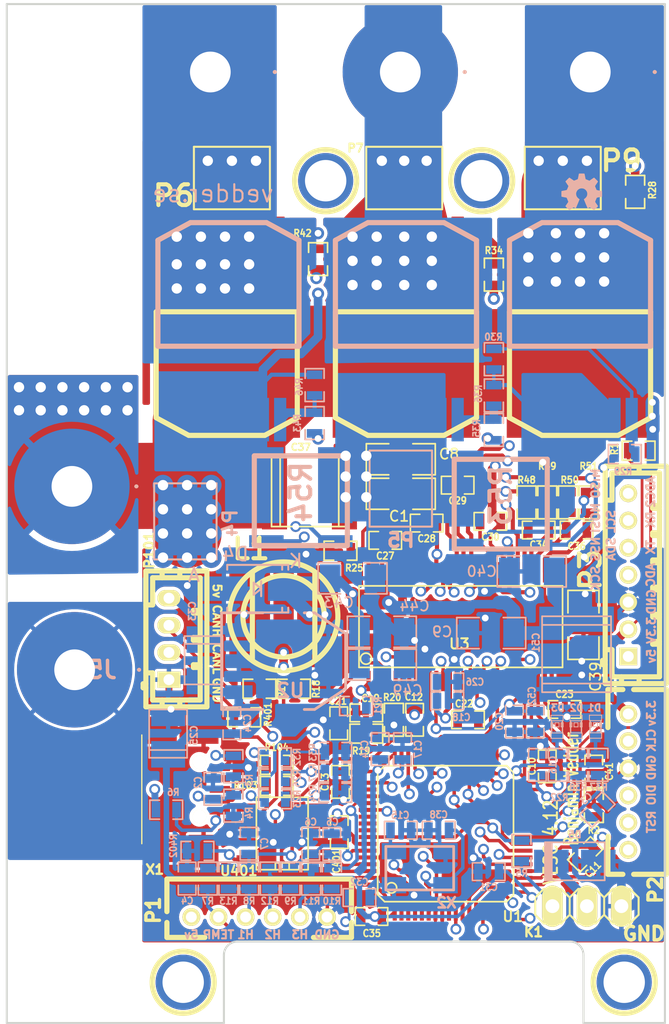
<source format=kicad_pcb>
(kicad_pcb (version 20240108) (generator "pcbnew") (generator_version "8.0")
  (title_block (title "BLDC Driver 4.6") (date "30 Aug 2014") (rev "A") (company "Benjamin Vedder"))
  (layers (0 "F.Cu" signal) (1 "In1.Cu" signal "GND") (2 "In2.Cu" signal "GND2") (31 "B.Cu" signal) (34 "B.Paste" user) (35 "F.Paste" user) (36 "B.SilkS" user "B.Silkscreen") (37 "F.SilkS" user "F.Silkscreen") (38 "B.Mask" user) (39 "F.Mask" user) (44 "Edge.Cuts" user))
  (net 0 "")
  (net 1 "+5V")
  (net 2 "GND")
  (net 3 "NRST")
  (net 4 "/Filters/TEMP_MOTOR")
  (net 5 "Net-(U1-PH0-OSC_IN)")
  (net 6 "Net-(U1-VCAP1)")
  (net 7 "Net-(U1-VCAP2)")
  (net 8 "Net-(U3-GVDD)")
  (net 9 "Net-(U3-COMP)")
  (net 10 "Net-(C21-Pad2)")
  (net 11 "Net-(U3-DVDD)")
  (net 12 "Net-(U3-CP2)")
  (net 13 "Net-(U3-CP1)")
  (net 14 "Net-(U3-AVDD)")
  (net 15 "Net-(U3-BST_BK)")
  (net 16 "Net-(D4-K)")
  (net 17 "Net-(U3-BST_A)")
  (net 18 "Net-(U3-BST_B)")
  (net 19 "Net-(U3-BST_C)")
  (net 20 "Net-(U3-SN1)")
  (net 21 "Net-(U3-SP1)")
  (net 22 "Net-(U3-SP2)")
  (net 23 "Net-(U3-SN2)")
  (net 24 "Net-(U1-PH1-OSC_OUT)")
  (net 25 "Net-(D1-A)")
  (net 26 "Net-(D2-A)")
  (net 27 "Net-(Q1-PadG)")
  (net 28 "Net-(Q2-PadG)")
  (net 29 "Net-(Q3-PadG)")
  (net 30 "Net-(Q4-PadG)")
  (net 31 "Net-(Q5-PadG)")
  (net 32 "Net-(Q6-PadG)")
  (net 33 "Net-(D3-A)")
  (net 34 "Net-(K1-P1)")
  (net 36 "/TX_SDA")
  (net 37 "Net-(R6-Pad1)")
  (net 38 "SWCLK")
  (net 39 "SWDIO")
  (net 40 "VCC")
  (net 41 "V_SUPPLY")
  (net 42 "/MCU/AN_IN")
  (net 43 "/MCU/SERVO")
  (net 44 "/Mosfet driver/H1_VS")
  (net 45 "/Mosfet driver/H2_VS")
  (net 46 "/Mosfet driver/H3_VS")
  (net 47 "/Mosfet driver/H1_LOW")
  (net 48 "/Mosfet driver/H3_LOW")
  (net 49 "/MCU/SENS1")
  (net 50 "/MCU/SENS2")
  (net 51 "/Mosfet driver/M_H1")
  (net 52 "/Mosfet driver/M_L1")
  (net 53 "/MCU/SENS3")
  (net 54 "/Mosfet driver/M_H2")
  (net 55 "/Mosfet driver/M_L2")
  (net 56 "/Mosfet driver/M_H3")
  (net 57 "/Mosfet driver/M_L3")
  (net 58 "/Mosfet driver/SH1_A")
  (net 59 "/Mosfet driver/SH1_B")
  (net 60 "/Mosfet driver/SH2_A")
  (net 61 "/Mosfet driver/SH2_B")
  (net 62 "/MCU/BR_SO2")
  (net 63 "/MCU/BR_SO1")
  (net 64 "/MCU/DC_CAL")
  (net 65 "/MCU/L3")
  (net 66 "/MCU/L2")
  (net 67 "/MCU/L1")
  (net 68 "/MCU/EN_GATE")
  (net 69 "/MCU/FAULT")
  (net 70 "/MCU/H3")
  (net 71 "/MCU/H2")
  (net 72 "/MCU/H1")
  (net 73 "/MCU/USB_DM")
  (net 74 "/MCU/USB_DP")
  (net 75 "/MISO_RX_SCL")
  (net 76 "/Filters/HALL3_OUT")
  (net 77 "/Filters/HALL2_OUT")
  (net 78 "/Filters/HALL1_OUT")
  (net 79 "/RX_SCL_MOSI")
  (net 80 "/Filters/HALL1_IN")
  (net 81 "/Filters/HALL2_IN")
  (net 82 "/Filters/HALL3_IN")
  (net 83 "/CAN bus transceiver/CANL")
  (net 84 "/CAN bus transceiver/CANH")
  (net 85 "/MCU/LED_GREEN")
  (net 86 "/MCU/LED_RED")
  (net 87 "Net-(R103-Pad2)")
  (net 88 "Net-(R104-Pad2)")
  (net 89 "/SCK_ADC_EXT")
  (net 90 "/CAN bus transceiver/CAN_RX")
  (net 91 "/CAN bus transceiver/CAN_TX")
  (net 92 "/MCU/ADC_TEMP")
  (net 93 "Net-(U3-VSENSE)")
  (net 94 "Net-(U3-DTC)")
  (net 95 "Net-(U3-RT_CLK)")
  (net 96 "Net-(U3-BIAS)")
  (net 97 "Net-(U401-Rs)")
  (footprint "1pin" (layer "F.Cu") (at 92 83)
    (property "Reference" "1PIN" (hide yes))
    (property "Value" "P***" (hide yes))
  )
  (footprint "1pin" (layer "F.Cu") (at 103.5 83)
    (property "Reference" "1PIN" (hide yes))
    (property "Value" "P***" (hide yes))
  )
  (footprint "w_smd_cap:c_2220" (layer "F.Cu") (at 90.805 105.918)
    (property "Reference" "C37")
    (property "Value" "15u,100V" (hide yes))
  )
  (footprint "CRF1:pinhead-1X03" (layer "F.Cu") (at 111.252 136.398)
    (property "Reference" "K1")
    (property "Value" "SERVO" (hide yes))
  )
  (footprint "CRF1:MICRO_JST_6" (layer "F.Cu") (at 87.1 137.2)
    (property "Reference" "P1")
    (property "Value" "HALL/Encoder" (hide yes))
  )
  (footprint "CRF1:MICRO_JST_6" (layer "F.Cu") (at 114.3 127.254 -90)
    (property "Reference" "P2")
    (property "Value" "SWD" (hide yes))
  )
  (footprint "CRF1:1PAD_4x5mm" (layer "F.Cu") (at 85.09 82.804 90)
    (property "Reference" "P6")
    (property "Value" "MOTOR1" (hide yes))
  )
  (footprint "CRF1:1PAD_4x5mm" (layer "F.Cu") (at 109.474 82.804 90)
    (property "Reference" "P9")
    (property "Value" "MOTOR3" (hide yes))
  )
  (footprint "CRF1:D2PAK-7-GDS" (layer "F.Cu") (at 110.744 91.948 180)
    (property "Reference" "Q1" (hide yes))
    (property "Value" "IRFS7530" (hide yes))
  )
  (footprint "CRF1:D2PAK-7-GDS" (layer "F.Cu") (at 97.917 91.948 180)
    (property "Reference" "Q3" (hide yes))
    (property "Value" "IRFS7530" (hide yes))
  )
  (footprint "CRF1:D2PAK-7-GDS" (layer "F.Cu") (at 84.709 91.948 180)
    (property "Reference" "Q5" (hide yes))
    (property "Value" "IRFS7530" (hide yes))
  )
  (footprint "CRF1:lqfp64_pad_mod" (layer "F.Cu") (at 100.838 131.064)
    (property "Reference" "U1")
    (property "Value" "STM32F40X_LQFP64" (hide yes))
  )
  (footprint "CRF1:TSSOP-56-PP" (layer "F.Cu") (at 101.854 115.824)
    (property "Reference" "U3")
    (property "Value" "DRV8302" (hide yes))
  )
  (footprint "JST conn:b4b-ph-kl" (layer "F.Cu") (at 80.45 116.726 90)
    (property "Reference" "P101")
    (property "Value" "CANBUS" (hide yes))
  )
  (footprint "CRF1:1PAD_4x5mm" (layer "F.Cu") (at 97.79 82.804 90)
    (property "Reference" "P7")
    (property "Value" "MOTOR2" (hide yes))
  )
  (footprint "Connect:1pin" (layer "F.Cu") (at 114 142)
    (property "Reference" "1PIN" (hide yes))
    (property "Value" "P***" (hide yes))
  )
  (footprint "Connect:1pin" (layer "F.Cu") (at 81.5 142)
    (property "Reference" "1PIN" (hide yes))
    (property "Value" "P***" (hide yes))
  )
  (footprint "CRF1:SMD-1206" (layer "F.Cu") (at 97.536 106.045)
    (property "Reference" "C1")
    (property "Value" "10u,50V" (hide yes))
  )
  (footprint "CRF1:SMD-1206" (layer "F.Cu") (at 97.536 103.505)
    (property "Reference" "C8")
    (property "Value" "10u,50V" (hide yes))
  )
  (footprint "CRF1:SMD-0603_c" (layer "F.Cu") (at 108.331 126.111 -90)
    (property "Reference" "C10")
    (property "Value" "2.2u" (hide yes))
  )
  (footprint "CRF1:SMD-0603_c" (layer "F.Cu") (at 111.125 132.588 45)
    (property "Reference" "C11")
    (property "Value" "2.2u" (hide yes))
  )
  (footprint "CRF1:SMD-0603_c" (layer "F.Cu") (at 98.552 122.682 90)
    (property "Reference" "C12")
    (property "Value" "2.2u" (hide yes))
  )
  (footprint "CRF1:SMD-0603_c" (layer "F.Cu") (at 93.091 127.254 90)
    (property "Reference" "C13")
    (property "Value" "2.2u" (hide yes))
  )
  (footprint "CRF1:SMD-0603_c" (layer "F.Cu") (at 94.996 122.174)
    (property "Reference" "C19")
    (property "Value" "120p" (hide yes))
  )
  (footprint "CRF1:SMD-0603_c" (layer "F.Cu") (at 92.964 122.936 -90)
    (property "Reference" "C21")
    (property "Value" "6.8n" (hide yes))
  )
  (footprint "CRF1:SMD-0603_c" (layer "F.Cu") (at 102.489 122.682)
    (property "Reference" "C22")
    (property "Value" "22n" (hide yes))
  )
  (footprint "CRF1:SMD-0603_c" (layer "F.Cu") (at 109.601 121.92 180)
    (property "Reference" "C23")
    (property "Value" "2.2u" (hide yes))
  )
  (footprint "CRF1:SMD-0603_c" (layer "F.Cu") (at 96.393 109.474 180)
    (property "Reference" "C27")
    (property "Value" "100n" (hide yes))
  )
  (footprint "CRF1:SMD-0603_c" (layer "F.Cu") (at 99.441 108.204 180)
    (property "Reference" "C28")
    (property "Value" "220n" (hide yes))
  )
  (footprint "CRF1:SMD-0603_c" (layer "F.Cu") (at 101.727 105.41 180)
    (property "Reference" "C29")
    (property "Value" "220n" (hide yes))
  )
  (footprint "CRF1:SMD-0603_c" (layer "F.Cu") (at 104.14 108.077 180)
    (property "Reference" "C30")
    (property "Value" "220n" (hide yes))
  )
  (footprint "CRF1:SMD-0603_c" (layer "F.Cu") (at 107.696 108.712)
    (property "Reference" "C34")
    (property "Value" "2.2n" (hide yes))
  )
  (footprint "CRF1:SMD-0603_c" (layer "F.Cu") (at 95.377 137.16)
    (property "Reference" "C35")
    (property "Value" "2.2u" (hide yes))
  )
  (footprint "CRF1:SMD-0603_c" (layer "F.Cu") (at 110.49 108.712)
    (property "Reference" "C36")
    (property "Value" "2.2n" (hide yes))
  )
  (footprint "CRF1:SMD-1206" (layer "F.Cu") (at 110.998 115.697 90)
    (property "Reference" "C39")
    (property "Value" "10u,50V" (hide yes))
  )
  (footprint "CRF1:SMD-0603_c" (layer "F.Cu") (at 111.76 126.492 -90)
    (property "Reference" "C41")
    (property "Value" "2.2u" (hide yes))
  )
  (footprint "CRF1:SMD-0603_c" (layer "F.Cu") (at 93 130.95 -90)
    (property "Reference" "C401")
    (property "Value" "2.2u" (hide yes))
  )
  (footprint "CRF1:SMD-0603_r" (layer "F.Cu") (at 115.062 102.87)
    (property "Reference" "R1")
    (property "Value" "NTC 10k" (hide yes))
  )
  (footprint "CRF1:SMD-0603_r" (layer "F.Cu") (at 111.76 129.032 90)
    (property "Reference" "R2")
    (property "Value" "10k" (hide yes))
  )
  (footprint "CRF1:SMD-0603_r" (layer "F.Cu") (at 87.122 120.396)
    (property "Reference" "R17")
    (property "Value" "18k" (hide yes))
  )
  (footprint "CRF1:SMD-0603_r" (layer "F.Cu") (at 89.662 120.396)
    (property "Reference" "R18")
    (property "Value" "3k3" (hide yes))
  )
  (footprint "CRF1:SMD-0603_r" (layer "F.Cu") (at 94.996 123.698)
    (property "Reference" "R19")
    (property "Value" "15k" (hide yes))
  )
  (footprint "CRF1:SMD-0603_r" (layer "F.Cu") (at 97.028 122.682 -90)
    (property "Reference" "R20")
    (property "Value" "10k" (hide yes))
  )
  (footprint "CRF1:SMD-0603_r" (layer "F.Cu") (at 93.091 110.236)
    (property "Reference" "R25")
    (property "Value" "1M" (hide yes))
  )
  (footprint "CRF1:SMD-0603_r" (layer "F.Cu") (at 114.808 83.82 90)
    (property "Reference" "R28")
    (property "Value" "4R7" (hide yes))
  )
  (footprint "CRF1:SMD-0603_r" (layer "F.Cu") (at 104.394 89.916 -90)
    (property "Reference" "R34")
    (property "Value" "4R7" (hide yes))
  )
  (footprint "CRF1:SMD-0603_r" (layer "F.Cu") (at 91.44 88.773 -90)
    (property "Reference" "R42")
    (property "Value" "4R7" (hide yes))
  )
  (footprint "CRF1:SMD-0603_r" (layer "F.Cu") (at 106.807 106.68 -90)
    (property "Reference" "R48")
    (property "Value" "100R" (hide yes))
  )
  (footprint "CRF1:SMD-0603_r" (layer "F.Cu") (at 108.331 106.68 -90)
    (property "Reference" "R49")
    (property "Value" "100R" (hide yes))
  )
  (footprint "CRF1:SMD-0603_r" (layer "F.Cu") (at 109.855 106.68 -90)
    (property "Reference" "R50")
    (property "Value" "100R" (hide yes))
  )
  (footprint "CRF1:SMD-0603_r" (layer "F.Cu") (at 111.379 106.68 -90)
    (property "Reference" "R51")
    (property "Value" "100R" (hide yes))
  )
  (footprint "CRF1:SMD-0603_r" (layer "F.Cu") (at 88.4 127.55 180)
    (property "Reference" "R103")
    (property "Value" "22R" (hide yes))
  )
  (footprint "CRF1:SMD-0603_r" (layer "F.Cu") (at 88.4 126 180)
    (property "Reference" "R104")
    (property "Value" "22R" (hide yes))
  )
  (footprint "CRF1:SMD-0603_r" (layer "F.Cu") (at 86 122.5 180)
    (property "Reference" "R401")
    (property "Value" "NI" (hide yes))
  )
  (footprint "CRF1:SOIC-8-W" (layer "F.Cu") (at 88.8 131.05 90)
    (property "Reference" "U401")
    (property "Value" "SN65HVD232" (hide yes))
  )
  (footprint "CRF1:USB-UX60R-MB-5ST" (layer "F.Cu") (at 82.7 127.8 -90)
    (property "Reference" "X1")
    (property "Value" "MINI-USB-SHIELD-32005-201" (hide yes))
  )
  (footprint "CRF1:b7b-ph-kl" (layer "F.Cu") (at 114.3 112.014 90)
    (property "Reference" "P3")
    (property "Value" "PWR_COMM" (hide yes))
  )
  (footprint "w_smd_inductors:inductor_smd_8x5mm" (layer "F.Cu") (at 88.9 115.062 180)
    (property "Reference" "L1")
    (property "Value" "22u" (hide yes))
  )
  (footprint "oshw_silkscreen-back_3mm" (layer "B.Cu") (at 110.871 83.82)
    (property "Reference" "G***" (hide yes))
    (property "Value" "oshw_silkscreen-back_3mm" (hide yes))
  )
  (footprint "w_smd_cap:c_tant_B" (layer "B.Cu") (at 80.391 123.698 -90)
    (property "Reference" "C25")
    (property "Value" "100u" (hide yes))
  )
  (footprint "w_smd_cap:c_tant_B" (layer "B.Cu") (at 83 118.3 90)
    (property "Reference" "C33")
    (property "Value" "100u" (hide yes))
  )
  (footprint "w_smd_cap:c_2220" (layer "B.Cu") (at 110.49 117.856 -90)
    (property "Reference" "C51")
    (property "Value" "15u, 100v" (hide yes))
  )
  (footprint "LEDs:LED-0603" (layer "B.Cu") (at 111.887 123.19 90)
    (property "Reference" "D1")
    (property "Value" "GREEN" (hide yes))
  )
  (footprint "LEDs:LED-0603" (layer "B.Cu") (at 110.45 123.2 90)
    (property "Reference" "D2")
    (property "Value" "RED" (hide yes))
  )
  (footprint "LEDs:LED-0603" (layer "B.Cu") (at 109.05 123.2 90)
    (property "Reference" "D3")
    (property "Value" "LED" (hide yes))
  )
  (footprint "CRF1:1PAD_4x5mm" (layer "B.Cu") (at 81.661 108.077)
    (property "Reference" "P4")
    (property "Value" "IN+" (hide yes))
  )
  (footprint "CRF1:1PAD_4x5mm" (layer "B.Cu") (at 97.536 105.664)
    (property "Reference" "P5")
    (property "Value" "IN-" (hide yes))
  )
  (footprint "CRF1:WSLP2726" (layer "B.Cu") (at 104.902 108.712)
    (property "Reference" "R53")
    (property "Value" "SHUNT" (hide yes))
  )
  (footprint "CRF1:Crystal_5x3mm" (layer "B.Cu") (at 98.933 133.604)
    (property "Reference" "X2")
    (property "Value" "8MHz 10ppm" (hide yes))
  )
  (footprint "CRF1:WSLP2726" (layer "B.Cu") (at 90.17 108.458)
    (property "Reference" "R54")
    (property "Value" "SHUNT" (hide yes))
  )
  (footprint "w_smd_diode:do214ac" (layer "B.Cu") (at 110.363 133.096 180)
    (property "Reference" "D5")
    (property "Value" "TVS 5V" (hide yes))
  )
  (footprint "CRF1:D2PAK-7-GDS" (layer "B.Cu") (at 84.836 95.885 180)
    (property "Reference" "Q6" (hide yes))
    (property "Value" "IRFS7530" (hide yes))
  )
  (footprint "CRF1:D2PAK-7-GDS" (layer "B.Cu") (at 110.744 95.885 180)
    (property "Reference" "Q2" (hide yes))
    (property "Value" "IRFS7530" (hide yes))
  )
  (footprint "CRF1:D2PAK-7-GDS" (layer "B.Cu") (at 97.917 95.885 180)
    (property "Reference" "Q4" (hide yes))
    (property "Value" "IRFS7530" (hide yes))
  )
  (footprint "CRF1:SMD-0603_c" (layer "B.Cu") (at 83.693 127.762 -90)
    (property "Reference" "C2")
    (property "Value" "100n" (hide yes))
  )
  (footprint "CRF1:SMD-0603_c" (layer "B.Cu") (at 112.014 129.286 -135)
    (property "Reference" "C3")
    (property "Value" "100n" (hide yes))
  )
  (footprint "CRF1:SMD-0603_c" (layer "B.Cu") (at 81.788 134.366 -90)
    (property "Reference" "C4")
    (property "Value" "4n7" (hide yes))
  )
  (footprint "CRF1:SMD-0603_c" (layer "B.Cu") (at 92.456 131.826 90)
    (property "Reference" "C5")
    (property "Value" "4n7" (hide yes))
  )
  (footprint "CRF1:SMD-0603_c" (layer "B.Cu") (at 90.9 131.8 90)
    (property "Reference" "C6")
    (property "Value" "4n7" (hide yes))
  )
  (footprint "CRF1:SMD-0603_c" (layer "B.Cu") (at 86.35 131.8 90)
    (property "Reference" "C7")
    (property "Value" "4n7" (hide yes))
  )
  (footprint "CRF1:SMD-1206" (layer "B.Cu") (at 104.2 116.3)
    (property "Reference" "C9")
    (property "Value" "10u,50V" (hide yes))
  )
  (footprint "CRF1:SMD-0603_c" (layer "B.Cu") (at 96.012 124.841 -90)
    (property "Reference" "C14")
    (property "Value" "2.2u" (hide yes))
  )
  (footprint "CRF1:SMD-0603_c" (layer "B.Cu") (at 97.536 130.81)
    (property "Reference" "C15")
    (property "Value" "15p" (hide yes))
  )
  (footprint "CRF1:SMD-0603_c" (layer "B.Cu") (at 107.6 126 90)
    (property "Reference" "C16")
    (property "Value" "2.2u" (hide yes))
  )
  (footprint "CRF1:SMD-0603_c" (layer "B.Cu") (at 97.663 124.841 90)
    (property "Reference" "C17")
    (property "Value" "2.2u" (hide yes))
  )
  (footprint "CRF1:SMD-0603_c" (layer "B.Cu") (at 100.965 121.285)
    (property "Reference" "C18")
    (property "Value" "2.2u" (hide yes))
  )
  (footprint "CRF1:SMD-0603_c" (layer "B.Cu") (at 105.918 122.809 90)
    (property "Reference" "C20")
    (property "Value" "2.2u" (hide yes))
  )
  (footprint "CRF1:SMD-0603_c" (layer "B.Cu") (at 85.09 122.936 90)
    (property "Reference" "C24")
    (property "Value" "2.2u" (hide yes))
  )
  (footprint "CRF1:SMD-0603_c" (layer "B.Cu") (at 104.013 133.858)
    (property "Reference" "C31")
    (property "Value" "2.2u" (hide yes))
  )
  (footprint "CRF1:SMD-0603_c" (layer "B.Cu") (at 94.488 135.763 180)
    (property "Reference" "C32")
    (property "Value" "100n" (hide yes))
  )
  (footprint "CRF1:SMD-0603_c" (layer "B.Cu") (at 100.33 130.81 180)
    (property "Reference" "C38")
    (property "Value" "15p" (hide yes))
  )
  (footprint "CRF1:SMD-1206" (layer "B.Cu") (at 107.188 111.76)
    (property "Reference" "C40")
    (property "Value" "10u,50V" (hide yes))
  )
  (footprint "CRF1:SMD-1206" (layer "B.Cu") (at 93.98 112.268)
    (property "Reference" "C43")
    (property "Value" "10u,50V" (hide yes))
  )
  (footprint "CRF1:SMD-1206" (layer "B.Cu") (at 96.139 116.205)
    (property "Reference" "C44")
    (property "Value" "10u,50V" (hide yes))
  )
  (footprint "CRF1:SMD-1206" (layer "B.Cu") (at 96.139 118.618)
    (property "Reference" "C49")
    (property "Value" "10u,50V" (hide yes))
  )
  (footprint "CRF1:SMD-0603_c" (layer "B.Cu") (at 107.442 122.809 90)
    (property "Reference" "C52")
    (property "Value" "2.2u" (hide yes))
  )
  (footprint "CRF1:SMD-0603_r" (layer "B.Cu") (at 85.2 126.1 -90)
    (property "Reference" "R3")
    (property "Value" "39k" (hide yes))
  )
  (footprint "CRF1:SMD-0603_r" (layer "B.Cu") (at 85.2 129 90)
    (property "Reference" "R4")
    (property "Value" "2k2" (hide yes))
  )
  (footprint "CRF1:SMD-0603_r" (layer "B.Cu") (at 106.426 132.334 -90)
    (property "Reference" "R5")
    (property "Value" "2k2" (hide yes))
  )
  (footprint "CRF1:SMD-0603_r" (layer "B.Cu") (at 80.25 129.3 180)
    (property "Reference" "R6")
    (property "Value" "0R" (hide yes))
  )
  (footprint "CRF1:SMD-0603_r" (layer "B.Cu") (at 83.312 134.366 90)
    (property "Reference" "R7")
    (property "Value" "10k" (hide yes))
  )
  (footprint "CRF1:SMD-0603_r" (layer "B.Cu") (at 86.36 134.366 90)
    (property "Reference" "R8")
    (property "Value" "10k" (hide yes))
  )
  (footprint "CRF1:SMD-0603_r" (layer "B.Cu") (at 89.408 134.366 90)
    (property "Reference" "R9")
    (property "Value" "10k" (hide yes))
  )
  (footprint "CRF1:SMD-0603_r" (layer "B.Cu") (at 92.456 134.366 90)
    (property "Reference" "R10")
    (property "Value" "10k" (hide yes))
  )
  (footprint "CRF1:SMD-0603_r" (layer "B.Cu") (at 90.932 134.366 90)
    (property "Reference" "R11")
    (property "Value" "2k2" (hide yes))
  )
  (footprint "CRF1:SMD-0603_r" (layer "B.Cu") (at 87.884 134.366 90)
    (property "Reference" "R12")
    (property "Value" "2k2" (hide yes))
  )
  (footprint "CRF1:SMD-0603_r" (layer "B.Cu") (at 84.836 134.366 90)
    (property "Reference" "R13")
    (property "Value" "2k2" (hide yes))
  )
  (footprint "CRF1:SMD-0603_r" (layer "B.Cu") (at 94.234 121.666)
    (property "Reference" "R21")
    (property "Value" "220k" (hide yes))
  )
  (footprint "CRF1:SMD-0603_r" (layer "B.Cu") (at 109.1 126 -90)
    (property "Reference" "R22")
    (property "Value" "2k2" (hide yes))
  )
  (footprint "CRF1:SMD-0603_r" (layer "B.Cu") (at 88.265 128.524)
    (property "Reference" "R23")
    (property "Value" "39k" (hide yes))
  )
  (footprint "CRF1:SMD-0603_r" (layer "B.Cu") (at 92.7 128.05 180)
    (property "Reference" "R24")
    (property "Value" "2k2" (hide yes))
  )
  (footprint "CRF1:SMD-0603_r" (layer "B.Cu") (at 88.265 127)
    (property "Reference" "R26")
    (property "Value" "39k" (hide yes))
  )
  (footprint "CRF1:SMD-0603_r" (layer "B.Cu") (at 92.7 126.55 180)
    (property "Reference" "R27")
    (property "Value" "2k2" (hide yes))
  )
  (footprint "CRF1:SMD-0603_r" (layer "B.Cu") (at 114.046 103.124 180)
    (property "Reference" "R29")
    (property "Value" "4R7" (hide yes))
  )
  (footprint "CRF1:SMD-0603_r" (layer "B.Cu") (at 104.394 96.139 90)
    (property "Reference" "R30")
    (property "Value" "39k" (hide yes))
  )
  (footprint "CRF1:SMD-0603_r" (layer "B.Cu") (at 88.25 125.45)
    (property "Reference" "R32")
    (property "Value" "39k" (hide yes))
  )
  (footprint "CRF1:SMD-0603_r" (layer "B.Cu") (at 92.7 125.05 180)
    (property "Reference" "R33")
    (property "Value" "2k2" (hide yes))
  )
  (footprint "CRF1:SMD-0603_r" (layer "B.Cu") (at 104.394 101.346 -90)
    (property "Reference" "R35")
    (property "Value" "4R7" (hide yes))
  )
  (footprint "CRF1:SMD-0603_r" (layer "B.Cu") (at 104.394 98.806 -90)
    (property "Reference" "R36")
    (property "Value" "39k" (hide yes))
  )
  (footprint "CRF1:SMD-0603_r" (layer "B.Cu") (at 112.1 126 -90)
    (property "Reference" "R37")
    (property "Value" "100R" (hide yes))
  )
  (footprint "CRF1:SMD-0603_r" (layer "B.Cu") (at 110.6 126 -90)
    (property "Reference" "R38")
    (property "Value" "100R" (hide yes))
  )
  (footprint "CRF1:SMD-0603_r" (layer "B.Cu") (at 91.186 100.838 -90)
    (property "Reference" "R43")
    (property "Value" "4R7" (hide yes))
  )
  (footprint "CRF1:SMD-0603_r" (layer "B.Cu") (at 91.186 98.044 -90)
    (property "Reference" "R46")
    (property "Value" "39k" (hide yes))
  )
  (footprint "CRF1:SMD-0603_r" (layer "B.Cu") (at 82.55 132.334 180)
    (property "Reference" "R402")
    (property "Value" "10k" (hide yes))
  )
  (footprint "CRF1:SOT-223" (layer "B.Cu") (at 88.9 118.364 90)
    (property "Reference" "U2")
    (property "Value" "TC2117" (hide yes))
  )
  (footprint "Diodes_SMD:SMA_Handsoldering" (layer "B.Cu") (at 86.995 113.03 180)
    (property "Reference" "D4")
    (property "Value" "DIODESCH")
  )
  (footprint "CRF1:SMD-0603_c" (layer "B.Cu") (at 100.965 119.888)
    (property "Reference" "C26")
    (property "Value" "2.2u" (hide yes))
  )
  (footprint "vesc:7466103" (layer "B.Cu") (at 111.5 75 180)
    (property "Reference" "J3")
    (property "Value" "7466103" (hide yes))
  )
  (footprint "vesc:7466103" (layer "B.Cu") (at 83.5 75 180)
    (property "Reference" "J1")
    (property "Value" "7466103" (hide yes))
  )
  (footprint "vesc:7466103" (layer "B.Cu") (at 73.5 119 180)
    (property "Reference" "J5")
    (property "Value" "7466103" (hide yes))
  )
  (footprint "vesc:7466103" (layer "B.Cu") (at 73.3 105.5 180)
    (property "Reference" "J4")
    (property "Value" "7466103" (hide yes))
  )
  (footprint "vesc:7466103" (layer "B.Cu") (at 97.5 75 180)
    (property "Reference" "J2")
    (property "Value" "7466103" (hide yes))
  )
  (gr_arc (start 110 139) (mid 110.707107 139.292893) (end 111 140) (stroke (width 0.15)) (layer "Edge.Cuts"))
  (gr_line (start 84.5 145) (end 68.5 145) (stroke (width 0.15)) (layer "Edge.Cuts"))
  (gr_line (start 111 140) (end 111 145) (stroke (width 0.15)) (layer "Edge.Cuts"))
  (gr_line (start 111 145) (end 117 145) (stroke (width 0.15)) (layer "Edge.Cuts"))
  (gr_line (start 85.5 139) (end 110 139) (stroke (width 0.15)) (layer "Edge.Cuts"))
  (gr_line (start 68.5 145) (end 68.5 70) (stroke (width 0.15)) (layer "Edge.Cuts"))
  (gr_line (start 117 70) (end 68.5 70) (stroke (width 0.15)) (layer "Edge.Cuts"))
  (gr_arc (start 84.5 140) (mid 84.792893 139.292893) (end 85.5 139) (stroke (width 0.15)) (layer "Edge.Cuts"))
  (gr_line (start 117 70) (end 117 145) (stroke (width 0.15)) (layer "Edge.Cuts"))
  (gr_line (start 84.5 140) (end 84.5 145) (stroke (width 0.15)) (layer "Edge.Cuts"))
  (gr_text "MISO" (at 111.887 105.283 90) (layer "B.SilkS") (effects (font (size 0.6 0.6)) (justify mirror)))
  (gr_text "MOSI" (at 111.887 107.823 90) (layer "B.SilkS") (effects (font (size 0.6 0.6)) (justify mirror)))
  (gr_text "SCK" (at 111.887 112.268 90) (layer "B.SilkS") (effects (font (size 0.6 0.6)) (justify mirror)))
  (gr_text "NSS" (at 111.887 110.109 90) (layer "B.SilkS") (effects (font (size 0.6 0.6)) (justify mirror)))
  (gr_text "GND" (at 116 114 90) (layer "B.SilkS") (effects (font (size 0.6 0.6)) (justify mirror)))
  (gr_text "5v" (at 82.1 138.5 0) (layer "B.SilkS") (effects (font (size 0.6 0.6)) (justify mirror)))
  (gr_text "RST" (at 116 130.2 90) (layer "B.SilkS") (effects (font (size 0.6 0.6)) (justify mirror)))
  (gr_text "GND" (at 116 126.2 90) (layer "B.SilkS") (effects (font (size 0.6 0.6)) (justify mirror)))
  (gr_text "SDA" (at 113.03 110.109 90) (layer "B.SilkS") (effects (font (size 0.6 0.6)) (justify mirror)))
  (gr_text "GND" (at 92.1 138.5 0) (layer "B.SilkS") (effects (font (size 0.6 0.6)) (justify mirror)))
  (gr_text "ADC2" (at 115.951 105.918 90) (layer "B.SilkS") (effects (font (size 0.6 0.6)) (justify mirror)))
  (gr_text "CLK" (at 116 124.2 90) (layer "B.SilkS") (effects (font (size 0.6 0.6)) (justify mirror)))
  (gr_text "SCL" (at 113.03 108.077 90) (layer "B.SilkS") (effects (font (size 0.6 0.6)) (justify mirror)))
  (gr_text "H2" (at 88.1 138.5 0) (layer "B.SilkS") (effects (font (size 0.6 0.6)) (justify mirror)))
  (gr_text "ADC" (at 115.951 112.014 90) (layer "B.SilkS") (effects (font (size 0.6 0.6)) (justify mirror)))
  (gr_text "5v" (at 116 118 90) (layer "B.SilkS") (effects (font (size 0.6 0.6)) (justify mirror)))
  (gr_text "3.3V" (at 116 116.1 90) (layer "B.SilkS") (effects (font (size 0.6 0.6)) (justify mirror)))
  (gr_text "TEMP" (at 84.1 138.5 0) (layer "B.SilkS") (effects (font (size 0.6 0.6)) (justify mirror)))
  (gr_text "3.3v" (at 116 122.2 90) (layer "B.SilkS") (effects (font (size 0.6 0.6)) (justify mirror)))
  (gr_text "H1" (at 86.1 138.5 0) (layer "B.SilkS") (effects (font (size 0.6 0.6)) (justify mirror)))
  (gr_text "DIO" (at 116 128.2 90) (layer "B.SilkS") (effects (font (size 0.6 0.6)) (justify mirror)))
  (gr_text "H3" (at 90.1 138.5 0) (layer "B.SilkS") (effects (font (size 0.6 0.6)) (justify mirror)))
  (gr_text "TX" (at 115.951 109.982 90) (layer "B.SilkS") (effects (font (size 0.6 0.6)) (justify mirror)))
  (gr_text "vedder.se" (at 83.693 83.947 0) (layer "B.SilkS") (effects (font (size 1.27 1.27) (thickness 0.1524)) (justify mirror)))
  (gr_text "RX" (at 115.951 107.95 90) (layer "B.SilkS") (effects (font (size 0.6 0.6)) (justify mirror)))
  (gr_text "Benjamin Vedder" (at 110.109 127.762 90) (layer "F.SilkS") (effects (font (size 1 0.6604))))
  (gr_text "5v" (at 84 113.2 270) (layer "F.SilkS") (effects (font (size 0.6 0.6))))
  (gr_text "VESC 4.12" (at 108.585 131.699 90) (layer "F.SilkS") (effects (font (size 1 0.8))))
  (gr_text "CANH" (at 84 115.4 270) (layer "F.SilkS") (effects (font (size 0.6 0.6))))
  (gr_text "GND" (at 115.45 138.426 0) (layer "F.SilkS") (effects (font (size 1 1) (thickness 0.25))))
  (gr_text "GND" (at 84 120.5 270) (layer "F.SilkS") (effects (font (size 0.6 0.6))))
  (gr_text "CANL" (at 84 118.2 270) (layer "F.SilkS") (effects (font (size 0.6 0.6))))
  (segment (start 85.979 114.935) (end 86.106 115.062) (width 0.635) (layer "F.Cu") (net 1))
  (segment (start 86.106 115.062) (end 86.40064 115.062) (width 0.635) (layer "F.Cu") (net 1))
  (segment (start 88.9 118.8) (end 88.9 117.729) (width 0.635) (layer "F.Cu") (net 1))
  (segment (start 86.40064 115.062) (end 86.40064 115.22964) (width 1.27) (layer "F.Cu") (net 1))
  (segment (start 86.40064 115.22964) (end 88.9 117.729) (width 1.27) (layer "F.Cu") (net 1))
  (segment (start 86.40064 120.35536) (end 86.36 120.396) (width 1.27) (layer "F.Cu") (net 1))
  (segment (start 86.40064 115.062) (end 86.40064 116.40064) (width 1.27) (layer "F.Cu") (net 1))
  (segment (start 86.40064 115.062) (end 86.40064 120.35536) (width 1.27) (layer "F.Cu") (net 1))
  (via (at 85.979 114.935) (size 0.8) (drill 0.5) (layers "F.Cu" "B.Cu") (net 1))
  (via (at 88.9 117.729) (size 0.8) (drill 0.5) (layers "F.Cu" "B.Cu") (net 1))
  (via (at 79.4 127.8) (size 0.8) (drill 0.5) (layers "F.Cu" "B.Cu") (net 1))
  (via (at 88.9 118.8) (size 0.8) (drill 0.5) (layers "F.Cu" "B.Cu") (net 1))
  (segment (start 85.598 115.316) (end 85.979 114.935) (width 0.635) (layer "B.Cu") (net 1))
  (segment (start 79.45 129.262) (end 79.4 127.8) (width 0.508) (layer "B.Cu") (net 1))
  (segment (start 83.698 116.078) (end 83 116.776) (width 0.635) (layer "B.Cu") (net 1))
  (segment (start 80.92626 113.72626) (end 83 115.8) (width 0.635) (layer "B.Cu") (net 1))
  (segment (start 83 115.8) (end 83 116.776) (width 0.635) (layer "B.Cu") (net 1))
  (segment (start 108.63326 133.27126) (end 111.252 135.89) (width 0.635) (layer "B.Cu") (net 1))
  (segment (start 111.252 135.89) (end 111.252 136.398) (width 0.635) (layer "B.Cu") (net 1))
  (segment (start 85.598 116.078) (end 82.922 116.078) (width 0.635) (layer "B.Cu") (net 1))
  (segment (start 85.598 116.078) (end 85.598 115.316) (width 0.635) (layer "B.Cu") (net 1))
  (segment (start 79.488 129.3) (end 79.45 129.262) (width 0.508) (layer "B.Cu") (net 1))
  (segment (start 80.45 113.72626) (end 80.92626 113.72626) (width 0.635) (layer "B.Cu") (net 1))
  (segment (start 85.598 116.078) (end 83.698 116.078) (width 0.635) (layer "B.Cu") (net 1))
  (segment (start 85.598 116.078) (end 84.709 116.078) (width 0.635) (layer "B.Cu") (net 1))
  (segment (start 108.63326 133.096) (end 108.63326 133.27126) (width 0.635) (layer "B.Cu") (net 1))
  (segment (start 108.65612 118.16588) (end 109.474 117.348) (width 0.3048) (layer "F.Cu") (net 2))
  (segment (start 109.474 117.348) (end 110.998 117.348) (width 0.3048) (layer "F.Cu") (net 2))
  (segment (start 98.552 116.84) (end 99.568 115.824) (width 0.635) (layer "F.Cu") (net 2))
  (segment (start 99.568 115.824) (end 101.854 115.824) (width 0.635) (layer "F.Cu") (net 2))
  (segment (start 108.204 115.824) (end 109.728 117.348) (width 0.635) (layer "F.Cu") (net 2))
  (segment (start 109.728 117.348) (end 110.998 117.348) (width 0.635) (layer "F.Cu") (net 2))
  (segment (start 98.65614 118.64086) (end 98.933 118.364) (width 0.254) (layer "F.Cu") (net 2))
  (segment (start 98.933 118.364) (end 99.314 118.364) (width 0.254) (layer "F.Cu") (net 2))
  (segment (start 99.314 118.364) (end 99.6569 118.7069) (width 0.254) (layer "F.Cu") (net 2))
  (segment (start 99.6569 118.7069) (end 99.6569 119.8245) (width 0.254) (layer "F.Cu") (net 2))
  (segment (start 110.5535 121.72188) (end 108.65612 119.8245) (width 0.254) (layer "F.Cu") (net 2))
  (segment (start 98.933 123.444) (end 99.6569 122.7201) (width 0.254) (layer "F.Cu") (net 2))
  (segment (start 99.6569 122.7201) (end 99.6569 119.8245) (width 0.254) (layer "F.Cu") (net 2))
  (segment (start 98.552 116.84) (end 101.854 115.824) (width 0.254) (layer "F.Cu") (net 2))
  (segment (start 98.298 115.824) (end 97.536 116.586) (width 0.635) (layer "F.Cu") (net 2))
  (segment (start 95.885 116.586) (end 92.075 120.396) (width 0.635) (layer "F.Cu") (net 2))
  (segment (start 92.075 120.396) (end 90.424 120.396) (width 0.635) (layer "F.Cu") (net 2))
  (segment (start 97.028 123.063) (end 97.028 123.444) (width 0.254) (layer "F.Cu") (net 2))
  (segment (start 100.965 115.824) (end 99.314 117.475) (width 0.254) (layer "F.Cu") (net 2))
  (segment (start 101.473 115.824) (end 98.933 118.364) (width 0.254) (layer "F.Cu") (net 2))
  (segment (start 103.8098 134.3152) (end 102.58806 135.53694) (width 0.254) (layer "F.Cu") (net 2))
  (segment (start 102.58806 135.53694) (end 102.58806 136.81456) (width 0.254) (layer "F.Cu") (net 2))
  (segment (start 104.267 134.3152) (end 103.8098 134.3152) (width 0.254) (layer "F.Cu") (net 2))
  (segment (start 95.98406 132.81406) (end 96.139 132.969) (width 0.254) (layer "F.Cu") (net 2))
  (segment (start 96.139 132.969) (end 96.139 134.239) (width 0.254) (layer "F.Cu") (net 2))
  (segment (start 96.139 134.239) (end 96.0628 134.3152) (width 0.254) (layer "F.Cu") (net 2))
  (segment (start 96.0628 134.3152) (end 95.08744 134.3152) (width 0.254) (layer "F.Cu") (net 2))
  (segment (start 93.2688 134.3152) (end 92.12326 135.46074) (width 0.254) (layer "F.Cu") (net 2))
  (segment (start 114.18824 114.03076) (end 110.998 117.221) (width 0.635) (layer "F.Cu") (net 2))
  (segment (start 110.998 117.221) (end 110.998 117.348) (width 0.635) (layer "F.Cu") (net 2))
  (segment (start 110.871 119.38) (end 110.871 118.364) (width 1.016) (layer "F.Cu") (net 2))
  (segment (start 110.871 117.475) (end 110.998 117.348) (width 1.016) (layer "F.Cu") (net 2))
  (segment (start 91.6133 131.7633) (end 91.5 131.65) (width 0.254) (layer "F.Cu") (net 2))
  (segment (start 92.973 131.685) (end 93 131.712) (width 0.254) (layer "F.Cu") (net 2))
  (segment (start 93.091 128.323291) (end 93.321003 128.553294) (width 0.254) (layer "F.Cu") (net 2))
  (segment (start 80.6 122.775) (end 80.6 121.9) (width 1.27) (layer "F.Cu") (net 2))
  (segment (start 80.45 121.75) (end 80.6 121.9) (width 0.508) (layer "F.Cu") (net 2))
  (segment (start 82.8 123.45) (end 83 123.25) (width 0.508) (layer "F.Cu") (net 2))
  (segment (start 82.8 132.15) (end 83 132.35) (width 0.508) (layer "F.Cu") (net 2))
  (segment (start 79.925 130.514) (end 80.518 129.921) (width 0.3048) (layer "F.Cu") (net 2))
  (segment (start 80.518 129.921) (end 80.518 124.043) (width 0.3048) (layer "F.Cu") (net 2))
  (segment (start 80.518 124.043) (end 79.925 123.45) (width 0.3048) (layer "F.Cu") (net 2))
  (segment (start 88.138 133.223) (end 87.249 134.112) (width 0.3048) (layer "F.Cu") (net 2))
  (segment (start 87.249 134.112) (end 84.762 134.112) (width 0.3048) (layer "F.Cu") (net 2))
  (segment (start 84.762 134.112) (end 83 132.35) (width 0.3048) (layer "F.Cu") (net 2))
  (segment (start 84.493 126.2) (end 85.09 125.603) (width 0.3048) (layer "F.Cu") (net 2))
  (segment (start 85.09 125.603) (end 85.09 124.46) (width 0.3048) (layer "F.Cu") (net 2))
  (segment (start 85.09 124.46) (end 83.88 123.25) (width 0.3048) (layer "F.Cu") (net 2))
  (segment (start 83.88 123.25) (end 83 123.25) (width 0.3048) (layer "F.Cu") (net 2))
  (segment (start 97.241312 134.3152) (end 98.51263 135.586518) (width 0.254) (layer "F.Cu") (net 2))
  (segment (start 92.12326 135.68426) (end 92.71 136.271) (width 0.254) (layer "F.Cu") (net 2))
  (segment (start 92.71 136.271) (end 93.726 136.271) (width 0.254) (layer "F.Cu") (net 2))
  (segment (start 93.726 136.271) (end 94.615 137.16) (width 0.254) (layer "F.Cu") (net 2))
  (segment (start 92.12326 137.178) (end 92.10126 137.2) (width 0.254) (layer "F.Cu") (net 2))
  (segment (start 114.03076 126.25324) (end 113.03 127.254) (width 0.254) (layer "F.Cu") (net 2))
  (segment (start 113.03 127.254) (end 111.76 127.254) (width 0.254) (layer "F.Cu") (net 2))
  (segment (start 94.996 104.775) (end 95.758 105.029) (width 0.2032) (layer "F.Cu") (net 2))
  (segment (start 95.758 105.029) (end 95.758 104.902) (width 0.2032) (layer "F.Cu") (net 2))
  (segment (start 94.39656 104.902) (end 93.38056 105.283) (width 1.016) (layer "F.Cu") (net 2))
  (segment (start 93.38056 104.86644) (end 94.996 103.251) (width 1.016) (layer "F.Cu") (net 2))
  (segment (start 94.996 103.251) (end 95.758 104.902) (width 1.016) (layer "F.Cu") (net 2))
  (segment (start 95.631 106.172) (end 94.996 104.775) (width 1.27) (layer "F.Cu") (net 2))
  (segment (start 93.472 106.299) (end 93.38056 106.20756) (width 1.27) (layer "F.Cu") (net 2))
  (segment (start 93.38056 106.20756) (end 93.38056 105.918) (width 1.27) (layer "F.Cu") (net 2))
  (segment (start 94.996 106.299) (end 95.123 106.172) (width 1.27) (layer "F.Cu") (net 2))
  (segment (start 95.123 106.172) (end 95.631 106.172) (width 1.27) (layer "F.Cu") (net 2))
  (segment (start 95.631 106.172) (end 95.885 106.045) (width 1.27) (layer "F.Cu") (net 2))
  (segment (start 109.062185 133.126815) (end 110.037172 133.126815) (width 0.254) (layer "F.Cu") (net 2))
  (segment (start 93.839986 104.78768) (end 93.472 104.775) (width 1.27) (layer "F.Cu") (net 2))
  (segment (start 80.45 119.72828) (end 80.45 121.75) (width 0.508) (layer "F.Cu") (net 2))
  (segment (start 104.267 134.3152) (end 104.267 134.239) (width 0.254) (layer "F.Cu") (net 2))
  (segment (start 84.1 126.2) (end 86.3 126.2) (width 0.254) (layer "F.Cu") (net 2))
  (segment (start 110.318353 121.92) (end 109.782385 122.455968) (width 0.508) (layer "F.Cu") (net 2))
  (segment (start 95.885 103.505) (end 95.885 106.045) (width 1.27) (layer "F.Cu") (net 2))
  (segment (start 101.854 115.824) (end 108.204 115.824) (width 0.635) (layer "F.Cu") (net 2))
  (segment (start 102.470001 132.442001) (end 102.87 132.842) (width 0.254) (layer "F.Cu") (net 2))
  (segment (start 114.3 114.03076) (end 114.18824 114.03076) (width 0.635) (layer "F.Cu") (net 2))
  (segment (start 95.08744 132.81406) (end 95.98406 132.81406) (width 0.254) (layer "F.Cu") (net 2))
  (segment (start 107.8738 134.3152) (end 109.062185 133.126815) (width 0.254) (layer "F.Cu") (net 2))
  (segment (start 88.138 131.699) (end 88.138 133.223) (width 0.3048) (layer "F.Cu") (net 2))
  (segment (start 104.267 134.239) (end 103.269999 133.241999) (width 0.254) (layer "F.Cu") (net 2))
  (segment (start 92.964 122.174) (end 94.234 122.174) (width 0.254) (layer "F.Cu") (net 2))
  (segment (start 108.331 124.7775) (end 108.170506 124.617006) (width 0.254) (layer "F.Cu") (net 2))
  (segment (start 92.964 122.174) (end 92.1385 122.174) (width 0.254) (layer "F.Cu") (net 2))
  (segment (start 103.269999 133.241999) (end 102.87 132.842) (width 0.254) (layer "F.Cu") (net 2))
  (segment (start 101.854 115.824) (end 100.965 115.824) (width 0.254) (layer "F.Cu") (net 2))
  (segment (start 95.758 104.902) (end 94.39656 104.902) (width 1.016) (layer "F.Cu") (net 2))
  (segment (start 95.758 104.902) (end 94.996 103.251) (width 0.2032) (layer "F.Cu") (net 2))
  (segment (start 97.028 123.444) (end 98.552 123.444) (width 0.254) (layer "F.Cu") (net 2))
  (segment (start 96.0628 134.3152) (end 97.241312 134.3152) (width 0.254) (layer "F.Cu") (net 2))
  (segment (start 97.536 116.586) (end 95.885 116.586) (width 0.635) (layer "F.Cu") (net 2))
  (segment (start 93.38056 105.283) (end 93.38056 104.86644) (width 1.016) (layer "F.Cu") (net 2))
  (segment (start 110.5535 121.92) (end 110.318353 121.92) (width 0.508) (layer "F.Cu") (net 2))
  (segment (start 110.5535 121.92) (end 110.5535 121.72188) (width 0.254) (layer "F.Cu") (net 2))
  (segment (start 91.823218 122.489282) (end 91.823218 122.684218) (width 0.254) (layer "F.Cu") (net 2))
  (segment (start 106.58856 134.3152) (end 104.267 134.3152) (width 0.254) (layer "F.Cu") (net 2))
  (segment (start 91.467 131.685) (end 90.268948 131.685) (width 0.254) (layer "F.Cu") (net 2))
  (segment (start 114.3 126.25324) (end 114.3 126.492) (width 0.254) (layer "F.Cu") (net 2))
  (segment (start 93.091 128.016) (end 93.091 128.323291) (width 0.254) (layer "F.Cu") (net 2))
  (segment (start 79.925 123.45) (end 80.6 122.775) (width 1.27) (layer "F.Cu") (net 2))
  (segment (start 92.12326 135.68426) (end 92.12326 137.178) (width 0.254) (layer "F.Cu") (net 2))
  (segment (start 108.65612 119.8245) (end 108.65612 118.16588) (width 0.3048) (layer "F.Cu") (net 2))
  (segment (start 98.65614 119.8245) (end 98.65614 118.64086) (width 0.254) (layer "F.Cu") (net 2))
  (segment (start 91.6051 110.236) (end 91.351088 110.490012) (width 0.4064) (layer "F.Cu") (net 2))
  (segment (start 95.08744 134.3152) (end 93.2688 134.3152) (width 0.254) (layer "F.Cu") (net 2))
  (segment (start 110.871 117.475) (end 110.871 118.364) (width 1.016) (layer "F.Cu") (net 2))
  (segment (start 114.3 126.25324) (end 114.03076 126.25324) (width 0.254) (layer "F.Cu") (net 2))
  (segment (start 90.424 120.396) (end 90.424 120.224) (width 0.508) (layer "F.Cu") (net 2))
  (segment (start 98.552 123.444) (end 98.933 123.444) (width 0.254) (layer "F.Cu") (net 2))
  (segment (start 79.925 132.15) (end 82.8 132.15) (width 0.508) (layer "F.Cu") (net 2))
  (segment (start 91.467 131.685) (end 92.973 131.685) (width 0.254) (layer "F.Cu") (net 2))
  (segment (start 96.139 132.969) (end 97.155 131.953) (width 0.254) (layer "F.Cu") (net 2))
  (segment (start 108.331 125.349) (end 108.331 124.7775) (width 0.254) (layer "F.Cu") (net 2))
  (segment (start 79.925 123.45) (end 82.8 123.45) (width 0.508) (layer "F.Cu") (net 2))
  (segment (start 103.6574 111.8235) (end 103.6574 113.169653) (width 0.3048) (layer "F.Cu") (net 2))
  (segment (start 101.473 116.205) (end 101.854 115.824) (width 0.3048) (layer "F.Cu") (net 2))
  (segment (start 95.885 106.045) (end 95.631 106.172) (width 1.27) (layer "F.Cu") (net 2))
  (segment (start 101.854 115.824) (end 98.298 115.824) (width 0.635) (layer "F.Cu") (net 2))
  (segment (start 90.268948 131.685) (end 90.255293 131.671345) (width 0.254) (layer "F.Cu") (net 2))
  (segment (start 103.6574 113.169653) (end 103.709331 113.221584) (width 0.3048) (layer "F.Cu") (net 2))
  (segment (start 91.351088 110.490012) (end 90.551 110.490012) (width 0.4064) (layer "F.Cu") (net 2))
  (segment (start 92.329 110.236) (end 91.6051 110.236) (width 0.4064) (layer "F.Cu") (net 2))
  (segment (start 110.037172 133.126815) (end 110.586185 133.126815) (width 0.254) (layer "F.Cu") (net 2))
  (segment (start 101.981 131.953) (end 102.470001 132.442001) (width 0.254) (layer "F.Cu") (net 2))
  (segment (start 106.58856 134.3152) (end 107.8738 134.3152) (width 0.254) (layer "F.Cu") (net 2))
  (segment (start 108.170506 124.617006) (end 107.817006 124.617006) (width 0.254) (layer "F.Cu") (net 2))
  (segment (start 92.1385 122.174) (end 91.823218 122.489282) (width 0.254) (layer "F.Cu") (net 2))
  (segment (start 97.155 131.953) (end 101.981 131.953) (width 0.254) (layer "F.Cu") (net 2))
  (segment (start 101.473 118.237) (end 101.473 116.205) (width 0.3048) (layer "F.Cu") (net 2))
  (segment (start 79.925 132.15) (end 79.925 131.675) (width 0.508) (layer "F.Cu") (net 2))
  (segment (start 84.1 126.2) (end 84.493 126.2) (width 0.3048) (layer "F.Cu") (net 2))
  (segment (start 79.925 132.15) (end 79.925 130.514) (width 0.3048) (layer "F.Cu") (net 2))
  (segment (start 101.854 115.824) (end 101.473 115.824) (width 0.254) (layer "F.Cu") (net 2))
  (segment (start 92.12326 135.46074) (end 92.12326 135.68426) (width 0.254) (layer "F.Cu") (net 2))
  (segment (start 90.424 120.396) (end 90.424 119.888) (width 0.635) (layer "F.Cu") (net 2))
  (segment (start 111.76 127.254) (end 111.76 128.27) (width 0.254) (layer "F.Cu") (net 2))
  (via (at 109.782385 122.455968) (size 0.8) (drill 0.5) (layers "F.Cu" "B.Cu") (net 2))
  (via (at 103.709331 113.221584) (size 0.8) (drill 0.5) (layers "F.Cu" "B.Cu") (net 2))
  (via (at 84.928238 131.104499) (size 0.8) (drill 0.5) (layers "F.Cu" "B.Cu") (net 2))
  (via (at 110.871 119.38) (size 0.8) (drill 0.5) (layers "F.Cu" "B.Cu") (net 2))
  (via (at 110.871 118.364) (size 0.8) (drill 0.5) (layers "F.Cu" "B.Cu") (net 2))
  (via (at 102.87 132.842) (size 0.8) (drill 0.5) (layers "F.Cu" "B.Cu") (net 2))
  (via (at 90.551 110.490012) (size 0.889) (drill 0.5) (layers "F.Cu" "B.Cu") (net 2))
  (via (at 93.472 103.251) (size 1.524) (drill 0.762) (layers "F.Cu" "B.Cu") (net 2))
  (via (at 81.8 112.8) (size 0.8) (drill 0.5) (layers "F.Cu" "B.Cu") (net 2))
  (via (at 94.996 106.299) (size 1.524) (drill 0.762) (layers "F.Cu" "B.Cu") (net 2))
  (via (at 90.255293 131.671345) (size 0.8) (drill 0.5) (layers "F.Cu" "B.Cu") (net 2))
  (via (at 103.759 115.189) (size 0.8) (drill 0.5) (layers "F.Cu" "B.Cu") (net 2))
  (via (at 107.817006 124.617006) (size 0.8) (drill 0.5) (layers "F.Cu" "B.Cu") (net 2))
  (via (at 98.51263 135.586518) (size 0.8) (drill 0.5) (layers "F.Cu" "B.Cu") (net 2))
  (via (at 91.823218 122.684218) (size 0.8) (drill 0.5) (layers "F.Cu" "B.Cu") (net 2))
  (via (at 94.996 104.775) (size 1.524) (drill 0.762) (layers "F.Cu" "B.Cu") (net 2))
  (via (at 80.6 121.9) (size 0.8) (drill 0.5) (layers "F.Cu" "B.Cu") (net 2))
  (via (at 101.473 118.237) (size 0.8) (drill 0.5) (layers "F.Cu" "B.Cu") (net 2))
  (via (at 99.314 117.475) (size 0.8) (drill 0.5) (layers "F.Cu" "B.Cu") (net 2))
  (via (at 88.138 131.699) (size 0.8) (drill 0.5) (layers "F.Cu" "B.Cu") (net 2))
  (via (at 93.472 104.775) (size 1.524) (drill 0.762) (layers "F.Cu" "B.Cu") (net 2))
  (via (at 93.472 106.299) (size 1.524) (drill 0.762) (layers "F.Cu" "B.Cu") (net 2))
  (via (at 93.321003 128.553294) (size 0.8) (drill 0.5) (layers "F.Cu" "B.Cu") (net 2))
  (via (at 97.028 123.063) (size 0.8) (drill 0.5) (layers "F.Cu" "B.Cu") (net 2))
  (via (at 94.996 103.251) (size 1.524) (drill 0.762) (layers "F.Cu" "B.Cu") (net 2))
  (via (at 98.552 116.84) (size 0.8) (drill 0.5) (layers "F.Cu" "B.Cu") (net 2))
  (via (at 86.3 126.2) (size 0.8) (drill 0.5) (layers "F.Cu" "B.Cu") (net 2))
  (segment (start 97.028 104.013) (end 97.536 105.664) (width 5.08) (layer "B.Cu") (net 2))
  (segment (start 97.536 105.664) (end 101.6635 105.664) (width 5.08) (layer "B.Cu") (net 2))
  (segment (start 99.187 104.013) (end 97.536 105.664) (width 2.286) (layer "B.Cu") (net 2))
  (segment (start 97.917 116.205) (end 98.552 116.84) (width 0.635) (layer "B.Cu") (net 2))
  (segment (start 114.91976 114.03076) (end 115.697 114.808) (width 0.635) (layer "B.Cu") (net 2))
  (segment (start 115.697 124.85624) (end 114.3 126.25324) (width 0.635) (layer "B.Cu") (net 2))
  (segment (start 112.6617 122.4407) (end 113.03 122.809) (width 0.254) (layer "B.Cu") (net 2))
  (segment (start 113.03 122.809) (end 113.03 124.98324) (width 0.254) (layer "B.Cu") (net 2))
  (segment (start 113.03 124.98324) (end 114.3 126.25324) (width 0.254) (layer "B.Cu") (net 2))
  (segment (start 85.598 121.666) (end 85.09 122.174) (width 0.635) (layer "B.Cu") (net 2))
  (segment (start 97.663 123.698) (end 97.028 123.063) (width 0.254) (layer "B.Cu") (net 2))
  (segment (start 99.314 117.475) (end 97.79 117.475) (width 0.254) (layer "B.Cu") (net 2))
  (segment (start 97.79 117.475) (end 97.79 118.618) (width 0.635) (layer "B.Cu") (net 2))
  (segment (start 97.155 119.253) (end 97.79 118.618) (width 0.254) (layer "B.Cu") (net 2))
  (segment (start 95.377 100.58654) (end 95.37446 100.584) (width 0.254) (layer "B.Cu") (net 2))
  (segment (start 95.37446 100.584) (end 95.377 100.584) (width 0.254) (layer "B.Cu") (net 2))
  (segment (start 115.697 114.808) (end 115.697 124.85624) (width 0.635) (layer "B.Cu") (net 2))
  (segment (start 81.661 133.477) (end 81.788 133.604) (width 0.254) (layer "B.Cu") (net 2))
  (segment (start 103.251 134.747) (end 101.981 136.017) (width 0.254) (layer "B.Cu") (net 2))
  (segment (start 98.933 136.017) (end 98.298 135.382) (width 0.254) (layer "B.Cu") (net 2))
  (segment (start 98.298 135.382) (end 98.298 130.81) (width 0.254) (layer "B.Cu") (net 2))
  (segment (start 97.885 116.3) (end 97.79 116.205) (width 1.27) (layer "B.Cu") (net 2))
  (segment (start 98.3615 106.4895) (end 97.536 105.664) (width 1.016) (layer "B.Cu") (net 2))
  (segment (start 95.631 110.744) (end 95.631 112.268) (width 0.635) (layer "B.Cu") (net 2))
  (segment (start 112.268 112.141) (end 114.15776 114.03076) (width 1.016) (layer "B.Cu") (net 2))
  (segment (start 114.15776 114.03076) (end 114.3 114.03076) (width 1.016) (layer "B.Cu") (net 2))
  (segment (start 96.139 111.76) (end 95.631 112.268) (width 1.016) (layer "B.Cu") (net 2))
  (segment (start 110.871 119.38) (end 110.49 119.761) (width 1.016) (layer "B.Cu") (net 2))
  (segment (start 85.852 113.284) (end 84.49564 113.284) (width 0.635) (layer "B.Cu") (net 2))
  (segment (start 85.725 113.03) (end 84.49564 113.03) (width 0.635) (layer "B.Cu") (net 2))
  (segment (start 82.03 113.03) (end 81.8 112.8) (width 1.016) (layer "B.Cu") (net 2))
  (segment (start 85.598 120.65) (end 85.598 121.666) (width 0.635) (layer "B.Cu") (net 2))
  (segment (start 83.439 120.5) (end 83.439 119.126) (width 0.635) (layer "B.Cu") (net 2))
  (segment (start 80.6 121.9) (end 80.6 122.076) (width 1.27) (layer "B.Cu") (net 2))
  (segment (start 80.6 122.076) (end 80.55 122.126) (width 1.27) (layer "B.Cu") (net 2))
  (segment (start 83.826 120.65) (end 83 119.824) (width 0.635) (layer "B.Cu") (net 2))
  (segment (start 82.90428 119.72828) (end 83 119.824) (width 0.635) (layer "B.Cu") (net 2))
  (segment (start 85.2 129.888) (end 86.35 131.038) (width 0.254) (layer "B.Cu") (net 2))
  (segment (start 92.43 131.038) (end 92.456 131.064) (width 0.254) (layer "B.Cu") (net 2))
  (segment (start 110.44 122.4607) (end 110.45 122.4507) (width 0.3048) (layer "B.Cu") (net 2))
  (segment (start 107.9297 123.571) (end 109.05 122.4507) (width 0.3048) (layer "B.Cu") (net 2))
  (segment (start 103.124 111.76) (end 96.139 111.76) (width 1.016) (layer "B.Cu") (net 2))
  (segment (start 101.981 136.017) (end 98.933 136.017) (width 0.254) (layer "B.Cu") (net 2))
  (segment (start 100.31 130.81) (end 100.4 130.9) (width 0.254) (layer "B.Cu") (net 2))
  (segment (start 100.4 130.9) (end 100.4 131.9214) (width 0.254) (layer "B.Cu") (net 2))
  (segment (start 100.4 131.9214) (end 100.83292 132.35432) (width 0.254) (layer "B.Cu") (net 2))
  (segment (start 97.779792 134.85368) (end 98.51263 135.586518) (width 0.254) (layer "B.Cu") (net 2))
  (segment (start 95.25 135.636) (end 96.03232 134.85368) (width 0.254) (layer "B.Cu") (net 2))
  (segment (start 96.03232 134.85368) (end 97.03308 134.85368) (width 0.254) (layer "B.Cu") (net 2))
  (segment (start 112.552815 128.000425) (end 114.3 126.25324) (width 0.254) (layer "B.Cu") (net 2))
  (segment (start 115.697 135.255) (end 114.554 136.398) (width 0.635) (layer "B.Cu") (net 2))
  (segment (start 114.554 136.398) (end 113.792 136.398) (width 0.635) (layer "B.Cu") (net 2))
  (segment (start 112.522 133.096) (end 113.792 134.366) (width 0.635) (layer "B.Cu") (net 2))
  (segment (start 113.792 134.366) (end 113.792 136.398) (width 0.635) (layer "B.Cu") (net 2))
  (segment (start 81.788 131.699) (end 82.169 131.318) (width 0.254) (layer "B.Cu") (net 2))
  (segment (start 82.169 131.318) (end 84.714737 131.318) (width 0.254) (layer "B.Cu") (net 2))
  (segment (start 84.714737 131.318) (end 84.928238 131.104499) (width 0.254) (layer "B.Cu") (net 2))
  (segment (start 86.283501 131.104499) (end 86.35 131.038) (width 0.254) (layer "B.Cu") (net 2))
  (segment (start 84.994737 131.038) (end 84.928238 131.104499) (width 0.254) (layer "B.Cu") (net 2))
  (segment (start 96.647 101.473) (end 99.187 104.013) (width 1.016) (layer "B.Cu") (net 2))
  (segment (start 99.187 104.013) (end 97.536 105.664) (width 1.016) (layer "B.Cu") (net 2))
  (segment (start 100.457 103.759) (end 102.362 105.664) (width 0.889) (layer "B.Cu") (net 2))
  (segment (start 94.996 103.251) (end 95.123 103.28656) (width 0.2032) (layer "B.Cu") (net 2))
  (segment (start 95.123 103.28656) (end 95.123 102.87) (width 0.2032) (layer "B.Cu") (net 2))
  (segment (start 95.25 104.775) (end 94.996 104.775) (width 0.2032) (layer "B.Cu") (net 2))
  (segment (start 83.7 126.838) (end 83.601 126.838) (width 0.254) (layer "B.Cu") (net 2))
  (segment (start 90.9 131.6095) (end 90.838155 131.671345) (width 0.254) (layer "B.Cu") (net 2))
  (segment (start 97.79 116.205) (end 97.79 117.475) (width 0.635) (layer "B.Cu") (net 2))
  (segment (start 107.442 123.571) (end 107.9297 123.571) (width 0.3048) (layer "B.Cu") (net 2))
  (segment (start 102.549 116.3) (end 102.549 116.201) (width 0.254) (layer "B.Cu") (net 2))
  (segment (start 94.179 124.079) (end 93.462 124.796) (width 0.2032) (layer "B.Cu") (net 2))
  (segment (start 103.251 133.858) (end 103.251 134.747) (width 0.254) (layer "B.Cu") (net 2))
  (segment (start 110.45 122.4507) (end 111.887 122.4407) (width 0.508) (layer "B.Cu") (net 2))
  (segment (start 109.05 122.4507) (end 109.782385 122.455968) (width 0.3048) (layer "B.Cu") (net 2))
  (segment (start 103.709331 112.655899) (end 103.709331 113.221584) (width 0.635) (layer "B.Cu") (net 2))
  (segment (start 103.0605 132.842) (end 102.87 132.842) (width 0.254) (layer "B.Cu") (net 2))
  (segment (start 84.49564 113.284) (end 84.49564 113.24336) (width 1.016) (layer "B.Cu") (net 2))
  (segment (start 95.377012 110.490012) (end 91.179617 110.490012) (width 0.3048) (layer "B.Cu") (net 2))
  (segment (start 90.8105 131.699) (end 88.138 131.699) (width 0.254) (layer "B.Cu") (net 2))
  (segment (start 93.472 121.666) (end 92.841436 121.666) (width 0.254) (layer "B.Cu") (net 2))
  (segment (start 107.442 123.571) (end 105.918 123.571) (width 0.254) (layer "B.Cu") (net 2))
  (segment (start 92.832127 104.607681) (end 93.472 103.251) (width 1.27) (layer "B.Cu") (net 2))
  (segment (start 93.490858 128.078858) (end 93.490858 128.383439) (width 0.254) (layer "B.Cu") (net 2))
  (segment (start 98.298 130.81) (end 98.298 130.252) (width 0.254) (layer "B.Cu") (net 2))
  (segment (start 95.631 112.268) (end 95.25 112.649) (width 0.635) (layer "B.Cu") (net 2))
  (segment (start 103.124 111.76) (end 103.709331 112.345331) (width 0.635) (layer "B.Cu") (net 2))
  (segment (start 92.841436 121.666) (end 91.823218 122.684218) (width 0.254) (layer "B.Cu") (net 2))
  (segment (start 93.472 121.666) (end 93.462 125.05) (width 0.254) (layer "B.Cu") (net 2))
  (segment (start 96.012 124.079) (end 97.663 124.079) (width 0.254) (layer "B.Cu") (net 2))
  (segment (start 107.442 123.571) (end 107.442 124.242) (width 0.3048) (layer "B.Cu") (net 2))
  (segment (start 97.536 108.331) (end 97.536 105.664) (width 0.635) (layer "B.Cu") (net 2))
  (segment (start 107.761697 125.238) (end 107.817006 125.182691) (width 0.635) (layer "B.Cu") (net 2))
  (segment (start 112.552815 128.747185) (end 112.552815 128.000425) (width 0.254) (layer "B.Cu") (net 2))
  (segment (start 86.35 131.038) (end 84.994737 131.038) (width 0.254) (layer "B.Cu") (net 2))
  (segment (start 90.9 131.038) (end 92.43 131.038) (width 0.254) (layer "B.Cu") (net 2))
  (segment (start 101.727 119.888) (end 101.727 118.491) (width 0.3048) (layer "B.Cu") (net 2))
  (segment (start 103.709331 112.345331) (end 103.709331 112.655899) (width 0.635) (layer "B.Cu") (net 2))
  (segment (start 97.155 116.205) (end 97.79 116.205) (width 0.635) (layer "B.Cu") (net 2))
  (segment (start 93.462 128.05) (end 93.462 126.55) (width 0.254) (layer "B.Cu") (net 2))
  (segment (start 94.107 100.58654) (end 95.377 100.58654) (width 0.254) (layer "B.Cu") (net 2))
  (segment (start 95.25 112.649) (end 95.25 114.3) (width 0.635) (layer "B.Cu") (net 2))
  (segment (start 95.631 110.744) (end 95.377012 110.490012) (width 0.3048) (layer "B.Cu") (net 2))
  (segment (start 97.03308 134.85368) (end 97.779792 134.85368) (width 0.254) (layer "B.Cu") (net 2))
  (segment (start 103.251 133.858) (end 103.251 133.0325) (width 0.254) (layer "B.Cu") (net 2))
  (segment (start 81.788 131.699) (end 81.788 132.334) (width 0.254) (layer "B.Cu") (net 2))
  (segment (start 102.362 105.664) (end 102.362 104.65308) (width 0.889) (layer "B.Cu") (net 2))
  (segment (start 97.663 124.079) (end 98.044 124.079) (width 0.254) (layer "B.Cu") (net 2))
  (segment (start 80.45 119.72828) (end 82.90428 119.72828) (width 0.635) (layer "B.Cu") (net 2))
  (segment (start 112.09274 133.096) (end 112.522 133.096) (width 0.635) (layer "B.Cu") (net 2))
  (segment (start 107.6 125.238) (end 107.761697 125.238) (width 0.635) (layer "B.Cu") (net 2))
  (segment (start 86.35 131.038) (end 87.477 131.038) (width 0.254) (layer "B.Cu") (net 2))
  (segment (start 93.462 126.55) (end 93.462 125.05) (width 0.254) (layer "B.Cu") (net 2))
  (segment (start 95.25 114.3) (end 97.155 116.205) (width 0.635) (layer "B.Cu") (net 2))
  (segment (start 97.536 105.664) (end 97.74229 105.664) (width 0.635) (layer "B.Cu") (net 2))
  (segment (start 109.782385 122.455968) (end 110.44 122.4607) (width 0.3048) (layer "B.Cu") (net 2))
  (segment (start 101.727 121.285) (end 101.727 119.888) (width 0.3048) (layer "B.Cu") (net 2))
  (segment (start 94.996 103.251) (end 95.25 104.775) (width 0.2032) (layer "B.Cu") (net 2))
  (segment (start 111.887 122.4407) (end 112.6617 122.4407) (width 0.254) (layer "B.Cu") (net 2))
  (segment (start 105.537 111.76) (end 103.124 111.76) (width 1.016) (layer "B.Cu") (net 2))
  (segment (start 82.03 113.03) (end 84.49564 113.03) (width 1.016) (layer "B.Cu") (net 2))
  (segment (start 114.3 114.03076) (end 114.91976 114.03076) (width 0.635) (layer "B.Cu") (net 2))
  (segment (start 93.462 124.796) (end 93.462 125.05) (width 0.2032) (layer "B.Cu") (net 2))
  (segment (start 93.490858 128.383439) (end 93.321003 128.553294) (width 0.254) (layer "B.Cu") (net 2))
  (segment (start 90.9 131.038) (end 90.9 131.6095) (width 0.254) (layer "B.Cu") (net 2))
  (segment (start 99.568 130.81) (end 100.31 130.81) (width 0.254) (layer "B.Cu") (net 2))
  (segment (start 98.298 130.81) (end 99.568 130.81) (width 0.254) (layer "B.Cu") (net 2))
  (segment (start 93.462 128.05) (end 93.490858 128.078858) (width 0.254) (layer "B.Cu") (net 2))
  (segment (start 107.442 124.242) (end 107.817006 124.617006) (width 0.3048) (layer "B.Cu") (net 2))
  (segment (start 91.179617 110.490012) (end 90.551 110.490012) (width 0.3048) (layer "B.Cu") (net 2))
  (segment (start 83.601 126.838) (end 84.239 126.2) (width 0.254) (layer "B.Cu") (net 2))
  (segment (start 115.697 124.85624) (end 115.697 135.255) (width 0.635) (layer "B.Cu") (net 2))
  (segment (start 81.788 132.334) (end 81.788 133.604) (width 0.254) (layer "B.Cu") (net 2))
  (segment (start 85.598 120.65) (end 83.826 120.65) (width 0.635) (layer "B.Cu") (net 2))
  (segment (start 90.9 131.6095) (end 90.8105 131.699) (width 0.254) (layer "B.Cu") (net 2))
  (segment (start 103.251 133.0325) (end 103.0605 132.842) (width 0.254) (layer "B.Cu") (net 2))
  (segment (start 84.239 126.2) (end 86.3 126.2) (width 0.254) (layer "B.Cu") (net 2))
  (segment (start 85.2 129.762) (end 85.2 129.888) (width 0.254) (layer "B.Cu") (net 2))
  (segment (start 90.838155 131.671345) (end 90.255293 131.671345) (width 0.254) (layer "B.Cu") (net 2))
  (segment (start 95.631 110.744) (end 95.631 110.236) (width 0.635) (layer "B.Cu") (net 2))
  (segment (start 97.79 116.205) (end 97.917 116.205) (width 0.635) (layer "B.Cu") (net 2))
  (segment (start 99.187 100.58654) (end 99.187 104.013) (width 2.286) (layer "B.Cu") (net 2))
  (segment (start 96.647 100.58654) (end 96.647 101.473) (width 1.016) (layer "B.Cu") (net 2))
  (segment (start 101.727 118.491) (end 101.473 118.237) (width 0.3048) (layer "B.Cu") (net 2))
  (segment (start 107.817006 125.182691) (end 107.817006 124.617006) (width 0.635) (layer "B.Cu") (net 2))
  (segment (start 87.477 131.038) (end 88.138 131.699) (width 0.254) (layer "B.Cu") (net 2))
  (segment (start 96.012 124.079) (end 94.179 124.079) (width 0.2032) (layer "B.Cu") (net 2))
  (segment (start 95.377 104.4067) (end 95.1357 104.648) (width 0.508) (layer "B.Cu") (net 2))
  (segment (start 100.457 100.58654) (end 99.187 100.58654) (width 0.635) (layer "B.Cu") (net 2))
  (segment (start 102.549 116.3) (end 97.885 116.3) (width 1.27) (layer "B.Cu") (net 2))
  (segment (start 110.871 118.364) (end 110.871 119.38) (width 1.016) (layer "B.Cu") (net 2))
  (segment (start 95.631 110.236) (end 97.536 108.331) (width 0.635) (layer "B.Cu") (net 2))
  (segment (start 95.25 135.763) (end 95.25 135.636) (width 0.254) (layer "B.Cu") (net 2))
  (segment (start 97.663 124.079) (end 97.663 123.698) (width 0.254) (layer "B.Cu") (net 2))
  (segment (start 100.457 100.58654) (end 100.457 103.759) (width 0.889) (layer "B.Cu") (net 2))
  (segment (start 95.123 102.87) (end 95.377 104.4067) (width 0.508) (layer "B.Cu") (net 2))
  (segment (start 112.268 111.633) (end 112.268 112.141) (width 1.016) (layer "B.Cu") (net 2))
  (segment (start 110.49 120.43156) (end 110.49 119.761) (width 1.016) (layer "B.Cu") (net 2))
  (segment (start 100.0887 137.7823) (end 99.822 138.049) (width 0.2032) (layer "F.Cu") (net 3))
  (segment (start 99.822 138.049) (end 93.98 138.049) (width 0.2032) (layer "F.Cu") (net 3))
  (segment (start 93.98 138.049) (end 93.472 137.541) (width 0.2032) (layer "F.Cu") (net 3))
  (segment (start 100.168421 133.712906) (end 99.187 132.731485) (width 0.254) (layer "F.Cu") (net 3))
  (segment (start 100.168421 135.886337) (end 100.168421 133.712906) (width 0.254) (layer "F.Cu") (net 3))
  (segment (start 100.0887 136.81456) (end 100.134279 136.768981) (width 0.254) (layer "F.Cu") (net 3))
  (segment (start 100.134279 136.768981) (end 100.134279 135.920479) (width 0.254) (layer "F.Cu") (net 3))
  (segment (start 100.0887 136.81456) (end 100.0887 137.7823) (width 0.2032) (layer "F.Cu") (net 3))
  (segment (start 100.134279 135.920479) (end 100.168421 135.886337) (width 0.254) (layer "F.Cu") (net 3))
  (via (at 93.472 137.541) (size 0.8) (drill 0.5) (layers "F.Cu" "B.Cu") (net 3))
  (via (at 99.187 132.731485) (size 0.8) (drill 0.5) (layers "F.Cu" "B.Cu") (net 3))
  (segment (start 93.472 137.541) (end 93.726 137.287) (width 0.2032) (layer "B.Cu") (net 3))
  (segment (start 93.726 137.287) (end 93.726 135.763) (width 0.2032) (layer "B.Cu") (net 3))
  (segment (start 100.256 138.504) (end 100.58908 138.17092) (width 0.254) (layer "F.Cu") (net 4))
  (segment (start 100.58908 138.17092) (end 100.58908 136.81456) (width 0.254) (layer "F.Cu") (net 4))
  (segment (start 85.40426 138.504) (end 100.256 138.504) (width 0.254) (layer "F.Cu") (net 4))
  (segment (start 85.40426 138.504) (end 84.10026 137.2) (width 0.254) (layer "F.Cu") (net 4))
  (segment (start 83.312 136.41174) (end 84.10026 137.2) (width 0.254) (layer "B.Cu") (net 4))
  (segment (start 83.312 135.128) (end 83.312 136.41174) (width 0.254) (layer "B.Cu") (net 4))
  (segment (start 81.788 135.128) (end 83.312 135.128) (width 0.254) (layer "B.Cu") (net 4))
  (segment (start 99.217431 135.248213) (end 97.719217 133.749999) (width 0.254) (layer "F.Cu") (net 5))
  (segment (start 97.427999 133.749999) (end 97.028 133.35) (width 0.254) (layer "F.Cu") (net 5))
  (segment (start 99.202089 135.741618) (end 99.217431 135.726276) (width 0.254) (layer "F.Cu") (net 5))
  (segment (start 97.719217 133.749999) (end 97.427999 133.749999) (width 0.254) (layer "F.Cu") (net 5))
  (segment (start 99.08794 136.81456) (end 99.08794 136.054314) (width 0.254) (layer "F.Cu") (net 5))
  (segment (start 99.202089 135.940165) (end 99.202089 135.741618) (width 0.254) (layer "F.Cu") (net 5))
  (segment (start 99.217431 135.726276) (end 99.217431 135.248213) (width 0.254) (layer "F.Cu") (net 5))
  (segment (start 99.08794 136.054314) (end 99.202089 135.940165) (width 0.254) (layer "F.Cu") (net 5))
  (via (at 97.028 133.35) (size 0.8) (drill 0.5) (layers "F.Cu" "B.Cu") (net 5))
  (segment (start 96.774 132.09524) (end 97.03308 132.35432) (width 0.254) (layer "B.Cu") (net 5))
  (segment (start 97.028 132.3594) (end 97.03308 132.35432) (width 0.254) (layer "B.Cu") (net 5))
  (segment (start 96.774 130.81) (end 96.774 132.09524) (width 0.254) (layer "B.Cu") (net 5))
  (segment (start 97.028 133.35) (end 97.028 132.3594) (width 0.254) (layer "B.Cu") (net 5))
  (segment (start 107.769235 127.8128) (end 107.886871 127.930436) (width 0.254) (layer "F.Cu") (net 6))
  (segment (start 107.886871 127.930436) (end 108.28687 128.330435) (width 0.254) (layer "F.Cu") (net 6))
  (segment (start 106.58856 127.8128) (end 107.769235 127.8128) (width 0.254) (layer "F.Cu") (net 6))
  (via (at 108.28687 128.330435) (size 0.8) (drill 0.5) (layers "F.Cu" "B.Cu") (net 6))
  (segment (start 107.886871 127.930436) (end 108.28687 128.330435) (width 0.254) (layer "B.Cu") (net 6))
  (segment (start 107.6 126.762) (end 107.6 127.643565) (width 0.254) (layer "B.Cu") (net 6))
  (segment (start 107.6 127.643565) (end 107.886871 127.930436) (width 0.254) (layer "B.Cu") (net 6))
  (segment (start 97.5868 126.3142) (end 97.35 126.6) (width 0.254) (layer "F.Cu") (net 7))
  (segment (start 97.5868 125.31344) (end 97.5868 126.3142) (width 0.254) (layer "F.Cu") (net 7))
  (via (at 97.35 126.6) (size 0.8) (drill 0.5) (layers "F.Cu" "B.Cu") (net 7))
  (segment (start 97.663 126.287) (end 97.663 125.603) (width 0.254) (layer "B.Cu") (net 7))
  (segment (start 97.35 126.6) (end 97.663 126.287) (width 0.254) (layer "B.Cu") (net 7))
  (segment (start 100.831698 122.09394) (end 100.831698 122.555) (width 0.3048) (layer "F.Cu") (net 8))
  (segment (start 101.15804 121.767598) (end 100.831698 122.09394) (width 0.3048) (layer "F.Cu") (net 8))
  (segment (start 101.15804 119.8245) (end 101.15804 121.767598) (width 0.3048) (layer "F.Cu") (net 8))
  (via (at 100.831698 122.555) (size 0.8) (drill 0.5) (layers "F.Cu" "B.Cu") (net 8))
  (segment (start 100.203 122.047) (end 100.203 121.285) (width 0.3048) (layer "B.Cu") (net 8))
  (segment (start 100.831698 122.555) (end 100.711 122.555) (width 0.3048) (layer "B.Cu") (net 8))
  (segment (start 100.203 119.888) (end 100.203 121.285) (width 0.3048) (layer "B.Cu") (net 8))
  (segment (start 100.711 122.555) (end 100.203 122.047) (width 0.3048) (layer "B.Cu") (net 8))
  (segment (start 95.6564 122.0724) (end 95.758 122.174) (width 0.254) (layer "F.Cu") (net 9))
  (segment (start 95.6564 119.8245) (end 95.6564 122.0724) (width 0.254) (layer "F.Cu") (net 9))
  (segment (start 95.758 122.174) (end 95.758 123.698) (width 0.254) (layer "F.Cu") (net 9))
  (segment (start 92.964 123.698) (end 94.234 123.698) (width 0.254) (layer "F.Cu") (net 10))
  (segment (start 106.15676 121.04624) (end 105.664 121.539) (width 0.254) (layer "F.Cu") (net 11))
  (segment (start 105.664 121.539) (end 105.537 121.539) (width 0.254) (layer "F.Cu") (net 11))
  (segment (start 100.15728 119.8245) (end 100.15728 120.82907) (width 0.254) (layer "F.Cu") (net 11))
  (segment (start 100.126896 122.763233) (end 100.132231 122.768568) (width 0.254) (layer "F.Cu") (net 11))
  (segment (start 106.15676 119.8245) (end 106.15676 121.04624) (width 0.254) (layer "F.Cu") (net 11))
  (segment (start 100.126896 120.859454) (end 100.126896 122.763233) (width 0.254) (layer "F.Cu") (net 11))
  (segment (start 100.15728 120.82907) (end 100.126896 120.859454) (width 0.254) (layer "F.Cu") (net 11))
  (segment (start 100.132231 122.768568) (end 100.132231 123.334253) (width 0.254) (layer "F.Cu") (net 11))
  (via (at 105.537 121.539) (size 0.8) (drill 0.5) (layers "F.Cu" "B.Cu") (net 11))
  (via (at 100.132231 123.334253) (size 0.8) (drill 0.5) (layers "F.Cu" "B.Cu") (net 11))
  (segment (start 105.537 121.539) (end 105.918 121.92) (width 0.254) (layer "B.Cu") (net 11))
  (segment (start 105.918 121.92) (end 105.918 122.047) (width 0.254) (layer "B.Cu") (net 11))
  (segment (start 100.697916 123.334253) (end 100.132231 123.334253) (width 0.254) (layer "B.Cu") (net 11))
  (segment (start 105.918 122.047) (end 107.442 122.047) (width 0.254) (layer "B.Cu") (net 11))
  (segment (start 103.741747 123.334253) (end 100.697916 123.334253) (width 0.254) (layer "B.Cu") (net 11))
  (segment (start 105.537 121.539) (end 103.741747 123.334253) (width 0.254) (layer "B.Cu") (net 11))
  (segment (start 102.15626 120.82526) (end 102.489 121.158) (width 0.254) (layer "F.Cu") (net 12))
  (segment (start 102.489 121.158) (end 102.489 122.301) (width 0.254) (layer "F.Cu") (net 12))
  (segment (start 102.489 122.301) (end 102.87 122.682) (width 0.254) (layer "F.Cu") (net 12))
  (segment (start 102.87 122.682) (end 103.251 122.682) (width 0.254) (layer "F.Cu") (net 12))
  (segment (start 102.15626 119.8245) (end 102.15626 120.82526) (width 0.254) (layer "F.Cu") (net 12))
  (segment (start 101.65842 121.08942) (end 101.854 121.285) (width 0.254) (layer "F.Cu") (net 13))
  (segment (start 101.854 121.285) (end 101.854 122.555) (width 0.254) (layer "F.Cu") (net 13))
  (segment (start 101.854 122.555) (end 101.727 122.682) (width 0.254) (layer "F.Cu") (net 13))
  (segment (start 101.65842 119.8245) (end 101.65842 121.08942) (width 0.254) (layer "F.Cu") (net 13))
  (segment (start 108.15828 121.42978) (end 108.6485 121.92) (width 0.254) (layer "F.Cu") (net 14))
  (segment (start 108.15828 119.8245) (end 108.15828 121.42978) (width 0.254) (layer "F.Cu") (net 14))
  (segment (start 97.15754 110.74654) (end 96.901 110.49) (width 0.254) (layer "F.Cu") (net 15))
  (segment (start 96.901 110.49) (end 95.885 110.49) (width 0.254) (layer "F.Cu") (net 15))
  (segment (start 95.885 110.49) (end 95.631 110.236) (width 0.254) (layer "F.Cu") (net 15))
  (segment (start 95.631 110.236) (end 95.631 109.474) (width 0.254) (layer "F.Cu") (net 15))
  (segment (start 97.15754 111.8235) (end 97.15754 110.74654) (width 0.254) (layer "F.Cu") (net 15))
  (segment (start 97.663 113.538) (end 97.917 113.284) (width 0.635) (layer "F.Cu") (net 16))
  (segment (start 97.917 111.8235) (end 98.1583 111.8235) (width 0.3048) (layer "F.Cu") (net 16))
  (segment (start 91.39936 115.02136) (end 91.39936 115.062) (width 0.635) (layer "F.Cu") (net 16))
  (segment (start 97.028 115.443) (end 97.663 114.808) (width 0.635) (layer "F.Cu") (net 16))
  (segment (start 97.663 114.808) (end 97.663 113.538) (width 0.635) (layer "F.Cu") (net 16))
  (segment (start 90.805 114.935) (end 90.932 115.062) (width 1.016) (layer "F.Cu") (net 16))
  (segment (start 90.932 115.062) (end 91.39936 115.062) (width 1.016) (layer "F.Cu") (net 16))
  (segment (start 91.948 114.935) (end 91.821 115.062) (width 1.016) (layer "F.Cu") (net 16))
  (segment (start 91.821 115.062) (end 91.39936 115.062) (width 1.016) (layer "F.Cu") (net 16))
  (segment (start 92.943 115.443) (end 92.562 115.062) (width 1.27) (layer "F.Cu") (net 16))
  (segment (start 92.562 115.062) (end 91.39936 115.062) (width 1.27) (layer "F.Cu") (net 16))
  (segment (start 97.65792 110.48492) (end 97.155 109.982) (width 0.254) (layer "F.Cu") (net 16))
  (segment (start 97.155 109.982) (end 97.155 109.474) (width 0.254) (layer "F.Cu") (net 16))
  (segment (start 97.917 111.8235) (end 97.917 113.284) (width 0.635) (layer "F.Cu") (net 16))
  (segment (start 91.39936 115.062) (end 92.562 115.062) (width 2.286) (layer "F.Cu") (net 16))
  (segment (start 96.708851 115.443) (end 97.028 115.443) (width 0.635) (layer "F.Cu") (net 16))
  (segment (start 97.65792 111.8235) (end 97.917 111.8235) (width 0.3048) (layer "F.Cu") (net 16))
  (segment (start 92.943 115.443) (end 96.708851 115.443) (width 1.27) (layer "F.Cu") (net 16))
  (segment (start 97.65792 111.8235) (end 97.65792 110.48492) (width 0.254) (layer "F.Cu") (net 16))
  (via (at 91.948 114.935) (size 0.8) (drill 0.5) (layers "F.Cu" "B.Cu") (net 16))
  (via (at 90.805 114.935) (size 0.8) (drill 0.5) (layers "F.Cu" "B.Cu") (net 16))
  (segment (start 89.49436 113.62436) (end 90.805 114.935) (width 1.016) (layer "B.Cu") (net 16))
  (segment (start 89.49436 113.03) (end 89.49436 113.62436) (width 1.016) (layer "B.Cu") (net 16))
  (segment (start 90.805 114.935) (end 91.948 114.935) (width 1.016) (layer "B.Cu") (net 16))
  (segment (start 99.15652 110.45952) (end 98.679 109.982) (width 0.254) (layer "F.Cu") (net 17))
  (segment (start 98.679 109.982) (end 98.679 108.204) (width 0.254) (layer "F.Cu") (net 17))
  (segment (start 99.15652 111.8235) (end 99.15652 110.45952) (width 0.254) (layer "F.Cu") (net 17))
  (segment (start 100.965 108.966) (end 101.65842 109.65942) (width 0.3048) (layer "F.Cu") (net 18))
  (segment (start 101.65842 109.65942) (end 101.65842 111.8235) (width 0.3048) (layer "F.Cu") (net 18))
  (segment (start 100.965 108.966) (end 100.965 105.41) (width 0.3048) (layer "F.Cu") (net 18))
  (segment (start 103.378 108.9025) (end 103.378 108.077) (width 0.254) (layer "F.Cu") (net 19))
  (segment (start 104.15778 111.8235) (end 104.15778 110.48472) (width 0.254) (layer "F.Cu") (net 19))
  (segment (start 103.378 109.70494) (end 103.378 108.9025) (width 0.254) (layer "F.Cu") (net 19))
  (segment (start 104.15778 110.48472) (end 103.378 109.70494) (width 0.254) (layer "F.Cu") (net 19))
  (segment (start 106.807 107.442) (end 106.807 108.585) (width 0.3048) (layer "F.Cu") (net 20))
  (segment (start 106.65714 108.98886) (end 106.934 108.712) (width 0.3048) (layer "F.Cu") (net 20))
  (segment (start 106.807 108.585) (end 106.934 108.712) (width 0.3048) (layer "F.Cu") (net 20))
  (segment (start 106.65714 111.8235) (end 106.65714 108.98886) (width 0.3048) (layer "F.Cu") (net 20))
  (segment (start 108.458 107.569) (end 108.331 107.442) (width 0.3048) (layer "F.Cu") (net 21))
  (segment (start 108.458 108.966) (end 108.458 108.712) (width 0.3048) (layer "F.Cu") (net 21))
  (segment (start 108.458 108.712) (end 108.458 107.569) (width 0.3048) (layer "F.Cu") (net 21))
  (segment (start 107.15752 111.8235) (end 107.15752 110.26648) (width 0.3048) (layer "F.Cu") (net 21))
  (segment (start 107.15752 110.26648) (end 108.458 108.966) (width 0.3048) (layer "F.Cu") (net 21))
  (segment (start 111.252 108.712) (end 111.252 107.569) (width 0.3048) (layer "F.Cu") (net 22))
  (segment (start 108.15828 110.826548) (end 108.621828 110.363) (width 0.3048) (layer "F.Cu") (net 22))
  (segment (start 111.252 108.966) (end 111.252 108.712) (width 0.3048) (layer "F.Cu") (net 22))
  (segment (start 109.855 110.363) (end 111.252 108.966) (width 0.3048) (layer "F.Cu") (net 22))
  (segment (start 108.621828 110.363) (end 109.855 110.363) (width 0.3048) (layer "F.Cu") (net 22))
  (segment (start 108.15828 111.8235) (end 108.15828 110.826548) (width 0.3048) (layer "F.Cu") (net 22))
  (segment (start 111.252 107.569) (end 111.379 107.442) (width 0.3048) (layer "F.Cu") (net 22))
  (segment (start 109.728 108.925362) (end 109.728 108.712) (width 0.3048) (layer "F.Cu") (net 23))
  (segment (start 107.6579 110.5281) (end 108.458 109.728) (width 0.3048) (layer "F.Cu") (net 23))
  (segment (start 109.728 108.712) (end 109.728 107.569) (width 0.3048) (layer "F.Cu") (net 23))
  (segment (start 109.728 107.569) (end 109.855 107.442) (width 0.3048) (layer "F.Cu") (net 23))
  (segment (start 107.6579 111.8235) (end 107.6579 110.5281) (width 0.3048) (layer "F.Cu") (net 23))
  (segment (start 108.458 109.728) (end 108.925362 109.728) (width 0.3048) (layer "F.Cu") (net 23))
  (segment (start 108.925362 109.728) (end 109.728 108.925362) (width 0.3048) (layer "F.Cu") (net 23))
  (segment (start 99.58832 136.81456) (end 99.633899 136.768981) (width 0.254) (layer "F.Cu") (net 24))
  (segment (start 99.649241 135.031907) (end 99.374925 134.757591) (width 0.254) (layer "F.Cu") (net 24))
  (segment (start 99.633899 135.920479) (end 99.649241 135.905137) (width 0.254) (layer "F.Cu") (net 24))
  (segment (start 99.374925 134.757591) (end 99.374925 134.191906) (width 0.254) (layer "F.Cu") (net 24))
  (segment (start 99.633899 136.768981) (end 99.633899 135.920479) (width 0.254) (layer "F.Cu") (net 24))
  (segment (start 99.649241 135.905137) (end 99.649241 135.031907) (width 0.254) (layer "F.Cu") (net 24))
  (via (at 99.374925 134.191906) (size 0.8) (drill 0.5) (layers "F.Cu" "B.Cu") (net 24))
  (segment (start 102.108 131.318) (end 102.108 133.5786) (width 0.254) (layer "B.Cu") (net 24))
  (segment (start 102.108 133.5786) (end 100.83292 134.85368) (width 0.254) (layer "B.Cu") (net 24))
  (segment (start 101.6 130.81) (end 102.108 131.318) (width 0.254) (layer "B.Cu") (net 24))
  (segment (start 99.374925 134.550115) (end 99.374925 134.191906) (width 0.254) (layer "B.Cu") (net 24))
  (segment (start 99.67849 134.85368) (end 99.374925 134.550115) (width 0.254) (layer "B.Cu") (net 24))
  (segment (start 100.83292 134.85368) (end 99.67849 134.85368) (width 0.254) (layer "B.Cu") (net 24))
  (segment (start 101.092 130.81) (end 101.6 130.81) (width 0.254) (layer "B.Cu") (net 24))
  (segment (start 111.887 125.025) (end 112.1 125.238) (width 0.254) (layer "B.Cu") (net 25))
  (segment (start 111.887 123.9393) (end 111.887 125.025) (width 0.254) (layer "B.Cu") (net 25))
  (segment (start 110.45 123.9493) (end 110.45 125.088) (width 0.254) (layer "B.Cu") (net 26))
  (segment (start 110.45 125.088) (end 110.6 125.238) (width 0.254) (layer "B.Cu") (net 26))
  (segment (start 114.554 84.836) (end 114.808 84.582) (width 0.635) (layer "F.Cu") (net 27))
  (segment (start 114.554 87.24646) (end 114.554 84.836) (width 0.635) (layer "F.Cu") (net 27))
  (segment (start 114.554 102.87) (end 114.808 103.124) (width 0.4064) (layer "B.Cu") (net 28))
  (segment (start 111.379 95.377) (end 114.554 98.552) (width 0.254) (layer "B.Cu") (net 28))
  (segment (start 114.554 98.552) (end 114.554 100.58654) (width 0.254) (layer "B.Cu") (net 28))
  (segment (start 114.554 100.58654) (end 114.554 102.87) (width 0.4064) (layer "B.Cu") (net 28))
  (segment (start 104.394 95.377) (end 111.379 95.377) (width 0.254) (layer "B.Cu") (net 28))
  (segment (start 104.394 87.757) (end 103.88346 87.24646) (width 0.635) (layer "F.Cu") (net 29))
  (segment (start 103.88346 87.24646) (end 101.727 87.24646) (width 0.635) (layer "F.Cu") (net 29))
  (segment (start 104.394 89.154) (end 104.394 87.757) (width 0.635) (layer "F.Cu") (net 29))
  (segment (start 101.72954 100.584) (end 101.727 100.58654) (width 0.635) (layer "B.Cu") (net 30))
  (segment (start 104.394 99.568) (end 104.394 100.584) (width 0.635) (layer "B.Cu") (net 30))
  (segment (start 104.394 100.584) (end 101.72954 100.584) (width 0.635) (layer "B.Cu") (net 30))
  (segment (start 89.28354 88.011) (end 88.519 87.24646) (width 0.635) (layer "F.Cu") (net 31))
  (segment (start 91.44 88.011) (end 89.28354 88.011) (width 0.635) (layer "F.Cu") (net 31))
  (segment (start 89.15654 100.076) (end 88.646 100.58654) (width 0.635) (layer "B.Cu") (net 32))
  (segment (start 91.186 98.806) (end 91.186 100.076) (width 0.3048) (layer "B.Cu") (net 32))
  (segment (start 91.186 100.076) (end 89.15654 100.076) (width 0.635) (layer "B.Cu") (net 32))
  (segment (start 109.05 125.188) (end 109.1 125.238) (width 0.254) (layer "B.Cu") (net 33))
  (segment (start 109.05 123.9493) (end 109.05 125.188) (width 0.254) (layer "B.Cu") (net 33))
  (segment (start 106.426 133.858) (end 108.712 136.144) (width 0.254) (layer "B.Cu") (net 34))
  (segment (start 108.712 136.144) (end 108.712 136.398) (width 0.254) (layer "B.Cu") (net 34))
  (segment (start 106.426 133.096) (end 106.426 133.858) (width 0.254) (layer "B.Cu") (net 34))
  (segment (start 102.489 127.889) (end 102.58806 127.78994) (width 0.254) (layer "F.Cu") (net 36))
  (segment (start 102.58806 127.78994) (end 102.58806 125.31344) (width 0.254) (layer "F.Cu") (net 36))
  (segment (start 104.47782 128.31318) (end 103.886 128.905) (width 0.254) (layer "F.Cu") (net 36))
  (segment (start 103.886 128.905) (end 102.997 128.905) (width 0.254) (layer "F.Cu") (net 36))
  (segment (start 102.997 128.905) (end 102.489 128.397) (width 0.254) (layer "F.Cu") (net 36))
  (segment (start 105.68432 133.31444) (end 106.58856 133.31444) (width 0.254) (layer "F.Cu") (net 36))
  (segment (start 104.173755 133.31444) (end 105.68432 133.31444) (width 0.254) (layer "F.Cu") (net 36))
  (segment (start 102.489 128.397) (end 102.489 128.15622) (width 0.2032) (layer "F.Cu") (net 36))
  (segment (start 103.632 132.207) (end 103.632 132.772685) (width 0.254) (layer "F.Cu") (net 36))
  (segment (start 106.58856 128.31318) (end 104.47782 128.31318) (width 0.254) (layer "F.Cu") (net 36))
  (segment (start 103.632 132.772685) (end 104.173755 133.31444) (width 0.254) (layer "F.Cu") (net 36))
  (segment (start 102.489 128.15622) (end 102.489 127.889) (width 0.254) (layer "F.Cu") (net 36))
  (via (at 103.632 132.207) (size 0.8) (drill 0.5) (layers "F.Cu" "B.Cu") (net 36))
  (via (at 102.489 128.15622) (size 0.8) (drill 0.5) (layers "F.Cu" "B.Cu") (net 36))
  (segment (start 114.3 110.3) (end 114.3 110.03026) (width 0.4064) (layer "B.Cu") (net 36))
  (segment (start 84.1 129.9) (end 83.9 130.1) (width 0.254) (layer "F.Cu") (net 37))
  (segment (start 84.1 129.4) (end 84.1 129.9) (width 0.254) (layer "F.Cu") (net 37))
  (via (at 83.9 130.1) (size 0.8) (drill 0.5) (layers "F.Cu" "B.Cu") (net 37))
  (segment (start 81.05 129.3) (end 81.012 129.3) (width 0.254) (layer "B.Cu") (net 37))
  (segment (start 83.9 130.476) (end 83.566 130.81) (width 0.254) (layer "B.Cu") (net 37))
  (segment (start 83.566 130.81) (end 81.407 130.81) (width 0.254) (layer "B.Cu") (net 37))
  (segment (start 81.407 130.81) (end 81.012 130.415) (width 0.254) (layer "B.Cu") (net 37))
  (segment (start 81.012 130.415) (end 81.012 129.3) (width 0.254) (layer "B.Cu") (net 37))
  (segment (start 83.9 130.1) (end 83.9 130.476) (width 0.254) (layer "B.Cu") (net 37))
  (segment (start 96.901 127.635) (end 96.58096 127.31496) (width 0.254) (layer "F.Cu") (net 38))
  (segment (start 96.58096 127.31496) (end 95.08744 127.31496) (width 0.254) (layer "F.Cu") (net 38))
  (via (at 96.901 127.635) (size 0.8) (drill 0.5) (layers "F.Cu" "B.Cu") (net 38))
  (segment (start 98.171 128.143) (end 98.08718 128.05918) (width 0.254) (layer "F.Cu") (net 39))
  (segment (start 98.08718 128.05918) (end 98.08718 125.31344) (width 0.254) (layer "F.Cu") (net 39))
  (via (at 98.171 128.143) (size 0.8) (drill 0.5) (layers "F.Cu" "B.Cu") (net 39))
  (segment (start 114.22126 116.02974) (end 112.903 117.348) (width 0.635) (layer "F.Cu") (net 40))
  (segment (start 112.903 117.348) (end 112.903 120.85574) (width 0.635) (layer "F.Cu") (net 40))
  (segment (start 112.903 120.85574) (end 114.3 122.25274) (width 0.635) (layer "F.Cu") (net 40))
  (segment (start 99.15652 120.93448) (end 98.552 121.539) (width 0.254) (layer "F.Cu") (net 40))
  (segment (start 98.552 121.539) (end 98.552 121.92) (width 0.254) (layer "F.Cu") (net 40))
  (segment (start 106.65714 127.24638) (end 106.58856 127.31496) (width 0.254) (layer "F.Cu") (net 40))
  (segment (start 107.88904 127.31496) (end 108.331 126.873) (width 0.254) (layer "F.Cu") (net 40))
  (segment (start 95.85 126.4) (end 96.93656 125.31344) (width 0.254) (layer "F.Cu") (net 40))
  (segment (start 96.93656 125.31344) (end 97.08896 125.31344) (width 0.254) (layer "F.Cu") (net 40))
  (segment (start 98.552 122.301) (end 98.552 121.92) (width 0.508) (layer "F.Cu") (net 40))
  (segment (start 96.74352 137.16) (end 96.139 137.16) (width 0.254) (layer "F.Cu") (net 40))
  (segment (start 93.218 126.365) (end 93.091 126.492) (width 0.254) (layer "F.Cu") (net 40))
  (segment (start 92.773 130.415) (end 93 130.188) (width 0.254) (layer "F.Cu") (net 40))
  (segment (start 93 129.75) (end 92.85 129.6) (width 0.254) (layer "F.Cu") (net 40))
  (segment (start 95.758 126.492) (end 93.091 126.492) (width 0.254) (layer "F.Cu") (net 40))
  (segment (start 111.114802 132.049185) (end 111.663815 132.049185) (width 0.254) (layer "F.Cu") (net 40))
  (segment (start 91.467 130.415) (end 92.773 130.415) (width 0.254) (layer "F.Cu") (net 40))
  (segment (start 103.99776 135.001) (end 105.283 135.001) (width 0.254) (layer "F.Cu") (net 40))
  (segment (start 109.377815 132.049185) (end 111.114802 132.049185) (width 0.254) (layer "F.Cu") (net 40))
  (segment (start 96.4 135.62536) (end 96.4 136.645) (width 0.254) (layer "F.Cu") (net 40))
  (segment (start 93 130.188) (end 93 129.75) (width 0.254) (layer "F.Cu") (net 40))
  (segment (start 106.58856 126.91096) (end 106.110493 126.432893) (width 0.254) (layer "F.Cu") (net 40))
  (segment (start 106.110493 126.432893) (end 106.044996 126.432893) (width 0.254) (layer "F.Cu") (net 40))
  (segment (start 107.61218 133.81482) (end 109.377815 132.049185) (width 0.254) (layer "F.Cu") (net 40))
  (segment (start 115.316 115.01374) (end 115.316 104.521) (width 0.2032) (layer "F.Cu") (net 40))
  (segment (start 114.3 103.505) (end 114.3 102.87) (width 0.2032) (layer "F.Cu") (net 40))
  (segment (start 112.394988 131.318012) (end 111.663815 132.049185) (width 0.254) (layer "F.Cu") (net 40))
  (segment (start 96.139 136.906) (end 96.139 137.16) (width 0.254) (layer "F.Cu") (net 40))
  (segment (start 108.331 126.873) (end 108.331 127.4445) (width 0.254) (layer "F.Cu") (net 40))
  (segment (start 105.64425 135.36225) (end 106.800502 135.36225) (width 0.254) (layer "F.Cu") (net 40))
  (segment (start 105.283 135.001) (end 105.64425 135.36225) (width 0.254) (layer "F.Cu") (net 40))
  (segment (start 108.331 127.4445) (end 108.371617 127.485117) (width 0.254) (layer "F.Cu") (net 40))
  (segment (start 103.08844 136.81456) (end 103.08844 135.91032) (width 0.254) (layer "F.Cu") (net 40))
  (segment (start 115.316 104.521) (end 114.3 103.505) (width 0.2032) (layer "F.Cu") (net 40))
  (segment (start 95.58768 134.81304) (end 96.4 135.62536) (width 0.254) (layer "F.Cu") (net 40))
  (segment (start 106.58856 127.31496) (end 106.58856 126.91096) (width 0.254) (layer "F.Cu") (net 40))
  (segment (start 108.371617 127.485117) (end 108.569432 127.485117) (width 0.254) (layer "F.Cu") (net 40))
  (segment (start 112.394988 131.318) (end 112.394988 131.318012) (width 0.254) (layer "F.Cu") (net 40))
  (segment (start 96.4 136.645) (end 96.139 136.906) (width 0.254) (layer "F.Cu") (net 40))
  (segment (start 97.08896 136.81456) (end 96.74352 137.16) (width 0.254) (layer "F.Cu") (net 40))
  (segment (start 106.58856 127.31496) (end 107.88904 127.31496) (width 0.254) (layer "F.Cu") (net 40))
  (segment (start 106.800502 135.36225) (end 107.200501 135.762249) (width 0.254) (layer "F.Cu") (net 40))
  (segment (start 99.15652 119.8245) (end 99.15652 120.93448) (width 0.254) (layer "F.Cu") (net 40))
  (segment (start 95.85 126.4) (end 95.758 126.492) (width 0.254) (layer "F.Cu") (net 40))
  (segment (start 95.631 137.16) (end 95.885 137.414) (width 0.254) (layer "F.Cu") (net 40))
  (segment (start 108.569432 127.485117) (end 109.135117 127.485117) (width 0.254) (layer "F.Cu") (net 40))
  (segment (start 106.58856 133.81482) (end 107.61218 133.81482) (width 0.254) (layer "F.Cu") (net 40))
  (segment (start 114.3 116.02974) (end 114.22126 116.02974) (width 0.635) (layer "F.Cu") (net 40))
  (segment (start 114.3 116.02974) (end 115.316 115.01374) (width 0.2032) (layer "F.Cu") (net 40))
  (segment (start 103.08844 135.91032) (end 103.99776 135.001) (width 0.254) (layer "F.Cu") (net 40))
  (segment (start 95.08744 134.81304) (end 95.58768 134.81304) (width 0.254) (layer "F.Cu") (net 40))
  (segment (start 106.65714 119.8245) (end 106.65714 127.24638) (width 0.254) (layer "F.Cu") (net 40))
  (via (at 92.85 129.6) (size 0.8) (drill 0.5) (layers "F.Cu" "B.Cu") (net 40))
  (via (at 106.044996 126.432893) (size 0.8) (drill 0.5) (layers "F.Cu" "B.Cu") (net 40))
  (via (at 95.631 137.16) (size 0.8) (drill 0.5) (layers "F.Cu" "B.Cu") (net 40))
  (via (at 107.200501 135.762249) (size 0.8) (drill 0.5) (layers "F.Cu" "B.Cu") (net 40))
  (via (at 112.394988 131.318) (size 0.8) (drill 0.5) (layers "F.Cu" "B.Cu") (net 40))
  (via (at 98.552 122.301) (size 0.8) (drill 0.5) (layers "F.Cu" "B.Cu") (net 40))
  (via (at 109.135117 127.485117) (size 0.8) (drill 0.5) (layers "F.Cu" "B.Cu") (net 40))
  (via (at 95.85 126.4) (size 0.8) (drill 0.5) (layers "F.Cu" "B.Cu") (net 40))
  (via (at 91.2 119.4) (size 0.8) (drill 0.5) (layers "F.Cu" "B.Cu") (net 40))
  (segment (start 90.932 134.039) (end 90.805 134.366) (width 0.254) (layer "B.Cu") (net 40))
  (segment (start 90.805 134.366) (end 88.138 134.366) (width 0.254) (layer "B.Cu") (net 40))
  (segment (start 88.138 134.366) (end 87.884 134.112) (width 0.254) (layer "B.Cu") (net 40))
  (segment (start 87.884 134.112) (end 87.884 133.604) (width 0.254) (layer "B.Cu") (net 40))
  (segment (start 85.09 134.366) (end 84.836 134.112) (width 0.254) (layer "B.Cu") (net 40))
  (segment (start 84.836 134.112) (end 84.836 133.604) (width 0.254) (layer "B.Cu") (net 40))
  (segment (start 95.977 126.273) (end 95.85 126.4) (width 0.254) (layer "B.Cu") (net 40))
  (segment (start 80.264 133.858) (end 80.772 134.366) (width 0.4064) (layer "B.Cu") (net 40))
  (segment (start 80.772 134.366) (end 85.09 134.366) (width 0.4064) (layer "B.Cu") (net 40))
  (segment (start 94.996 137.16) (end 94.488 136.652) (width 0.4064) (layer "B.Cu") (net 40))
  (segment (start 94.488 136.652) (end 94.488 134.874) (width 0.4064) (layer "B.Cu") (net 40))
  (segment (start 94.488 134.874) (end 93.98 134.366) (width 0.4064) (layer "B.Cu") (net 40))
  (segment (start 93.98 134.366) (end 90.932 134.366) (width 0.4064) (layer "B.Cu") (net 40))
  (segment (start 90.932 134.366) (end 90.805 134.366) (width 0.4064) (layer "B.Cu") (net 40))
  (segment (start 86.536 118.364) (end 88.4 116.5) (width 1.016) (layer "B.Cu") (net 40))
  (segment (start 90.338 116.5) (end 92.202 118.364) (width 1.016) (layer "B.Cu") (net 40))
  (segment (start 80.264 125.46) (end 80.55 125.174) (width 0.508) (layer "B.Cu") (net 40))
  (segment (start 82.026 123.698) (end 80.55 125.174) (width 0.635) (layer "B.Cu") (net 40))
  (segment (start 86.364 118.364) (end 85.598 118.364) (width 0.635) (layer "B.Cu") (net 40))
  (segment (start 88.4 116.5) (end 90.338 116.5) (width 1.016) (layer "B.Cu") (net 40))
  (segment (start 92.202 118.398) (end 91.2 119.4) (width 0.635) (layer "B.Cu") (net 40))
  (segment (start 87.6955 119.6955) (end 86.364 118.364) (width 0.635) (layer "B.Cu") (net 40))
  (segment (start 87.6955 122.3625) (end 86.36 123.698) (width 0.635) (layer "B.Cu") (net 40))
  (segment (start 86.36 123.698) (end 85.09 123.698) (width 0.635) (layer "B.Cu") (net 40))
  (segment (start 107.200501 135.712001) (end 107.200501 135.762249) (width 0.254) (layer "B.Cu") (net 40))
  (segment (start 101.727 137.16) (end 104.775 134.112) (width 0.254) (layer "B.Cu") (net 40))
  (segment (start 109.1 126.1905) (end 108.942394 126.032894) (width 0.254) (layer "B.Cu") (net 40))
  (segment (start 105.3465 133.858) (end 107.200501 135.712001) (width 0.254) (layer "B.Cu") (net 40))
  (segment (start 109.1 126.762) (end 109.1 126.1905) (width 0.254) (layer "B.Cu") (net 40))
  (segment (start 108.942394 126.032894) (end 106.444995 126.032894) (width 0.254) (layer "B.Cu") (net 40))
  (segment (start 85.598 118.364) (end 86.536 118.364) (width 1.016) (layer "B.Cu") (net 40))
  (segment (start 95.631 137.16) (end 94.996 137.16) (width 0.4064) (layer "B.Cu") (net 40))
  (segment (start 90.932 133.404) (end 90.932 134.039) (width 0.254) (layer "B.Cu") (net 40))
  (segment (start 80.264 127.8) (end 80.264 125.46) (width 0.508) (layer "B.Cu") (net 40))
  (segment (start 87.6955 119.6955) (end 87.6955 122.3625) (width 0.635) (layer "B.Cu") (net 40))
  (segment (start 90.932 133.604) (end 90.932 134.039) (width 0.508) (layer "B.Cu") (net 40))
  (segment (start 95.631 137.16) (end 101.727 137.16) (width 0.254) (layer "B.Cu") (net 40))
  (segment (start 96.012 125.603) (end 95.977 126.273) (width 0.254) (layer "B.Cu") (net 40))
  (segment (start 92.202 118.364) (end 92.202 118.398) (width 0.635) (layer "B.Cu") (net 40))
  (segment (start 104.775 133.858) (end 105.3465 133.858) (width 0.254) (layer "B.Cu") (net 40))
  (segment (start 80.264 133.858) (end 80.264 127.8) (width 0.4064) (layer "B.Cu") (net 40))
  (segment (start 95.485001 126.764999) (end 95.85 126.4) (width 0.4064) (layer "B.Cu") (net 40))
  (segment (start 95.485001 133.876999) (end 95.485001 126.764999) (width 0.4064) (layer "B.Cu") (net 40))
  (segment (start 83.312 133.604) (end 84.836 133.604) (width 0.254) (layer "B.Cu") (net 40))
  (segment (start 85.09 123.698) (end 82.026 123.698) (width 0.635) (layer "B.Cu") (net 40))
  (segment (start 90.932 134.366) (end 88.138 134.366) (width 0.4064) (layer "B.Cu") (net 40))
  (segment (start 94.488 134.874) (end 95.485001 133.876999) (width 0.4064) (layer "B.Cu") (net 40))
  (segment (start 88.138 134.366) (end 85.09 134.366) (width 0.4064) (layer "B.Cu") (net 40))
  (segment (start 104.775 134.112) (end 104.775 133.858) (width 0.254) (layer "B.Cu") (net 40))
  (segment (start 106.444995 126.032894) (end 106.044996 126.432893) (width 0.254) (layer "B.Cu") (net 40))
  (segment (start 97.917 97.84842) (end 84.709 97.84842) (width 5.08) (layer "F.Cu") (net 41))
  (segment (start 107.50042 97.84842) (end 104.648 94.996) (width 5.08) (layer "F.Cu") (net 41))
  (segment (start 104.648 94.996) (end 100.76942 94.996) (width 5.08) (layer "F.Cu") (net 41))
  (segment (start 100.76942 94.996) (end 97.917 97.84842) (width 5.08) (layer "F.Cu") (net 41))
  (segment (start 95.30842 97.84842) (end 92.202 94.742) (width 5.08) (layer "F.Cu") (net 41))
  (segment (start 92.202 94.742) (end 87.81542 94.742) (width 5.08) (layer "F.Cu") (net 41))
  (segment (start 87.81542 94.742) (end 84.709 97.84842) (width 5.08) (layer "F.Cu") (net 41))
  (segment (start 83.566 108.966) (end 81.788 108.966) (width 0.635) (layer "F.Cu") (net 41))
  (segment (start 80.01 108.966) (end 80.01 107.188) (width 0.635) (layer "F.Cu") (net 41))
  (segment (start 81.788 107.188) (end 83.566 107.188) (width 0.635) (layer "F.Cu") (net 41))
  (segment (start 83.566 105.41) (end 81.788 105.41) (width 0.635) (layer "F.Cu") (net 41))
  (segment (start 80.01 105.41) (end 85.852 99.06) (width 0.635) (layer "F.Cu") (net 41))
  (segment (start 85.852 99.06) (end 85.852 98.044) (width 0.635) (layer "F.Cu") (net 41))
  (segment (start 85.852 98.044) (end 84.709 97.84842) (width 0.635) (layer "F.Cu") (net 41))
  (segment (start 81.788 106.172) (end 90.11158 97.84842) (width 5.08) (layer "F.Cu") (net 41))
  (segment (start 90.11158 97.84842) (end 97.917 97.84842) (width 5.08) (layer "F.Cu") (net 41))
  (segment (start 108.65612 113.35512) (end 109.347 114.046) (width 0.3048) (layer "F.Cu") (net 41))
  (segment (start 109.347 114.046) (end 110.998 114.046) (width 0.3048) (layer "F.Cu") (net 41))
  (segment (start 96.3295 111.8235) (end 96.393 111.887) (width 0.3048) (layer "F.Cu") (net 41))
  (segment (start 96.4565 111.8235) (end 96.393 111.887) (width 0.3048) (layer "F.Cu") (net 41))
  (segment (start 110.921802 113.665) (end 110.998 114.046) (width 0.4064) (layer "F.Cu") (net 41))
  (segment (start 111.05642 97.84842) (end 110.744 97.84842) (width 0.635) (layer "F.Cu") (net 41))
  (segment (start 84.074 105.918) (end 83.566 105.41) (width 2.286) (layer "F.Cu") (net 41))
  (segment (start 111.31042 97.84842) (end 110.744 97.84842) (width 1.016) (layer "F.Cu") (net 41))
  (segment (start 111.125 113.411) (end 110.921802 113.614198) (width 1.016) (layer "F.Cu") (net 41))
  (segment (start 110.921802 113.614198) (end 110.998 114.046) (width 1.016) (layer "F.Cu") (net 41))
  (segment (start 116.1 101.3) (end 112.64842 97.84842) (width 1.016) (layer "F.Cu") (net 41))
  (segment (start 112.64842 97.84842) (end 110.744 97.84842) (width 1.016) (layer "F.Cu") (net 41))
  (segment (start 96.393 113.792) (end 96.647 114.046) (width 0.635) (layer "F.Cu") (net 41))
  (segment (start 94.615 114.046) (end 93.98 113.411) (width 1.016) (layer "F.Cu") (net 41))
  (segment (start 116.078 100.33) (end 113.59642 97.84842) (width 0.889) (layer "F.Cu") (net 41))
  (segment (start 113.59642 97.84842) (end 110.744 97.84842) (width 0.889) (layer "F.Cu") (net 41))
  (segment (start 99.187 99.11842) (end 97.917 97.84842) (width 1.27) (layer "F.Cu") (net 41))
  (segment (start 99.187 99.11842) (end 97.917 97.84842) (width 2.286) (layer "F.Cu") (net 41))
  (segment (start 96.4565 112.9665) (end 96.012 113.411) (width 0.635) (layer "F.Cu") (net 41))
  (segment (start 97.917 97.84842) (end 107.50042 97.84842) (width 5.08) (layer "F.Cu") (net 41))
  (segment (start 99.187 103.505) (end 99.187 106.045) (width 1.27) (layer "F.Cu") (net 41))
  (segment (start 96.647 114.046) (end 94.615 114.046) (width 1.016) (layer "F.Cu") (net 41))
  (segment (start 96.012 113.411) (end 93.98 113.411) (width 0.635) (layer "F.Cu") (net 41))
  (segment (start 81.788 108.966) (end 81.788 100.76942) (width 5.08) (layer "F.Cu") (net 41))
  (segment (start 97.917 97.84842) (end 95.30842 97.84842) (width 5.08) (layer "F.Cu") (net 41))
  (segment (start 96.4565 111.8235) (end 96.4565 112.9665) (width 0.635) (layer "F.Cu") (net 41))
  (segment (start 96.65716 111.8235) (end 96.4565 111.8235) (width 0.3048) (layer "F.Cu") (net 41))
  (segment (start 81.788 107.188) (end 81.788 106.172) (width 5.08) (layer "F.Cu") (net 41))
  (segment (start 116.078 99.314) (end 112.20958 99.314) (width 1.016) (layer "F.Cu") (net 41))
  (segment (start 99.187 106.045) (end 99.187 99.11842) (width 2.286) (layer "F.Cu") (net 41))
  (segment (start 99.187 103.505) (end 99.187 99.11842) (width 1.27) (layer "F.Cu") (net 41))
  (segment (start 96.393 111.887) (end 96.393 113.792) (width 0.635) (layer "F.Cu") (net 41))
  (segment (start 81.788 100.76942) (end 84.709 97.84842) (width 5.08) (layer "F.Cu") (net 41))
  (segment (start 112.20958 99.314) (end 110.744 97.84842) (width 1.016) (layer "F.Cu") (net 41))
  (segment (start 108.65612 111.8235) (end 108.65612 113.35512) (width 0.3048) (layer "F.Cu") (net 41))
  (segment (start 88.22944 105.918) (end 88.22944 105.88244) (width 1.016) (layer "F.Cu") (net 41))
  (segment (start 96.15678 111.8235) (end 96.3295 111.8235) (width 0.3048) (layer "F.Cu") (net 41))
  (via (at 83.9 125.3) (size 0.8) (drill 0.5) (layers "F.Cu" "B.Cu") (net 41))
  (via (at 81.788 105.41) (size 1.524) (drill 0.762) (layers "F.Cu" "B.Cu") (net 41))
  (via (at 111.125 113.411) (size 0.8) (drill 0.5) (layers "F.Cu" "B.Cu") (net 41))
  (via (at 81.788 107.188) (size 1.524) (drill 0.762) (layers "F.Cu" "B.Cu") (net 41))
  (via (at 74.2 98.2) (size 1.524) (drill 0.762) (layers "F.Cu" "B.Cu") (net 41))
  (via (at 116.078 99.314) (size 0.8) (drill 0.5) (layers "F.Cu" "B.Cu") (net 41))
  (via (at 93.98 113.411) (size 0.8) (drill 0.5) (layers "F.Cu" "B.Cu") (net 41))
  (via (at 69.4 98.2) (size 1.524) (drill 0.762) (layers "F.Cu" "B.Cu") (net 41))
  (via (at 80.01 110.744) (size 1.524) (drill 0.762) (layers "F.Cu" "B.Cu") (net 41))
  (via (at 75.8 99.9) (size 1.524) (drill 0.762) (layers "F.Cu" "B.Cu") (net 41))
  (via (at 80.01 107.188) (size 1.524) (drill 0.762) (layers "F.Cu" "B.Cu") (net 41))
  (via (at 116.1 101.3) (size 0.8) (drill 0.5) (layers "F.Cu" "B.Cu") (net 41))
  (via (at 75.8 98.2) (size 1.524) (drill 0.762) (layers "F.Cu" "B.Cu") (net 41))
  (via (at 83.566 108.966) (size 1.524) (drill 0.762) (layers "F.Cu" "B.Cu") (net 41))
  (via (at 77.4 98.2) (size 1.524) (drill 0.762) (layers "F.Cu" "B.Cu") (net 41))
  (via (at 81.788 108.966) (size 1.524) (drill 0.762) (layers "F.Cu" "B.Cu") (net 41))
  (via (at 77.4 99.9) (size 1.524) (drill 0.762) (layers "F.Cu" "B.Cu") (net 41))
  (via (at 80.01 108.966) (size 1.524) (drill 0.762) (layers "F.Cu" "B.Cu") (net 41))
  (via (at 72.6 98.2) (size 1.524) (drill 0.762) (layers "F.Cu" "B.Cu") (net 41))
  (via (at 69.4 99.9) (size 1.524) (drill 0.762) (layers "F.Cu" "B.Cu") (net 41))
  (via (at 71 99.9) (size 1.524) (drill 0.762) (layers "F.Cu" "B.Cu") (net 41))
  (via (at 96.647 114.046) (size 0.8) (drill 0.5) (layers "F.Cu" "B.Cu") (net 41))
  (via (at 83.566 110.744) (size 1.524) (drill 0.762) (layers "F.Cu" "B.Cu") (net 41))
  (via (at 80.01 105.41) (size 1.524) (drill 0.762) (layers "F.Cu" "B.Cu") (net 41))
  (via (at 74.2 99.9) (size 1.524) (drill 0.762) (layers "F.Cu" "B.Cu") (net 41))
  (via (at 83.566 107.188) (size 1.524) (drill 0.762) (layers "F.Cu" "B.Cu") (net 41))
  (via (at 116.078 100.33) (size 0.8) (drill 0.5) (layers "F.Cu" "B.Cu") (net 41))
  (via (at 72.6 99.9) (size 1.524) (drill 0.762) (layers "F.Cu" "B.Cu") (net 41))
  (via (at 71 98.2) (size 1.524) (drill 0.762) (layers "F.Cu" "B.Cu") (net 41))
  (via (at 81.788 110.744) (size 1.524) (drill 0.762) (layers "F.Cu" "B.Cu") (net 41))
  (via (at 111.049589 110.692411) (size 0.8) (drill 0.5) (layers "F.Cu" "B.Cu") (net 41))
  (via (at 83.566 105.41) (size 1.524) (drill 0.762) (layers "F.Cu" "B.Cu") (net 41))
  (segment (start 81.788 108.966) (end 80.01 108.966) (width 0.635) (layer "B.Cu") (net 41))
  (segment (start 80.01 107.188) (end 81.788 107.188) (width 0.635) (layer "B.Cu") (net 41))
  (segment (start 92.837 112.268) (end 92.329 112.268) (width 0.635) (layer "B.Cu") (net 41))
  (segment (start 109.47044 116.3) (end 110.49 115.28044) (width 1.016) (layer "B.Cu") (net 41))
  (segment (start 108.839 113.62944) (end 110.49 115.28044) (width 1.016) (layer "B.Cu") (net 41))
  (segment (start 111.201198 114.569242) (end 110.49 115.28044) (width 1.016) (layer "B.Cu") (net 41))
  (segment (start 111.125 114.64544) (end 110.49 115.28044) (width 1.016) (layer "B.Cu") (net 41))
  (segment (start 83.938 125.338) (end 85.2 125.338) (width 0.254) (layer "B.Cu") (net 41))
  (segment (start 97.046999 114.445999) (end 96.647 114.046) (width 1.016) (layer "B.Cu") (net 41))
  (segment (start 105.256699 114.054699) (end 105.851 114.649) (width 1.016) (layer "B.Cu") (net 41))
  (segment (start 105.851 114.649) (end 105.851 116.3) (width 1.016) (layer "B.Cu") (net 41))
  (segment (start 93.98 114.427) (end 93.98 113.411) (width 0.635) (layer "B.Cu") (net 41))
  (segment (start 109.982 112.268) (end 109.982 111.76) (width 1.016) (layer "B.Cu") (net 41))
  (segment (start 104.775 114.054699) (end 105.256699 114.054699) (width 1.016) (layer "B.Cu") (net 41))
  (segment (start 111.125 113.411) (end 109.982 112.268) (width 1.016) (layer "B.Cu") (net 41))
  (segment (start 105.851 114.649) (end 105.851 116.3) (width 0.635) (layer "B.Cu") (net 41))
  (segment (start 116.1 103.991) (end 115.57 104.521) (width 0.889) (layer "B.Cu") (net 41))
  (segment (start 110.236 113.665) (end 110.49 113.919) (width 1.016) (layer "B.Cu") (net 41))
  (segment (start 115.57 104.521) (end 113.792 104.521) (width 0.889) (layer "B.Cu") (net 41))
  (segment (start 108.839 111.76) (end 109.982 111.76) (width 1.016) (layer "B.Cu") (net 41))
  (segment (start 108.839 112.268) (end 110.236 113.665) (width 1.016) (layer "B.Cu") (net 41))
  (segment (start 96.647 114.046) (end 97.046999 114.445999) (width 0.635) (layer "B.Cu") (net 41))
  (segment (start 112.903 108.839) (end 112.268 109.474) (width 0.889) (layer "B.Cu") (net 41))
  (segment (start 116.1 101.3) (end 116.1 100.352) (width 1.016) (layer "B.Cu") (net 41))
  (segment (start 108.839 111.76) (end 108.839 112.268) (width 1.016) (layer "B.Cu") (net 41))
  (segment (start 94.488 116.205) (end 94.488 114.935) (width 0.635) (layer "B.Cu") (net 41))
  (segment (start 94.488 116.205) (end 94.488 118.618) (width 0.635) (layer "B.Cu") (net 41))
  (segment (start 116.078 100.33) (end 116.078 99.314) (width 1.016) (layer "B.Cu") (net 41))
  (segment (start 108.839 111.76) (end 108.839 113.62944) (width 1.016) (layer "B.Cu") (net 41))
  (segment (start 116.1 100.352) (end 116.078 100.33) (width 1.016) (layer "B.Cu") (net 41))
  (segment (start 105.851 116.3) (end 109.47044 116.3) (width 1.016) (layer "B.Cu") (net 41))
  (segment (start 104.656699 114.173) (end 104.775 114.054699) (width 0.635) (layer "B.Cu") (net 41))
  (segment (start 102.87 114.173) (end 104.656699 114.173) (width 0.635) (layer "B.Cu") (net 41))
  (segment (start 110.49 113.919) (end 110.49 115.28044) (width 1.016) (layer "B.Cu") (net 41))
  (segment (start 113.792 104.521) (end 112.903 105.41) (width 0.889) (layer "B.Cu") (net 41))
  (segment (start 83.9 125.3) (end 83.938 125.338) (width 0.254) (layer "B.Cu") (net 41))
  (segment (start 93.98 113.411) (end 92.837 112.268) (width 0.635) (layer "B.Cu") (net 41))
  (segment (start 105.256699 114.054699) (end 105.851 114.649) (width 0.635) (layer "B.Cu") (net 41))
  (segment (start 111.125 113.411) (end 111.125 114.64544) (width 1.016) (layer "B.Cu") (net 41))
  (segment (start 112.903 105.41) (end 112.903 108.839) (width 0.889) (layer "B.Cu") (net 41))
  (segment (start 116.1 101.3) (end 116.1 103.991) (width 0.889) (layer "B.Cu") (net 41))
  (segment (start 102.616 114.427) (end 102.87 114.173) (width 0.635) (layer "B.Cu") (net 41))
  (segment (start 111.049589 110.692411) (end 112.268 109.474) (width 1.016) (layer "B.Cu") (net 41))
  (segment (start 94.488 114.935) (end 93.98 114.427) (width 0.635) (layer "B.Cu") (net 41))
  (segment (start 102.489 114.445999) (end 97.046999 114.445999) (width 1.016) (layer "B.Cu") (net 41))
  (segment (start 109.982 111.76) (end 111.049589 110.692411) (width 1.016) (layer "B.Cu") (net 41))
  (segment (start 101.5873 138.07312) (end 101.6 138.08582) (width 0.254) (layer "F.Cu") (net 42))
  (segment (start 101.5873 136.81456) (end 101.5873 138.07312) (width 0.254) (layer "F.Cu") (net 42))
  (via (at 101.6 138.08582) (size 0.8) (drill 0.5) (layers "F.Cu" "B.Cu") (net 42))
  (via (at 82.6 128.3) (size 0.8) (drill 0.5) (layers "F.Cu" "B.Cu") (net 42))
  (segment (start 82.6 128.32) (end 82.804 128.524) (width 0.254) (layer "B.Cu") (net 42))
  (segment (start 82.804 128.524) (end 83.693 128.524) (width 0.254) (layer "B.Cu") (net 42))
  (segment (start 84.868 128.238) (end 84.582 128.524) (width 0.254) (layer "B.Cu") (net 42))
  (segment (start 84.582 128.524) (end 83.693 128.524) (width 0.254) (layer "B.Cu") (net 42))
  (segment (start 85.2 128.238) (end 84.868 128.238) (width 0.254) (layer "B.Cu") (net 42))
  (segment (start 82.6 128.3) (end 82.6 128.32) (width 0.254) (layer "B.Cu") (net 42))
  (segment (start 85.2 126.862) (end 85.2 128.238) (width 0.254) (layer "B.Cu") (net 42))
  (segment (start 101.577972 131.31292) (end 102.658694 130.232198) (width 0.254) (layer "F.Cu") (net 43))
  (segment (start 95.08744 131.31292) (end 101.577972 131.31292) (width 0.254) (layer "F.Cu") (net 43))
  (segment (start 102.658694 130.232198) (end 103.899259 130.232198) (width 0.254) (layer "F.Cu") (net 43))
  (segment (start 103.899259 130.232198) (end 103.9108 130.243739) (width 0.254) (layer "F.Cu") (net 43))
  (segment (start 103.9108 130.243739) (end 104.310799 130.643738) (width 0.254) (layer "F.Cu") (net 43))
  (via (at 104.310799 130.643738) (size 0.8) (drill 0.5) (layers "F.Cu" "B.Cu") (net 43))
  (segment (start 109.728 131.572) (end 107.2515 131.572) (width 0.254) (layer "B.Cu") (net 43))
  (segment (start 104.710798 131.043737) (end 104.310799 130.643738) (width 0.254) (layer "B.Cu") (net 43))
  (segment (start 111.475185 129.824815) (end 109.728 131.572) (width 0.254) (layer "B.Cu") (net 43))
  (segment (start 107.2515 131.572) (end 106.426 131.572) (width 0.254) (layer "B.Cu") (net 43))
  (segment (start 106.426 131.572) (end 105.239061 131.572) (width 0.254) (layer "B.Cu") (net 43))
  (segment (start 105.239061 131.572) (end 104.710798 131.043737) (width 0.254) (layer "B.Cu") (net 43))
  (segment (start 113.03 88.138) (end 112.522 88.646) (width 0.635) (layer "F.Cu") (net 44))
  (segment (start 112.522 86.868) (end 112.014 87.376) (width 0.635) (layer "F.Cu") (net 44))
  (segment (start 112.014 87.376) (end 111.506 87.376) (width 0.635) (layer "F.Cu") (net 44))
  (segment (start 111.506 87.376) (end 110.744 86.868) (width 0.635) (layer "F.Cu") (net 44))
  (segment (start 110.744 88.646) (end 110.49 88.9) (width 0.635) (layer "F.Cu") (net 44))
  (segment (start 110.49 88.9) (end 108.966 88.646) (width 0.635) (layer "F.Cu") (net 44))
  (segment (start 108.966 86.868) (end 108.712 86.614) (width 0.635) (layer "F.Cu") (net 44))
  (segment (start 108.712 86.614) (end 106.934 86.868) (width 0.635) (layer "F.Cu") (net 44))
  (segment (start 106.934 88.646) (end 106.934 87.63) (width 0.635) (layer "F.Cu") (net 44))
  (segment (start 106.934 87.63) (end 106.68 87.50046) (width 0.635) (layer "F.Cu") (net 44))
  (segment (start 107.31246 87.50046) (end 107.95 87.63) (width 0.635) (layer "F.Cu") (net 44))
  (segment (start 107.95 87.63) (end 108.204 87.24646) (width 0.635) (layer "F.Cu") (net 44))
  (segment (start 108.204 87.376) (end 107.95 87.63) (width 0.635) (layer "F.Cu") (net 44))
  (segment (start 108.58754 87.24646) (end 108.71708 87.376) (width 0.635) (layer "F.Cu") (net 44))
  (segment (start 108.71708 87.376) (end 113.284 87.376) (width 0.635) (layer "F.Cu") (net 44))
  (segment (start 113.284 87.376) (end 113.284 87.24646) (width 0.635) (layer "F.Cu") (net 44))
  (segment (start 106.934 89.154) (end 107.696 89.916) (width 2.286) (layer "F.Cu") (net 44))
  (segment (start 107.696 89.916) (end 109.474 89.408) (width 2.286) (layer "F.Cu") (net 44))
  (segment (start 109.474 89.408) (end 112.014 87.376) (width 2.286) (layer "F.Cu") (net 44))
  (segment (start 112.014 87.376) (end 112.014 87.24646) (width 2.286) (layer "F.Cu") (net 44))
  (segment (start 111.88446 87.376) (end 108.71708 87.376) (width 2.286) (layer "F.Cu") (net 44))
  (segment (start 108.966 83.312) (end 108.966 86.868) (width 5.08) (layer "F.Cu") (net 44))
  (segment (start 106.68 87.50046) (end 106.68 90.17) (width 0.635) (layer "F.Cu") (net 44))
  (segment (start 106.68 90.17) (end 106.934 90.424) (width 0.635) (layer "F.Cu") (net 44))
  (segment (start 112.522 90.424) (end 112.522 88.646) (width 0.635) (layer "F.Cu") (net 44))
  (segment (start 108.966 90.424) (end 110.744 90.424) (width 1.27) (layer "F.Cu") (net 44))
  (segment (start 110.744 90.424) (end 112.522 90.424) (width 1.27) (layer "F.Cu") (net 44))
  (segment (start 112.522 90.424) (end 112.522 89.916) (width 1.27) (layer "F.Cu") (net 44))
  (segment (start 112.522 89.916) (end 111.252 89.916) (width 1.27) (layer "F.Cu") (net 44))
  (segment (start 111.252 89.916) (end 110.744 90.424) (width 1.27) (layer "F.Cu") (net 44))
  (segment (start 110.744 89.916) (end 110.744 90.424) (width 1.27) (layer "F.Cu") (net 44))
  (segment (start 112.014 86.36) (end 108.966 83.312) (width 2.286) (layer "F.Cu") (net 44))
  (segment (start 108.966 83.312) (end 109.474 82.804) (width 2.286) (layer "F.Cu") (net 44))
  (segment (start 108.966 82.804) (end 107.696 81.534) (width 0.2032) (layer "F.Cu") (net 44))
  (segment (start 109.474 81.534) (end 111.252 81.534) (width 0.2032) (layer "F.Cu") (net 44))
  (segment (start 113.284 87.24646) (end 113.03 88.138) (width 0.635) (layer "F.Cu") (net 44))
  (segment (start 106.934 87.24646) (end 106.934 89.154) (width 2.286) (layer "F.Cu") (net 44))
  (segment (start 106.934 87.24646) (end 106.68 87.50046) (width 0.635) (layer "F.Cu") (net 44))
  (segment (start 112.014 87.24646) (end 112.014 86.36) (width 2.286) (layer "F.Cu") (net 44))
  (segment (start 108.204 87.24646) (end 108.58754 87.24646) (width 0.635) (layer "F.Cu") (net 44))
  (segment (start 112.014 87.24646) (end 111.88446 87.376) (width 2.286) (layer "F.Cu") (net 44))
  (segment (start 106.934 90.424) (end 108.966 90.424) (width 1.27) (layer "F.Cu") (net 44))
  (segment (start 100.203 108.204) (end 100.203 110.490012) (width 0.3048) (layer "F.Cu") (net 44))
  (segment (start 106.68 87.50046) (end 107.31246 87.50046) (width 0.635) (layer "F.Cu") (net 44))
  (segment (start 109.474 82.804) (end 109.474 87.24646) (width 0.254) (layer "F.Cu") (net 44))
  (segment (start 108.204 87.24646) (end 108.204 87.376) (width 0.635) (layer "F.Cu") (net 44))
  (segment (start 112.522 88.646) (end 110.744 89.916) (width 1.27) (layer "F.Cu") (net 44))
  (segment (start 109.474 82.804) (end 108.966 82.804) (width 0.2032) (layer "F.Cu") (net 44))
  (segment (start 100.15728 110.535732) (end 100.203 110.490012) (width 0.3048) (layer "F.Cu") (net 44))
  (segment (start 100.15728 111.8235) (end 100.15728 110.535732) (width 0.3048) (layer "F.Cu") (net 44))
  (via (at 112.522 86.868) (size 1.524) (drill 0.762) (layers "F.Cu" "B.Cu") (net 44))
  (via (at 111.252 81.534) (size 1.524) (drill 0.762) (layers "F.Cu" "B.Cu") (net 44))
  (via (at 108.966 88.646) (size 1.524) (drill 0.762) (layers "F.Cu" "B.Cu") (net 44))
  (via (at 106.934 90.424) (size 1.524) (drill 0.762) (layers "F.Cu" "B.Cu") (net 44))
  (via (at 106.934 86.868) (size 1.524) (drill 0.762) (layers "F.Cu" "B.Cu") (net 44))
  (via (at 100.203 110.490012) (size 0.8) (drill 0.5) (layers "F.Cu" "B.Cu") (net 44))
  (via (at 108.966 86.868) (size 1.524) (drill 0.762) (layers "F.Cu" "B.Cu") (net 44))
  (via (at 112.522 90.424) (size 1.524) (drill 0.762) (layers "F.Cu" "B.Cu") (net 44))
  (via (at 108.966 90.424) (size 1.524) (drill 0.762) (layers "F.Cu" "B.Cu") (net 44))
  (via (at 86.741 125.095) (size 0.8) (drill 0.5) (layers "F.Cu" "B.Cu") (net 44))
  (via (at 109.474 81.534) (size 1.524) (drill 0.762) (layers "F.Cu" "B.Cu") (net 44))
  (via (at 110.744 86.868) (size 1.524) (drill 0.762) (layers "F.Cu" "B.Cu") (net 44))
  (via (at 107.696 81.534) (size 1.524) (drill 0.762) (layers "F.Cu" "B.Cu") (net 44))
  (via (at 110.744 88.646) (size 1.524) (drill 0.762) (layers "F.Cu" "B.Cu") (net 44))
  (via (at 106.934 88.646) (size 1.524) (drill 0.762) (layers "F.Cu" "B.Cu") (net 44))
  (via (at 110.744 90.424) (size 1.524) (drill 0.762) (layers "F.Cu" "B.Cu") (net 44))
  (via (at 112.522 88.646) (size 1.524) (drill 0.762) (layers "F.Cu" "B.Cu") (net 44))
  (segment (start 112.522 88.646) (end 112.268 88.392) (width 0.635) (layer "B.Cu") (net 44))
  (segment (start 112.268 88.392) (end 112.522 86.868) (width 0.635) (layer "B.Cu") (net 44))
  (segment (start 110.744 86.868) (end 110.744 88.646) (width 0.635) (layer "B.Cu") (net 44))
  (segment (start 108.966 88.646) (end 109.22 88.392) (width 0.635) (layer "B.Cu") (net 44))
  (segment (start 109.22 88.392) (end 108.966 86.868) (width 0.635) (layer "B.Cu") (net 44))
  (segment (start 106.934 86.868) (end 106.68 87.122) (width 0.635) (layer "B.Cu") (net 44))
  (segment (start 106.68 87.122) (end 106.934 88.646) (width 0.635) (layer "B.Cu") (net 44))
  (segment (start 106.934 90.424) (end 108.966 90.424) (width 0.635) (layer "B.Cu") (net 44))
  (segment (start 110.744 90.424) (end 112.522 90.424) (width 0.635) (layer "B.Cu") (net 44))
  (segment (start 87.122 125.476) (end 86.741 125.095) (width 0.254) (layer "B.Cu") (net 44))
  (segment (start 107.696 81.534) (end 109.474 81.534) (width 0.2032) (layer "B.Cu") (net 44))
  (segment (start 87.488 125.45) (end 87.122 125.476) (width 0.254) (layer "B.Cu") (net 44))
  (segment (start 100.33254 87.122) (end 99.822 87.122) (width 0.635) (layer "F.Cu") (net 45))
  (segment (start 97.79 87.122) (end 95.758 87.122) (width 0.635) (layer "F.Cu") (net 45))
  (segment (start 97.79 88.9) (end 99.822 88.9) (width 0.635) (layer "F.Cu") (net 45))
  (segment (start 99.822 90.678) (end 98.044 90.932) (width 0.635) (layer "F.Cu") (net 45))
  (segment (start 98.044 90.932) (end 97.79 90.678) (width 0.635) (layer "F.Cu") (net 45))
  (segment (start 93.98 87.122) (end 93.726 88.392) (width 0.635) (layer "F.Cu") (net 45))
  (segment (start 93.726 88.392) (end 93.98 88.646) (width 0.635) (layer "F.Cu") (net 45))
  (segment (start 93.98 90.678) (end 95.758 90.678) (width 1.27) (layer "F.Cu") (net 45))
  (segment (start 95.758 90.678) (end 95.758 88.9) (width 1.27) (layer "F.Cu") (net 45))
  (segment (start 95.758 88.9) (end 93.98 90.678) (width 1.27) (layer "F.Cu") (net 45))
  (segment (start 97.79 90.678) (end 99.822 90.678) (width 1.27) (layer "F.Cu") (net 45))
  (segment (start 99.822 90.678) (end 99.822 88.9) (width 1.27) (layer "F.Cu") (net 45))
  (segment (start 99.822 88.9) (end 99.568 88.9) (width 1.27) (layer "F.Cu") (net 45))
  (segment (start 99.568 88.9) (end 97.79 90.678) (width 1.27) (layer "F.Cu") (net 45))
  (segment (start 95.377 87.24646) (end 93.98 88.64346) (width 1.27) (layer "F.Cu") (net 45))
  (segment (start 93.98 88.64346) (end 93.98 88.9) (width 1.27) (layer "F.Cu") (net 45))
  (segment (start 96.012 90.678) (end 97.79 88.9) (width 1.27) (layer "F.Cu") (net 45))
  (segment (start 98.171 82.804) (end 99.441 81.534) (width 0.2032) (layer "F.Cu") (net 45))
  (segment (start 97.79 81.534) (end 96.139 81.534) (width 0.2032) (layer "F.Cu") (net 45))
  (segment (start 102.65664 111.8235) (end 102.63887 111.80573) (width 0.3048) (layer "F.Cu") (net 45))
  (segment (start 102.489 105.41) (end 102.489 104.5337) (width 0.3048) (layer "F.Cu") (net 45))
  (segment (start 105.010001 103.232001) (end 105.41 103.632) (width 0.3048) (layer "F.Cu") (net 45))
  (segment (start 102.743 110.742728) (end 102.730299 110.730027) (width 0.3048) (layer "F.Cu") (net 45))
  (segment (start 102.65664 110.829088) (end 102.743 110.742728) (width 0.3048) (layer "F.Cu") (net 45))
  (segment (start 99.822 87.122) (end 99.822 88.9) (width 1.27) (layer "F.Cu") (net 45))
  (segment (start 102.489 108.839) (end 102.489 105.41) (width 0.3048) (layer "F.Cu") (net 45))
  (segment (start 102.730299 110.730027) (end 102.730299 109.080299) (width 0.3048) (layer "F.Cu") (net 45))
  (segment (start 105.009993 103.231993) (end 105.010001 103.232001) (width 0.3048) (layer "F.Cu") (net 45))
  (segment (start 100.457 87.24646) (end 100.33254 87.122) (width 0.635) (layer "F.Cu") (net 45))
  (segment (start 95.758 90.678) (end 96.012 90.678) (width 1.27) (layer "F.Cu") (net 45))
  (segment (start 97.79 82.804) (end 97.79 87.122) (width 5.08) (layer "F.Cu") (net 45))
  (segment (start 103.790707 103.231993) (end 105.009993 103.231993) (width 0.3048) (layer "F.Cu") (net 45))
  (segment (start 100.457 87.24646) (end 99.187 87.24646) (width 0.508) (layer "F.Cu") (net 45))
  (segment (start 102.730299 109.080299) (end 102.489 108.839) (width 0.3048) (layer "F.Cu") (net 45))
  (segment (start 97.79 82.804) (end 98.171 82.804) (width 0.2032) (layer "F.Cu") (net 45))
  (segment (start 102.489 104.5337) (end 103.790707 103.231993) (width 0.3048) (layer "F.Cu") (net 45))
  (segment (start 95.377 87.24646) (end 96.647 87.24646) (width 1.27) (layer "F.Cu") (net 45))
  (segment (start 102.65664 111.8235) (end 102.65664 110.829088) (width 0.3048) (layer "F.Cu") (net 45))
  (segment (start 94.107 87.24646) (end 95.377 87.24646) (width 1.27) (layer "F.Cu") (net 45))
  (segment (start 93.98 88.9) (end 93.98 90.678) (width 1.27) (layer "F.Cu") (net 45))
  (segment (start 93.98 88.9) (end 95.758 88.9) (width 0.635) (layer "F.Cu") (net 45))
  (segment (start 95.758 90.678) (end 97.79 90.678) (width 1.27) (layer "F.Cu") (net 45))
  (via (at 99.441 81.534) (size 1.524) (drill 0.762) (layers "F.Cu" "B.Cu") (net 45))
  (via (at 93.98 90.678) (size 1.524) (drill 0.762) (layers "F.Cu" "B.Cu") (net 45))
  (via (at 99.822 90.678) (size 1.524) (drill 0.762) (layers "F.Cu" "B.Cu") (net 45))
  (via (at 99.822 88.9) (size 1.524) (drill 0.762) (layers "F.Cu" "B.Cu") (net 45))
  (via (at 97.79 90.678) (size 1.524) (drill 0.762) (layers "F.Cu" "B.Cu") (net 45))
  (via (at 95.758 88.9) (size 1.524) (drill 0.762) (layers "F.Cu" "B.Cu") (net 45))
  (via (at 95.758 87.122) (size 1.524) (drill 0.762) (layers "F.Cu" "B.Cu") (net 45))
  (via (at 97.79 81.534) (size 1.524) (drill 0.762) (layers "F.Cu" "B.Cu") (net 45))
  (via (at 99.822 87.122) (size 1.524) (drill 0.762) (layers "F.Cu" "B.Cu") (net 45))
  (via (at 93.98 87.122) (size 1.524) (drill 0.762) (layers "F.Cu" "B.Cu") (net 45))
  (via (at 96.139 81.534) (size 1.524) (drill 0.762) (layers "F.Cu" "B.Cu") (net 45))
  (via (at 97.79 88.9) (size 1.524) (drill 0.762) (layers "F.Cu" "B.Cu") (net 45))
  (via (at 105.41 103.632) (size 0.8) (drill 0.5) (layers "F.Cu" "B.Cu") (net 45))
  (via (at 93.98 88.9) (size 1.524) (drill 0.762) (layers "F.Cu" "B.Cu") (net 45))
  (via (at 97.79 87.122) (size 1.524) (drill 0.762) (layers "F.Cu" "B.Cu") (net 45))
  (via (at 95.758 90.678) (size 1.524) (drill 0.762) (layers "F.Cu" "B.Cu") (net 45))
  (via (at 91.2 123.6) (size 0.8) (drill 0.5) (layers "F.Cu" "B.Cu") (net 45))
  (segment (start 99.822 87.122) (end 97.79 87.122) (width 0.635) (layer "B.Cu") (net 45))
  (segment (start 95.758 87.122) (end 94.234 87.122) (width 0.635) (layer "B.Cu") (net 45))
  (segment (start 94.234 87.122) (end 93.98 88.9) (width 0.635) (layer "B.Cu") (net 45))
  (segment (start 95.758 88.9) (end 97.79 88.9) (width 0.635) (layer "B.Cu") (net 45))
  (segment (start 99.822 88.9) (end 99.822 90.678) (width 0.635) (layer "B.Cu") (net 45))
  (segment (start 97.79 90.678) (end 96.012 90.424) (width 0.635) (layer "B.Cu") (net 45))
  (segment (start 96.012 90.424) (end 95.758 90.678) (width 0.635) (layer "B.Cu") (net 45))
  (segment (start 93.98 90.678) (end 97.917 90.23858) (width 0.635) (layer "B.Cu") (net 45))
  (segment (start 95.05442 87.122) (end 93.98 87.122) (width 0.635) (layer "B.Cu") (net 45))
  (segment (start 87.7 127) (end 88.25 126.45) (width 0.254) (layer "B.Cu") (net 45))
  (segment (start 99.441 81.534) (end 97.79 81.534) (width 0.2032) (layer "B.Cu") (net 45))
  (segment (start 97.917 90.23858) (end 95.05442 87.122) (width 0.635) (layer "B.Cu") (net 45))
  (segment (start 91.2 123.6) (end 90.634315 123.6) (width 0.254) (layer "B.Cu") (net 45))
  (segment (start 89.934315 124.3) (end 88.724358 124.3) (width 0.254) (layer "B.Cu") (net 45))
  (segment (start 88.290693 124.733665) (end 88.25 124.733665) (width 0.254) (layer "B.Cu") (net 45))
  (segment (start 87.503 127) (end 87.7 127) (width 0.254) (layer "B.Cu") (net 45))
  (segment (start 88.25 126.45) (end 88.25 124.733665) (width 0.254) (layer "B.Cu") (net 45))
  (segment (start 88.724358 124.3) (end 88.290693 124.733665) (width 0.254) (layer "B.Cu") (net 45))
  (segment (start 90.634315 123.6) (end 89.934315 124.3) (width 0.254) (layer "B.Cu") (net 45))
  (segment (start 83.312 85.598) (end 83.312 87.122) (width 5.08) (layer "F.Cu") (net 46))
  (segment (start 83.312 87.122) (end 83.185 87.24646) (width 5.08) (layer "F.Cu") (net 46))
  (segment (start 85.725 87.24646) (end 82.169 87.24646) (width 0.508) (layer "F.Cu") (net 46))
  (segment (start 82.169 87.24646) (end 80.899 87.24646) (width 0.508) (layer "F.Cu") (net 46))
  (segment (start 86.36 87.122) (end 84.582 87.122) (width 0.508) (layer "F.Cu") (net 46))
  (segment (start 82.804 87.122) (end 81.026 87.122) (width 0.508) (layer "F.Cu") (net 46))
  (segment (start 86.36 90.932) (end 84.836 90.678) (width 0.508) (layer "F.Cu") (net 46))
  (segment (start 84.836 90.678) (end 84.582 90.932) (width 0.508) (layer "F.Cu") (net 46))
  (segment (start 84.582 90.932) (end 82.804 90.932) (width 1.27) (layer "F.Cu") (net 46))
  (segment (start 82.804 90.932) (end 81.026 90.932) (width 1.27) (layer "F.Cu") (net 46))
  (segment (start 81.026 90.932) (end 81.026 89.154) (width 1.27) (layer "F.Cu") (net 46))
  (segment (start 81.026 89.154) (end 82.804 89.154) (width 1.27) (layer "F.Cu") (net 46))
  (segment (start 82.804 89.154) (end 82.804 90.932) (width 1.27) (layer "F.Cu") (net 46))
  (segment (start 82.804 90.932) (end 81.026 89.154) (width 1.27) (layer "F.Cu") (net 46))
  (segment (start 84.582 90.932) (end 82.804 89.154) (width 1.27) (layer "F.Cu") (net 46))
  (segment (start 84.582 89.154) (end 86.36 90.932) (width 1.27) (layer "F.Cu") (net 46))
  (segment (start 86.36 90.932) (end 86.36 89.154) (width 1.27) (layer "F.Cu") (net 46))
  (segment (start 86.36 87.62746) (end 85.08746 87.62746) (width 1.27) (layer "F.Cu") (net 46))
  (segment (start 85.08746 87.62746) (end 84.582 87.122) (width 1.27) (layer "F.Cu") (net 46))
  (segment (start 86.36 87.122) (end 86.36 87.376) (width 1.27) (layer "F.Cu") (net 46))
  (segment (start 86.36 87.376) (end 84.582 89.154) (width 1.27) (layer "F.Cu") (net 46))
  (segment (start 85.979 83.693) (end 85.09 82.804) (width 2.286) (layer "F.Cu") (net 46))
  (segment (start 85.09 81.534) (end 83.312 81.534) (width 0.2032) (layer "F.Cu") (net 46))
  (segment (start 104.267 107.442) (end 104.902 108.077) (width 0.635) (layer "F.Cu") (net 46))
  (segment (start 86.995 87.24646) (end 85.725 87.24646) (width 0.508) (layer "F.Cu") (net 46))
  (segment (start 85.979 87.24646) (end 86.36 87.62746) (width 1.27) (layer "F.Cu") (net 46))
  (segment (start 105.15854 111.8235) (end 105.15854 110.779958) (width 0.254) (layer "F.Cu") (net 46))
  (segment (start 104.902 108.204) (end 104.902 108.077) (width 0.254) (layer "F.Cu") (net 46))
  (segment (start 86.36 89.154) (end 86.36 87.122) (width 1.27) (layer "F.Cu") (net 46))
  (segment (start 104.5 104.000266) (end 104.267 104.233266) (width 0.635) (layer "F.Cu") (net 46))
  (segment (start 104.267 104.233266) (end 104.267 107.442) (width 0.635) (layer "F.Cu") (net 46))
  (segment (start 87.376 81.534) (end 86.868 81.534) (width 0.2032) (layer "F.Cu") (net 46))
  (segment (start 105.15854 110.779958) (end 104.14 109.761418) (width 0.254) (layer "F.Cu") (net 46))
  (segment (start 86.36 89.154) (end 84.582 89.154) (width 1.27) (layer "F.Cu") (net 46))
  (segment (start 85.979 87.24646) (end 85.979 83.693) (width 2.286) (layer "F.Cu") (net 46))
  (segment (start 84.582 89.154) (end 84.582 90.932) (width 1.27) (layer "F.Cu") (net 46))
  (segment (start 104.14 108.966) (end 104.902 108.204) (width 0.254) (layer "F.Cu") (net 46))
  (segment (start 86.36 90.932) (end 84.582 90.932) (width 1.27) (layer "F.Cu") (net 46))
  (segment (start 84.328 82.804) (end 83.312 85.598) (width 5.08) (layer "F.Cu") (net 46))
  (segment (start 104.14 109.761418) (end 104.14 108.966) (width 0.254) (layer "F.Cu") (net 46))
  (via (at 81.026 90.932) (size 1.524) (drill 0.762) (layers "F.Cu" "B.Cu") (net 46))
  (via (at 83.312 81.534) (size 1.524) (drill 0.762) (layers "F.Cu" "B.Cu") (net 46))
  (via (at 84.582 87.122) (size 1.524) (drill 0.762) (layers "F.Cu" "B.Cu") (net 46))
  (via (at 86.36 89.154) (size 1.524) (drill 0.762) (layers "F.Cu" "B.Cu") (net 46))
  (via (at 82.804 90.932) (size 1.524) (drill 0.762) (layers "F.Cu" "B.Cu") (net 46))
  (via (at 81.026 89.154) (size 1.524) (drill 0.762) (layers "F.Cu" "B.Cu") (net 46))
  (via (at 82.804 89.154) (size 1.524) (drill 0.762) (layers "F.Cu" "B.Cu") (net 46))
  (via (at 85.09 81.534) (size 1.524) (drill 0.762) (layers "F.Cu" "B.Cu") (net 46))
  (via (at 84.582 90.932) (size 1.524) (drill 0.762) (layers "F.Cu" "B.Cu") (net 46))
  (via (at 104.5 104.000266) (size 0.8) (drill 0.5) (layers "F.Cu" "B.Cu") (net 46))
  (via (at 91.44 86.868) (size 0.889) (drill 0.5) (layers "F.Cu" "B.Cu") (net 46))
  (via (at 86.5 128.267478) (size 0.8) (drill 0.5) (layers "F.Cu" "B.Cu") (net 46))
  (via (at 81.026 87.122) (size 1.524) (drill 0.762) (layers "F.Cu" "B.Cu") (net 46))
  (via (at 86.36 90.932) (size 1.524) (drill 0.762) (layers "F.Cu" "B.Cu") (net 46))
  (via (at 84.582 89.154) (size 1.524) (drill 0.762) (layers "F.Cu" "B.Cu") (net 46))
  (via (at 86.36 87.122) (size 1.524) (drill 0.762) (layers "F.Cu" "B.Cu") (net 46))
  (via (at 86.868 81.534) (size 1.524) (drill 0.762) (layers "F.Cu" "B.Cu") (net 46))
  (via (at 82.804 87.122) (size 1.524) (drill 0.762) (layers "F.Cu" "B.Cu") (net 46))
  (segment (start 86.614 88.20658) (end 86.36 87.122) (width 0.508) (layer "B.Cu") (net 46))
  (segment (start 84.582 87.122) (end 82.804 87.122) (width 0.508) (layer "B.Cu") (net 46))
  (segment (start 81.026 87.122) (end 81.026 89.154) (width 0.508) (layer "B.Cu") (net 46))
  (segment (start 82.804 89.154) (end 84.582 89.154) (width 0.508) (layer "B.Cu") (net 46))
  (segment (start 86.36 89.154) (end 86.36 90.932) (width 0.508) (layer "B.Cu") (net 46))
  (segment (start 84.582 90.932) (end 83.058 91.186) (width 0.508) (layer "B.Cu") (net 46))
  (segment (start 83.058 91.186) (end 82.804 90.932) (width 0.508) (layer "B.Cu") (net 46))
  (segment (start 81.026 90.932) (end 80.772 89.916) (width 0.508) (layer "B.Cu") (net 46))
  (segment (start 80.772 89.916) (end 81.026 89.662) (width 0.508) (layer "B.Cu") (net 46))
  (segment (start 81.026 89.662) (end 84.836 89.98458) (width 0.508) (layer "B.Cu") (net 46))
  (segment (start 86.868 81.534) (end 85.09 81.534) (width 0.2032) (layer "B.Cu") (net 46))
  (segment (start 86.756522 128.524) (end 87.503 128.524) (width 0.254) (layer "B.Cu") (net 46))
  (segment (start 86.756522 128.524) (end 86.5 128.267478) (width 0.254) (layer "B.Cu") (net 46))
  (segment (start 84.836 89.98458) (end 86.614 88.20658) (width 0.508) (layer "B.Cu") (net 46))
  (segment (start 101.15804 112.96904) (end 101.473 113.284) (width 0.3048) (layer "F.Cu") (net 47))
  (segment (start 101.15804 111.8235) (end 101.15804 112.96904) (width 0.3048) (layer "F.Cu") (net 47))
  (via (at 101.473 113.284) (size 0.8) (drill 0.5) (layers "F.Cu" "B.Cu") (net 47))
  (via (at 108.003411 103.725057) (size 0.889) (drill 0.5) (layers "F.Cu" "B.Cu") (net 47))
  (segment (start 108.204 100.58654) (end 109.474 100.58654) (width 2.286) (layer "B.Cu") (net 47))
  (segment (start 109.474 100.58654) (end 112.014 100.58654) (width 2.286) (layer "B.Cu") (net 47))
  (segment (start 108.1405 100.65004) (end 108.204 100.58654) (width 2.286) (layer "B.Cu") (net 47))
  (segment (start 105.41 98.044) (end 106.934 99.568) (width 0.3048) (layer "B.Cu") (net 47))
  (segment (start 106.934 99.568) (end 106.934 100.58654) (width 0.3048) (layer "B.Cu") (net 47))
  (segment (start 108.2675 105.537) (end 108.1405 105.664) (width 0.3048) (layer "B.Cu") (net 47))
  (segment (start 113.284 101.092) (end 112.649 101.727) (width 0.508) (layer "B.Cu") (net 47))
  (segment (start 112.649 101.727) (end 112.649 101.22154) (width 0.508) (layer "B.Cu") (net 47))
  (segment (start 112.649 101.22154) (end 112.014 100.58654) (width 0.508) (layer "B.Cu") (net 47))
  (segment (start 113.284 100.58654) (end 113.284 101.092) (width 0.508) (layer "B.Cu") (net 47))
  (segment (start 112.014 100.58654) (end 111.750814 100.58654) (width 2.286) (layer "B.Cu") (net 47))
  (segment (start 113.284 100.58654) (end 113.284 101.346) (width 0.635) (layer "B.Cu") (net 47))
  (segment (start 108.1405 105.664) (end 108.1405 104.4575) (width 1.27) (layer "B.Cu") (net 47))
  (segment (start 104.394 98.044) (end 105.41 98.044) (width 0.3048) (layer "B.Cu") (net 47))
  (segment (start 111.750814 100.58654) (end 109.855 102.482354) (width 2.286) (layer "B.Cu") (net 47))
  (segment (start 104.394 96.901) (end 104.394 98.044) (width 0.254) (layer "B.Cu") (net 47))
  (segment (start 108.1405 105.664) (end 108.003411 105.526911) (width 0.635) (layer "B.Cu") (net 47))
  (segment (start 108.003411 105.526911) (end 108.003411 104.353674) (width 0.635) (layer "B.Cu") (net 47))
  (segment (start 108.1405 105.664) (end 108.1405 100.65004) (width 2.286) (layer "B.Cu") (net 47))
  (segment (start 109.855 102.482354) (end 109.855 102.743) (width 2.286) (layer "B.Cu") (net 47))
  (segment (start 108.003411 104.353674) (end 108.003411 103.725057) (width 0.635) (layer "B.Cu") (net 47))
  (segment (start 108.1405 104.4575) (end 109.855 102.743) (width 1.27) (layer "B.Cu") (net 47))
  (segment (start 105.791 107.34599) (end 105.691352 107.246342) (width 0.3048) (layer "F.Cu") (net 48))
  (segment (start 105.691352 107.246342) (end 105.291353 106.846343) (width 0.3048) (layer "F.Cu") (net 48))
  (segment (start 105.791 108.70474) (end 105.791 107.34599) (width 0.3048) (layer "F.Cu") (net 48))
  (segment (start 106.15676 109.0705) (end 105.791 108.70474) (width 0.3048) (layer "F.Cu") (net 48))
  (segment (start 106.15676 111.8235) (end 106.15676 109.0705) (width 0.3048) (layer "F.Cu") (net 48))
  (via (at 91.44 91.313) (size 0.889) (drill 0.5) (layers "F.Cu" "B.Cu") (net 48))
  (via (at 105.291353 106.846343) (size 0.8) (drill 0.5) (layers "F.Cu" "B.Cu") (net 48))
  (segment (start 87.376 104.9655) (end 86.9315 105.41) (width 0.635) (layer "B.Cu") (net 48))
  (segment (start 87.376 97.917) (end 88.011 97.282) (width 0.3048) (layer "B.Cu") (net 48))
  (segment (start 88.011 97.282) (end 91.186 97.282) (width 0.3048) (layer "B.Cu") (net 48))
  (segment (start 91.44 91.313) (end 91.44 94.488) (width 0.635) (layer "B.Cu") (net 48))
  (segment (start 91.44 94.488) (end 90.17 95.758) (width 0.635) (layer "B.Cu") (net 48))
  (segment (start 90.17 95.758) (end 88.519 95.758) (width 0.635) (layer "B.Cu") (net 48))
  (segment (start 88.519 95.758) (end 87.376 96.901) (width 0.635) (layer "B.Cu") (net 48))
  (segment (start 87.376 96.901) (end 87.376 100.58654) (width 0.635) (layer "B.Cu") (net 48))
  (segment (start 87.376 100.58654) (end 87.376 104.9655) (width 0.635) (layer "B.Cu") (net 48))
  (segment (start 87.376 100.58654) (end 87.376 97.917) (width 0.3048) (layer "B.Cu") (net 48))
  (segment (start 105.156 137.38352) (end 106.96448 137.38352) (width 0.254) (layer "F.Cu") (net 49))
  (segment (start 106.96448 137.38352) (end 107.061 137.287) (width 0.254) (layer "F.Cu") (net 49))
  (segment (start 104.58704 136.81456) (end 105.156 137.38352) (width 0.254) (layer "F.Cu") (net 49))
  (via (at 91.3 128.25) (size 0.8) (drill 0.5) (layers "F.Cu" "B.Cu") (net 49))
  (via (at 107.061 137.287) (size 0.8) (drill 0.5) (layers "F.Cu" "B.Cu") (net 49))
  (segment (start 91.026 128.524) (end 91.3 128.25) (width 0.254) (layer "B.Cu") (net 49))
  (segment (start 89.027 128.524) (end 91.026 128.524) (width 0.254) (layer "B.Cu") (net 49))
  (segment (start 91.3 128.25) (end 91.938 128.05) (width 0.254) (layer "B.Cu") (net 49))
  (segment (start 104.0892 135.91032) (end 104.36352 135.636) (width 0.254) (layer "F.Cu") (net 50))
  (segment (start 104.36352 135.636) (end 105.2853 135.636) (width 0.254) (layer "F.Cu") (net 50))
  (segment (start 105.2853 135.636) (end 105.79215 136.14285) (width 0.254) (layer "F.Cu") (net 50))
  (segment (start 104.0892 136.81456) (end 104.0892 135.91032) (width 0.254) (layer "F.Cu") (net 50))
  (via (at 90.932 126.492) (size 0.8) (drill 0.5) (layers "F.Cu" "B.Cu") (net 50))
  (via (at 105.79215 136.14285) (size 0.8) (drill 0.5) (layers "F.Cu" "B.Cu") (net 50))
  (segment (start 89.535 126.492) (end 90.932 126.492) (width 0.254) (layer "B.Cu") (net 50))
  (segment (start 91.88 126.492) (end 91.938 126.55) (width 0.254) (layer "B.Cu") (net 50))
  (segment (start 90.932 126.492) (end 91.88 126.492) (width 0.254) (layer "B.Cu") (net 50))
  (segment (start 89.027 127) (end 89.535 126.492) (width 0.254) (layer "B.Cu") (net 50))
  (segment (start 114.808 81.915) (end 114.808 83.058) (width 0.635) (layer "F.Cu") (net 51))
  (segment (start 99.6569 111.8235) (end 99.6569 112.87887) (width 0.3048) (layer "F.Cu") (net 51))
  (segment (start 99.6569 112.87887) (end 99.324373 113.211397) (width 0.3048) (layer "F.Cu") (net 51))
  (segment (start 99.324373 113.211397) (end 99.012291 113.211397) (width 0.3048) (layer "F.Cu") (net 51))
  (via (at 99.012291 113.211397) (size 0.8) (drill 0.5) (layers "F.Cu" "B.Cu") (net 51))
  (via (at 114.808 81.915) (size 0.889) (drill 0.5) (layers "F.Cu" "B.Cu") (net 51))
  (segment (start 100.65766 111.8235) (end 100.65766 113.019431) (width 0.3048) (layer "F.Cu") (net 52))
  (segment (start 100.65766 113.019431) (end 100.44173 113.235361) (width 0.3048) (layer "F.Cu") (net 52))
  (via (at 112.48313 104.116822) (size 0.8) (drill 0.5) (layers "F.Cu" "B.Cu") (net 52))
  (via (at 100.44173 113.235361) (size 0.8) (drill 0.5) (layers "F.Cu" "B.Cu") (net 52))
  (segment (start 113.284 103.124) (end 113.284 103.315952) (width 0.635) (layer "B.Cu") (net 52))
  (segment (start 113.284 103.315952) (end 112.883129 103.716823) (width 0.635) (layer "B.Cu") (net 52))
  (segment (start 112.883129 103.716823) (end 112.48313 104.116822) (width 0.635) (layer "B.Cu") (net 52))
  (segment (start 103.58882 136.81456) (end 103.58882 138.04264) (width 0.254) (layer "F.Cu") (net 53))
  (segment (start 103.58882 138.04264) (end 103.632 138.08582) (width 0.254) (layer "F.Cu") (net 53))
  (via (at 103.632 138.08582) (size 0.8) (drill 0.5) (layers "F.Cu" "B.Cu") (net 53))
  (via (at 91.44 124.587) (size 0.8) (drill 0.5) (layers "F.Cu" "B.Cu") (net 53))
  (segment (start 91.44 124.587) (end 91.938 124.669) (width 0.254) (layer "B.Cu") (net 53))
  (segment (start 91.938 124.669) (end 91.938 125.05) (width 0.254) (layer "B.Cu") (net 53))
  (segment (start 91.938 125.05) (end 89.412 125.05) (width 0.2032) (layer "B.Cu") (net 53))
  (segment (start 89.412 125.05) (end 89.012 125.45) (width 0.2032) (layer "B.Cu") (net 53))
  (segment (start 104.394 91.694) (end 104.394 90.678) (width 0.635) (layer "F.Cu") (net 54))
  (segment (start 102.15626 111.8235) (end 102.15626 109.39526) (width 0.3048) (layer "F.Cu") (net 54))
  (segment (start 103.505 102.743) (end 104.775 102.743) (width 0.3048) (layer "F.Cu") (net 54))
  (segment (start 101.727 108.966) (end 101.727 104.521) (width 0.3048) (layer "F.Cu") (net 54))
  (segment (start 105.010783 102.507217) (end 105.537509 102.507217) (width 0.3048) (layer "F.Cu") (net 54))
  (segment (start 102.15626 109.39526) (end 101.727 108.966) (width 0.3048) (layer "F.Cu") (net 54))
  (segment (start 104.775 102.743) (end 105.010783 102.507217) (width 0.3048) (layer "F.Cu") (net 54))
  (segment (start 101.727 104.521) (end 103.505 102.743) (width 0.3048) (layer "F.Cu") (net 54))
  (via (at 104.394 91.694) (size 0.889) (drill 0.5) (layers "F.Cu" "B.Cu") (net 54))
  (via (at 105.537509 102.507217) (size 0.8) (drill 0.5) (layers "F.Cu" "B.Cu") (net 54))
  (segment (start 103.037394 112.845202) (end 102.9966 112.845202) (width 0.3048) (layer "F.Cu") (net 55))
  (segment (start 103.15702 112.725576) (end 103.037394 112.845202) (width 0.3048) (layer "F.Cu") (net 55))
  (segment (start 103.15702 111.8235) (end 103.15702 112.725576) (width 0.3048) (layer "F.Cu") (net 55))
  (segment (start 102.9966 112.845202) (end 102.596601 113.245201) (width 0.3048) (layer "F.Cu") (net 55))
  (via (at 103.937763 101.96828) (size 0.889) (drill 0.5) (layers "F.Cu" "B.Cu") (net 55))
  (via (at 102.596601 113.245201) (size 0.8) (drill 0.5) (layers "F.Cu" "B.Cu") (net 55))
  (segment (start 104.013 102.108) (end 103.937763 102.032763) (width 0.635) (layer "B.Cu") (net 55))
  (segment (start 103.937763 102.032763) (end 103.937763 101.96828) (width 0.635) (layer "B.Cu") (net 55))
  (segment (start 91.313 90.17) (end 91.44 90.043) (width 0.635) (layer "F.Cu") (net 56))
  (segment (start 91.44 90.043) (end 91.44 89.535) (width 0.635) (layer "F.Cu") (net 56))
  (segment (start 104.65816 112.87887) (end 105.072907 113.293617) (width 0.3048) (layer "F.Cu") (net 56))
  (segment (start 105.072907 113.293617) (end 106.485698 113.293617) (width 0.3048) (layer "F.Cu") (net 56))
  (segment (start 106.485698 113.293617) (end 107.051383 113.293617) (width 0.3048) (layer "F.Cu") (net 56))
  (segment (start 104.65816 111.8235) (end 104.65816 112.87887) (width 0.3048) (layer "F.Cu") (net 56))
  (via (at 107.051383 113.293617) (size 0.8) (drill 0.5) (layers "F.Cu" "B.Cu") (net 56))
  (via (at 91.313 90.17) (size 0.889) (drill 0.5) (layers "F.Cu" "B.Cu") (net 56))
  (segment (start 105.65638 111.8235) (end 105.65638 109.842327) (width 0.3048) (layer "F.Cu") (net 57))
  (segment (start 105.65638 109.842327) (end 105.383273 109.56922) (width 0.3048) (layer "F.Cu") (net 57))
  (via (at 91.44 101.981) (size 0.889) (drill 0.5) (layers "F.Cu" "B.Cu") (net 57))
  (via (at 105.383273 109.56922) (size 0.8) (drill 0.5) (layers "F.Cu" "B.Cu") (net 57))
  (segment (start 91.44 101.655712) (end 91.44 101.981) (width 0.3048) (layer "B.Cu") (net 57))
  (segment (start 91.186 101.6) (end 91.44 101.655712) (width 0.3048) (layer "B.Cu") (net 57))
  (segment (start 105.313447 105.918) (end 105.264351 105.868904) (width 0.3048) (layer "F.Cu") (net 58))
  (segment (start 105.264351 105.868904) (end 106.757904 105.868904) (width 0.3048) (layer "F.Cu") (net 58))
  (segment (start 106.757904 105.868904) (end 106.807 105.918) (width 0.3048) (layer "F.Cu") (net 58))
  (via (at 105.264351 105.868904) (size 0.8) (drill 0.5) (layers "F.Cu" "B.Cu") (net 58))
  (via (at 90.424 109.22) (size 0.8) (drill 0.5) (layers "F.Cu" "B.Cu") (net 58))
  (segment (start 88.519 109.601) (end 87.8205 109.5375) (width 0.3048) (layer "B.Cu") (net 58))
  (segment (start 87.8205 109.5375) (end 86.9315 109.5375) (width 0.3048) (layer "B.Cu") (net 58))
  (segment (start 88.4555 109.5375) (end 88.519 109.601) (width 0.254) (layer "B.Cu") (net 58))
  (segment (start 87.63 109.5375) (end 90.1065 109.5375) (width 0.3048) (layer "B.Cu") (net 58))
  (segment (start 90.1065 109.5375) (end 90.424 109.22) (width 0.3048) (layer "B.Cu") (net 58))
  (segment (start 86.9315 109.5375) (end 88.4555 109.5375) (width 0.254) (layer "B.Cu") (net 58))
  (segment (start 105.266323 104.825601) (end 107.860901 104.825601) (width 0.3048) (layer "F.Cu") (net 59))
  (segment (start 107.860901 104.825601) (end 108.331 105.2957) (width 0.3048) (layer "F.Cu") (net 59))
  (segment (start 108.331 105.2957) (end 108.331 105.918) (width 0.3048) (layer "F.Cu") (net 59))
  (via (at 89.789 108.458) (size 0.8) (drill 0.5) (layers "F.Cu" "B.Cu") (net 59))
  (via (at 105.266323 104.825601) (size 0.8) (drill 0.5) (layers "F.Cu" "B.Cu") (net 59))
  (segment (start 89.789 108.458) (end 90.805 108.458) (width 0.3048) (layer "B.Cu") (net 59))
  (segment (start 91.8845 109.5375) (end 92.71 109.5375) (width 0.3048) (layer "B.Cu") (net 59))
  (segment (start 93.4085 109.5375) (end 92.6338 109.5375) (width 0.254) (layer "B.Cu") (net 59))
  (segment (start 90.805 108.458) (end 91.8845 109.5375) (width 0.3048) (layer "B.Cu") (net 59))
  (segment (start 109.855 105.2957) (end 110.2487 104.902) (width 0.3048) (layer "F.Cu") (net 60))
  (segment (start 110.2487 104.902) (end 110.940315 104.902) (width 0.3048) (layer "F.Cu") (net 60))
  (segment (start 110.940315 104.902) (end 111.506 104.902) (width 0.3048) (layer "F.Cu") (net 60))
  (segment (start 109.855 105.918) (end 109.855 105.2957) (width 0.3048) (layer "F.Cu") (net 60))
  (via (at 111.506 104.902) (size 0.8) (drill 0.5) (layers "F.Cu" "B.Cu") (net 60))
  (segment (start 111.905999 107.677001) (end 111.905999 105.301999) (width 0.3048) (layer "B.Cu") (net 60))
  (segment (start 109.7915 109.7915) (end 111.905999 107.677001) (width 0.3048) (layer "B.Cu") (net 60))
  (segment (start 111.905999 105.301999) (end 111.506 104.902) (width 0.3048) (layer "B.Cu") (net 60))
  (segment (start 107.442 109.7915) (end 109.7915 109.7915) (width 0.3048) (layer "B.Cu") (net 60))
  (segment (start 111.429779 106.146699) (end 111.02978 106.546698) (width 0.3048) (layer "F.Cu") (net 61))
  (segment (start 111.379 105.918) (end 111.429779 105.968779) (width 0.3048) (layer "F.Cu") (net 61))
  (segment (start 111.429779 105.968779) (end 111.429779 106.146699) (width 0.3048) (layer "F.Cu") (net 61))
  (via (at 111.02978 106.546698) (size 0.8) (drill 0.5) (layers "F.Cu" "B.Cu") (net 61))
  (segment (start 104.14 108.839) (end 109.728 108.839) (width 0.3048) (layer "B.Cu") (net 61))
  (segment (start 103.1875 109.7915) (end 104.14 108.839) (width 0.3048) (layer "B.Cu") (net 61))
  (segment (start 109.728 108.839) (end 111.02978 107.53722) (width 0.3048) (layer "B.Cu") (net 61))
  (segment (start 111.02978 107.53722) (end 111.02978 106.546698) (width 0.3048) (layer "B.Cu") (net 61))
  (segment (start 102.362 109.7915) (end 103.1875 109.7915) (width 0.3048) (layer "B.Cu") (net 61))
  (segment (start 107.6579 119.8245) (end 107.6579 122.3899) (width 0.254) (layer "F.Cu") (net 62))
  (segment (start 107.6579 122.3899) (end 110.303831 125.035831) (width 0.254) (layer "F.Cu") (net 62))
  (segment (start 107.912972 130.3147) (end 107.4928 130.3147) (width 0.254) (layer "F.Cu") (net 62))
  (segment (start 107.4928 130.3147) (end 106.58856 130.3147) (width 0.254) (layer "F.Cu") (net 62))
  (segment (start 110.303831 127.923841) (end 107.912972 130.3147) (width 0.254) (layer "F.Cu") (net 62))
  (segment (start 110.303831 125.035831) (end 110.303831 127.923841) (width 0.254) (layer "F.Cu") (net 62))
  (segment (start 106.58856 129.81432) (end 107.80268 129.81432) (width 0.254) (layer "F.Cu") (net 63))
  (segment (start 109.87202 125.452378) (end 107.15752 122.737878) (width 0.254) (layer "F.Cu") (net 63))
  (segment (start 107.15752 120.82907) (end 107.15752 119.8245) (width 0.254) (layer "F.Cu") (net 63))
  (segment (start 107.80268 129.81432) (end 109.87202 127.74498) (width 0.254) (layer "F.Cu") (net 63))
  (segment (start 109.87202 127.74498) (end 109.87202 125.452378) (width 0.254) (layer "F.Cu") (net 63))
  (segment (start 107.15752 122.737878) (end 107.15752 120.82907) (width 0.254) (layer "F.Cu") (net 63))
  (segment (start 104.58704 125.31344) (end 105.12704 125.31344) (width 0.254) (layer "F.Cu") (net 64))
  (segment (start 100.65766 119.8245) (end 100.65766 118.527928) (width 0.254) (layer "F.Cu") (net 64))
  (segment (start 105.12704 125.31344) (end 105.181969 125.258511) (width 0.254) (layer "F.Cu") (net 64))
  (segment (start 100.65766 118.527928) (end 100.505015 118.375283) (width 0.254) (layer "F.Cu") (net 64))
  (via (at 105.181969 125.258511) (size 0.8) (drill 0.5) (layers "F.Cu" "B.Cu") (net 64))
  (via (at 100.505015 118.375283) (size 0.8) (drill 0.5) (layers "F.Cu" "B.Cu") (net 64))
  (segment (start 105.65638 119.8245) (end 105.65638 118.81993) (width 0.254) (layer "F.Cu") (net 65))
  (segment (start 106.23931 118.237) (end 106.495315 118.237) (width 0.254) (layer "F.Cu") (net 65))
  (segment (start 104.0892 126.21768) (end 104.518881 126.647361) (width 0.254) (layer "F.Cu") (net 65))
  (segment (start 104.525309 126.647361) (end 105.090994 126.647361) (width 0.254) (layer "F.Cu") (net 65))
  (segment (start 104.0892 125.31344) (end 104.0892 126.21768) (width 0.254) (layer "F.Cu") (net 65))
  (segment (start 104.518881 126.647361) (end 104.525309 126.647361) (width 0.254) (layer "F.Cu") (net 65))
  (segment (start 106.495315 118.237) (end 107.061 118.237) (width 0.254) (layer "F.Cu") (net 65))
  (segment (start 105.65638 118.81993) (end 106.23931 118.237) (width 0.254) (layer "F.Cu") (net 65))
  (via (at 105.090994 126.647361) (size 0.8) (drill 0.5) (layers "F.Cu" "B.Cu") (net 65))
  (via (at 107.061 118.237) (size 0.8) (drill 0.5) (layers "F.Cu" "B.Cu") (net 65))
  (segment (start 104.65816 119.8245) (end 104.65816 118.60784) (width 0.254) (layer "F.Cu") (net 66))
  (segment (start 103.58882 126.462094) (end 104.243485 127.116759) (width 0.254) (layer "F.Cu") (net 66))
  (segment (start 103.58882 125.31344) (end 103.58882 126.462094) (width 0.254) (layer "F.Cu") (net 66))
  (segment (start 104.243485 127.116759) (end 104.643484 127.516758) (width 0.254) (layer "F.Cu") (net 66))
  (segment (start 104.65816 118.60784) (end 104.902 118.364) (width 0.254) (layer "F.Cu") (net 66))
  (via (at 104.643484 127.516758) (size 0.8) (drill 0.5) (layers "F.Cu" "B.Cu") (net 66))
  (via (at 104.902 118.364) (size 0.8) (drill 0.5) (layers "F.Cu" "B.Cu") (net 66))
  (segment (start 103.08844 127.34544) (end 103.632 127.889) (width 0.254) (layer "F.Cu") (net 67))
  (segment (start 103.08844 125.31344) (end 103.08844 127.34544) (width 0.254) (layer "F.Cu") (net 67))
  (segment (start 103.6574 119.8245) (end 103.6574 118.592596) (width 0.254) (layer "F.Cu") (net 67))
  (segment (start 103.6574 118.592596) (end 103.885996 118.364) (width 0.254) (layer "F.Cu") (net 67))
  (via (at 103.632 127.889) (size 0.8) (drill 0.5) (layers "F.Cu" "B.Cu") (net 67))
  (via (at 103.885996 118.364) (size 0.8) (drill 0.5) (layers "F.Cu" "B.Cu") (net 67))
  (segment (start 99.803001 128.034999) (end 100.203 127.635) (width 0.254) (layer "F.Cu") (net 68))
  (segment (start 96.56318 128.31318) (end 97.282 129.032) (width 0.254) (layer "F.Cu") (net 68))
  (segment (start 98.806 129.032) (end 99.803001 128.034999) (width 0.254) (layer "F.Cu") (net 68))
  (segment (start 95.08744 128.31318) (end 96.56318 128.31318) (width 0.254) (layer "F.Cu") (net 68))
  (segment (start 102.65664 118.53164) (end 102.489 118.364) (width 0.254) (layer "F.Cu") (net 68))
  (segment (start 102.65664 119.8245) (end 102.65664 118.53164) (width 0.254) (layer "F.Cu") (net 68))
  (segment (start 97.282 129.032) (end 98.806 129.032) (width 0.254) (layer "F.Cu") (net 68))
  (via (at 100.203 127.635) (size 0.8) (drill 0.5) (layers "F.Cu" "B.Cu") (net 68))
  (via (at 102.489 118.364) (size 0.8) (drill 0.5) (layers "F.Cu" "B.Cu") (net 68))
  (segment (start 96.42094 129.31394) (end 96.52 129.413) (width 0.254) (layer "F.Cu") (net 69))
  (segment (start 97.65792 118.48592) (end 97.65792 119.8245) (width 0.254) (layer "F.Cu") (net 69))
  (segment (start 97.222 118.05) (end 97.65792 118.48592) (width 0.254) (layer "F.Cu") (net 69))
  (segment (start 97.222 118.05) (end 96.45 118.05) (width 0.254) (layer "F.Cu") (net 69))
  (segment (start 95.08744 129.31394) (end 96.42094 129.31394) (width 0.254) (layer "F.Cu") (net 69))
  (via (at 96.45 118.05) (size 0.8) (drill 0.5) (layers "F.Cu" "B.Cu") (net 69))
  (via (at 96.52 129.413) (size 0.8) (drill 0.5) (layers "F.Cu" "B.Cu") (net 69))
  (segment (start 100.58908 124.462398) (end 100.693079 124.358399) (width 0.254) (layer "F.Cu") (net 70))
  (segment (start 100.693079 124.358399) (end 103.836271 124.358399) (width 0.254) (layer "F.Cu") (net 70))
  (segment (start 100.58908 125.31344) (end 100.58908 124.462398) (width 0.254) (layer "F.Cu") (net 70))
  (segment (start 104.648 123.54667) (end 104.648 121.33961) (width 0.254) (layer "F.Cu") (net 70))
  (segment (start 104.648 121.33961) (end 105.15854 120.82907) (width 0.254) (layer "F.Cu") (net 70))
  (segment (start 103.836271 124.358399) (end 104.648 123.54667) (width 0.254) (layer "F.Cu") (net 70))
  (segment (start 105.15854 120.82907) (end 105.15854 119.8245) (width 0.254) (layer "F.Cu") (net 70))
  (segment (start 100.514218 123.926588) (end 103.65741 123.926588) (width 0.254) (layer "F.Cu") (net 71))
  (segment (start 104.15778 123.426218) (end 104.15778 120.82907) (width 0.254) (layer "F.Cu") (net 71))
  (segment (start 100.0887 124.352106) (end 100.514218 123.926588) (width 0.254) (layer "F.Cu") (net 71))
  (segment (start 103.65741 123.926588) (end 104.15778 123.426218) (width 0.254) (layer "F.Cu") (net 71))
  (segment (start 100.0887 125.31344) (end 100.0887 124.352106) (width 0.254) (layer "F.Cu") (net 71))
  (segment (start 104.15778 120.82907) (end 104.15778 119.8245) (width 0.254) (layer "F.Cu") (net 71))
  (segment (start 103.15702 121.19102) (end 103.378 121.412) (width 0.254) (layer "F.Cu") (net 72))
  (segment (start 100.018315 126.619) (end 100.584 126.619) (width 0.254) (layer "F.Cu") (net 72))
  (segment (start 99.58832 125.31344) (end 99.58832 126.21768) (width 0.254) (layer "F.Cu") (net 72))
  (segment (start 99.98964 126.619) (end 100.018315 126.619) (width 0.254) (layer "F.Cu") (net 72))
  (segment (start 103.15702 119.8245) (end 103.15702 121.19102) (width 0.254) (layer "F.Cu") (net 72))
  (segment (start 99.58832 126.21768) (end 99.98964 126.619) (width 0.254) (layer "F.Cu") (net 72))
  (via (at 100.584 126.619) (size 0.8) (drill 0.5) (layers "F.Cu" "B.Cu") (net 72))
  (via (at 103.378 121.412) (size 0.8) (drill 0.5) (layers "F.Cu" "B.Cu") (net 72))
  (segment (start 91.636801 126.508557) (end 92.590557 125.554801) (width 0.254) (layer "F.Cu") (net 73))
  (segment (start 89.162 127.804) (end 89.7335 128.3755) (width 0.254) (layer "F.Cu") (net 73))
  (segment (start 89.7335 128.3755) (end 90.1245 128.3755) (width 0.254) (layer "F.Cu") (net 73))
  (segment (start 89.162 127.55) (end 89.162 127.804) (width 0.254) (layer "F.Cu") (net 73))
  (segment (start 99.08794 124.4092) (end 99.08794 125.31344) (width 0.254) (layer "F.Cu") (net 73))
  (segment (start 91.636801 126.863199) (end 91.636801 126.508557) (width 0.254) (layer "F.Cu") (net 73))
  (segment (start 96.847518 124.206) (end 98.88474 124.206) (width 0.254) (layer "F.Cu") (net 73))
  (segment (start 92.590557 125.554801) (end 95.498717 125.554801) (width 0.254) (layer "F.Cu") (net 73))
  (segment (start 90.1245 128.3755) (end 91.636801 126.863199) (width 0.254) (layer "F.Cu") (net 73))
  (segment (start 98.88474 124.206) (end 99.08794 124.4092) (width 0.254) (layer "F.Cu") (net 73))
  (segment (start 95.498717 125.554801) (end 96.847518 124.206) (width 0.254) (layer "F.Cu") (net 73))
  (segment (start 98.58756 126.27356) (end 98.85 126.65) (width 0.254) (layer "F.Cu") (net 74))
  (segment (start 90.2 127.038) (end 90.2 127.3) (width 0.254) (layer "F.Cu") (net 74))
  (segment (start 98.58756 125.31344) (end 98.58756 126.27356) (width 0.254) (layer "F.Cu") (net 74))
  (segment (start 89.162 126) (end 90.2 127.038) (width 0.254) (layer "F.Cu") (net 74))
  (via (at 98.85 126.65) (size 0.8) (drill 0.5) (layers "F.Cu" "B.Cu") (net 74))
  (via (at 90.2 127.3) (size 0.8) (drill 0.5) (layers "F.Cu" "B.Cu") (net 74))
  (segment (start 103.777991 131.336999) (end 103.377992 130.937) (width 0.254) (layer "F.Cu") (net 75))
  (segment (start 104.012992 131.572) (end 103.777991 131.336999) (width 0.254) (layer "F.Cu") (net 75))
  (segment (start 105.51668 132.31368) (end 104.775 131.572) (width 0.254) (layer "F.Cu") (net 75))
  (segment (start 106.58856 132.31368) (end 105.51668 132.31368) (width 0.254) (layer "F.Cu") (net 75))
  (segment (start 104.775 131.572) (end 104.012992 131.572) (width 0.254) (layer "F.Cu") (net 75))
  (via (at 103.377992 130.937) (size 0.8) (drill 0.5) (layers "F.Cu" "B.Cu") (net 75))
  (segment (start 94.234 128.81356) (end 93.859398 129.188162) (width 0.2032) (layer "F.Cu") (net 76))
  (segment (start 93.859398 129.188162) (end 93.859398 129.369533) (width 0.2032) (layer "F.Cu") (net 76))
  (segment (start 95.08744 128.81356) (end 94.234 128.81356) (width 0.2032) (layer "F.Cu") (net 76))
  (via (at 93.859398 129.369533) (size 0.8) (drill 0.5) (layers "F.Cu" "B.Cu") (net 76))
  (segment (start 94.259397 132.310979) (end 94.310113 132.361695) (width 0.254) (layer "B.Cu") (net 76))
  (segment (start 94.259397 129.769532) (end 94.259397 132.310979) (width 0.254) (layer "B.Cu") (net 76))
  (segment (start 93.706826 133.604) (end 92.456 133.604) (width 0.254) (layer "B.Cu") (net 76))
  (segment (start 94.310113 133.000713) (end 93.706826 133.604) (width 0.254) (layer "B.Cu") (net 76))
  (segment (start 94.310113 132.361695) (end 94.310113 133.000713) (width 0.254) (layer "B.Cu") (net 76))
  (segment (start 92.456 132.588) (end 92.456 133.604) (width 0.254) (layer "B.Cu") (net 76))
  (segment (start 93.859398 129.369533) (end 94.259397 129.769532) (width 0.254) (layer "B.Cu") (net 76))
  (segment (start 95.08744 132.31368) (end 93.991632 132.31368) (width 0.254) (layer "F.Cu") (net 77))
  (segment (start 93.991632 132.31368) (end 93.605312 132.7) (width 0.254) (layer "F.Cu") (net 77))
  (via (at 93.605312 132.7) (size 0.8) (drill 0.5) (layers "F.Cu" "B.Cu") (net 77))
  (segment (start 93.605312 132.134315) (end 93.420997 131.95) (width 0.254) (layer "B.Cu") (net 77))
  (segment (start 90.9 132.562) (end 90.646 132.562) (width 0.254) (layer "B.Cu") (net 77))
  (segment (start 93.605312 132.7) (end 93.605312 132.134315) (width 0.254) (layer "B.Cu") (net 77))
  (segment (start 89.604 133.604) (end 89.408 133.604) (width 0.254) (layer "B.Cu") (net 77))
  (segment (start 91.154 132.562) (end 91.766 131.95) (width 0.254) (layer "B.Cu") (net 77))
  (segment (start 91.766 131.95) (end 93.420997 131.95) (width 0.254) (layer "B.Cu") (net 77))
  (segment (start 90.646 132.562) (end 89.604 133.604) (width 0.254) (layer "B.Cu") (net 77))
  (segment (start 90.9 132.562) (end 91.154 132.562) (width 0.254) (layer "B.Cu") (net 77))
  (segment (start 93.420997 131.95) (end 93.605312 132.134315) (width 0.254) (layer "B.Cu") (net 77))
  (segment (start 89.528611 131.376312) (end 89.528611 132.602261) (width 0.254) (layer "F.Cu") (net 78))
  (segment (start 95.08744 131.8133) (end 94.1832 131.8133) (width 0.254) (layer "F.Cu") (net 78))
  (segment (start 89.528611 132.602261) (end 89.453446 132.677426) (width 0.254) (layer "F.Cu") (net 78))
  (segment (start 94.05 131.6801) (end 94.05 131.25) (width 0.254) (layer "F.Cu") (net 78))
  (segment (start 94.1832 131.8133) (end 94.05 131.6801) (width 0.254) (layer "F.Cu") (net 78))
  (segment (start 89.940933 130.96399) (end 89.528611 131.376312) (width 0.254) (layer "F.Cu") (net 78))
  (segment (start 90.467858 130.96399) (end 89.940933 130.96399) (width 0.254) (layer "F.Cu") (net 78))
  (segment (start 90.523389 131.019521) (end 90.467858 130.96399) (width 0.254) (layer "F.Cu") (net 78))
  (segment (start 93.819521 131.019521) (end 90.523389 131.019521) (width 0.254) (layer "F.Cu") (net 78))
  (segment (start 94.05 131.25) (end 93.819521 131.019521) (width 0.254) (layer "F.Cu") (net 78))
  (via (at 89.453446 132.677426) (size 0.8) (drill 0.5) (layers "F.Cu" "B.Cu") (net 78))
  (segment (start 86.35 132.562) (end 89.33802 132.562) (width 0.254) (layer "B.Cu") (net 78))
  (segment (start 86.35 132.362) (end 86.36 133.404) (width 0.254) (layer "B.Cu") (net 78))
  (segment (start 89.33802 132.562) (end 89.453446 132.677426) (width 0.254) (layer "B.Cu") (net 78))
  (segment (start 102.08768 125.31344) (end 102.08768 126.21768) (width 0.254) (layer "F.Cu") (net 79))
  (segment (start 106.58856 128.81356) (end 105.68432 128.81356) (width 0.254) (layer "F.Cu") (net 79))
  (segment (start 104.31526 129.54) (end 105.029 130.25374) (width 0.254) (layer "F.Cu") (net 79))
  (segment (start 102.08768 126.21768) (end 101.473 126.83236) (width 0.254) (layer "F.Cu") (net 79))
  (segment (start 104.123409 129.54) (end 102.235 129.54) (width 0.254) (layer "F.Cu") (net 79))
  (segment (start 104.123409 129.54) (end 104.31526 129.54) (width 0.254) (layer "F.Cu") (net 79))
  (segment (start 105.029 130.25374) (end 105.029 131.102242) (width 0.254) (layer "F.Cu") (net 79))
  (segment (start 101.473 126.83236) (end 101.473 128.096789) (width 0.254) (layer "F.Cu") (net 79))
  (segment (start 101.473 128.578582) (end 101.473 128.778) (width 0.254) (layer "F.Cu") (net 79))
  (segment (start 105.029 131.102242) (end 105.740058 131.8133) (width 0.254) (layer "F.Cu") (net 79))
  (segment (start 105.68432 128.81356) (end 104.95788 129.54) (width 0.254) (layer "F.Cu") (net 79))
  (segment (start 101.473 128.096789) (end 101.473 128.241563) (width 0.254) (layer "F.Cu") (net 79))
  (segment (start 101.473 128.778) (end 102.235 129.54) (width 0.254) (layer "F.Cu") (net 79))
  (segment (start 106.58856 131.8133) (end 106.542981 131.767721) (width 0.254) (layer "F.Cu") (net 79))
  (segment (start 101.473 128.241563) (end 101.473 128.578582) (width 0.254) (layer "F.Cu") (net 79))
  (segment (start 104.95788 129.54) (end 104.376728 129.54) (width 0.254) (layer "F.Cu") (net 79))
  (segment (start 104.376728 129.54) (end 104.123409 129.54) (width 0.254) (layer "F.Cu") (net 79))
  (segment (start 105.740058 131.8133) (end 106.58856 131.8133) (width 0.254) (layer "F.Cu") (net 79))
  (via (at 101.473 128.578582) (size 0.8) (drill 0.5) (layers "F.Cu" "B.Cu") (net 79))
  (segment (start 86.12124 135.36676) (end 86.36 135.128) (width 0.254) (layer "B.Cu") (net 80))
  (segment (start 86.36 136.93924) (end 86.09924 137.2) (width 0.254) (layer "B.Cu") (net 80))
  (segment (start 86.36 135.128) (end 86.36 136.93924) (width 0.254) (layer "B.Cu") (net 80))
  (segment (start 86.36 135.128) (end 84.836 135.128) (width 0.254) (layer "B.Cu") (net 80))
  (segment (start 88.12276 135.36676) (end 87.884 135.128) (width 0.254) (layer "B.Cu") (net 81))
  (segment (start 87.884 136.98324) (end 88.10076 137.2) (width 0.254) (layer "B.Cu") (net 81))
  (segment (start 87.884 135.128) (end 87.884 136.98324) (width 0.254) (layer "B.Cu") (net 81))
  (segment (start 87.884 135.128) (end 89.408 135.128) (width 0.254) (layer "B.Cu") (net 81))
  (segment (start 90.12174 135.93826) (end 90.932 135.128) (width 0.254) (layer "B.Cu") (net 82))
  (segment (start 92.456 135.128) (end 90.932 135.128) (width 0.254) (layer "B.Cu") (net 82))
  (segment (start 90.09974 137.2) (end 90.12174 135.93826) (width 0.254) (layer "B.Cu") (net 82))
  (segment (start 81.06476 117.72676) (end 80.45 117.72676) (width 0.254) (layer "F.Cu") (net 83))
  (segment (start 85.238 121.9) (end 81.06476 117.72676) (width 0.254) (layer "F.Cu") (net 83))
  (segment (start 85.238 123.465) (end 85.725 123.952) (width 0.254) (layer "F.Cu") (net 83))
  (segment (start 85.725 123.952) (end 86.995 123.952) (width 0.254) (layer "F.Cu") (net 83))
  (segment (start 86.995 123.952) (end 87.757 124.714) (width 0.254) (layer "F.Cu") (net 83))
  (segment (start 87.757 124.714) (end 88.138 124.714) (width 0.254) (layer "F.Cu") (net 83))
  (segment (start 88.138 124.714) (end 88.392 124.968) (width 0.254) (layer "F.Cu") (net 83))
  (segment (start 88.392 124.968) (end 88.392 128.397) (width 0.254) (layer "F.Cu") (net 83))
  (segment (start 88.392 128.397) (end 87.376 129.413) (width 0.254) (layer "F.Cu") (net 83))
  (segment (start 87.376 129.413) (end 87.376 130.175) (width 0.254) (layer "F.Cu") (net 83))
  (segment (start 87.376 130.175) (end 87.136 130.415) (width 0.254) (layer "F.Cu") (net 83))
  (segment (start 87.136 130.415) (end 86.133 130.415) (width 0.254) (layer "F.Cu") (net 83))
  (segment (start 85.238 122.5) (end 85.238 121.9) (width 0.254) (layer "F.Cu") (net 83))
  (segment (start 86.133 130.415) (end 86.280144 130.415) (width 0.2032) (layer "F.Cu") (net 83))
  (segment (start 85.238 122.5) (end 85.238 123.465) (width 0.254) (layer "F.Cu") (net 83))
  (segment (start 80.58724 115.72524) (end 80.45 115.72524) (width 0.254) (layer "F.Cu") (net 84))
  (segment (start 86.762 122.362) (end 80.45 116.05) (width 0.254) (layer "F.Cu") (net 84))
  (segment (start 80.45 116.05) (end 80.45 115.72524) (width 0.254) (layer "F.Cu") (net 84))
  (segment (start 88.292526 130.401474) (end 87.009 131.685) (width 0.254) (layer "F.Cu") (net 84))
  (segment (start 87.009 131.685) (end 86.133 131.685) (width 0.254) (layer "F.Cu") (net 84))
  (segment (start 86.762 122.5) (end 86.762 122.362) (width 0.254) (layer "F.Cu") (net 84))
  (segment (start 86.53305 131.685) (end 86.133 131.685) (width 0.254) (layer "F.Cu") (net 84))
  (segment (start 88.1 123.9) (end 88.1 123.838) (width 0.254) (layer "F.Cu") (net 84))
  (segment (start 88.292526 129.65229) (end 88.292526 130.401474) (width 0.254) (layer "F.Cu") (net 84))
  (segment (start 88.1 123.838) (end 86.762 122.5) (width 0.254) (layer "F.Cu") (net 84))
  (via (at 88.292526 129.65229) (size 0.8) (drill 0.5) (layers "F.Cu" "B.Cu") (net 84))
  (via (at 88.1 123.9) (size 0.8) (drill 0.5) (layers "F.Cu" "B.Cu") (net 84))
  (segment (start 109.074001 130.955999) (end 109.474 130.556) (width 0.254) (layer "F.Cu") (net 85))
  (segment (start 108.71708 131.31292) (end 109.074001 130.955999) (width 0.254) (layer "F.Cu") (net 85))
  (segment (start 106.58856 131.31292) (end 108.71708 131.31292) (width 0.254) (layer "F.Cu") (net 85))
  (via (at 109.474 130.556) (size 0.8) (drill 0.5) (layers "F.Cu" "B.Cu") (net 85))
  (segment (start 112.1 126.762) (end 112.1 127.960708) (width 0.254) (layer "B.Cu") (net 85))
  (segment (start 110.541757 129.518951) (end 110.541757 129.869243) (width 0.254) (layer "B.Cu") (net 85))
  (segment (start 110.541757 129.869243) (end 109.855 130.556) (width 0.254) (layer "B.Cu") (net 85))
  (segment (start 109.855 130.556) (end 109.474 130.556) (width 0.254) (layer "B.Cu") (net 85))
  (segment (start 112.1 127.960708) (end 110.541757 129.518951) (width 0.254) (layer "B.Cu") (net 85))
  (segment (start 109.474 129.413) (end 109.824101 129.413) (width 0.254) (layer "F.Cu") (net 86))
  (segment (start 109.824101 129.413) (end 109.849234 129.387867) (width 0.254) (layer "F.Cu") (net 86))
  (segment (start 106.58856 130.81508) (end 108.07192 130.81508) (width 0.254) (layer "F.Cu") (net 86))
  (segment (start 108.07192 130.81508) (end 109.474 129.413) (width 0.254) (layer "F.Cu") (net 86))
  (via (at 109.849234 129.387867) (size 0.8) (drill 0.5) (layers "F.Cu" "B.Cu") (net 86))
  (segment (start 110.6 128.637101) (end 110.249233 128.987868) (width 0.254) (layer "B.Cu") (net 86))
  (segment (start 110.249233 128.987868) (end 109.849234 129.387867) (width 0.254) (layer "B.Cu") (net 86))
  (segment (start 110.6 126.762) (end 110.6 128.637101) (width 0.254) (layer "B.Cu") (net 86))
  (segment (start 86.161695 127.562677) (end 87.053823 127.562677) (width 0.254) (layer "F.Cu") (net 87))
  (segment (start 85.124372 128.6) (end 86.161695 127.562677) (width 0.254) (layer "F.Cu") (net 87))
  (segment (start 87.053823 127.562677) (end 87.0665 127.55) (width 0.254) (layer "F.Cu") (net 87))
  (segment (start 87.0665 127.55) (end 87.638 127.55) (width 0.254) (layer "F.Cu") (net 87))
  (segment (start 84.1 128.6) (end 85.124372 128.6) (width 0.254) (layer "F.Cu") (net 87))
  (segment (start 84.1 127.8) (end 85.104 127.8) (width 0.254) (layer "F.Cu") (net 88))
  (segment (start 85.104 127.8) (end 85.773133 127.130867) (width 0.254) (layer "F.Cu") (net 88))
  (segment (start 85.773133 127.130867) (end 86.507133 127.130867) (width 0.254) (layer "F.Cu") (net 88))
  (segment (start 86.507133 127.130867) (end 87.638 126) (width 0.254) (layer "F.Cu") (net 88))
  (segment (start 106.58856 132.81406) (end 105.00106 132.81406) (width 0.254) (layer "F.Cu") (net 89))
  (segment (start 105.00106 132.81406) (end 104.775 132.588) (width 0.254) (layer "F.Cu") (net 89))
  (via (at 104.775 132.588) (size 0.8) (drill 0.5) (layers "F.Cu" "B.Cu") (net 89))
  (segment (start 94.033978 133.31444) (end 93.943617 133.404801) (width 0.254) (layer "F.Cu") (net 90))
  (segment (start 95.08744 133.31444) (end 94.033978 133.31444) (width 0.254) (layer "F.Cu") (net 90))
  (segment (start 89.115141 133.382227) (end 88.748645 133.015731) (width 0.254) (layer "F.Cu") (net 90))
  (segment (start 88.748645 133.015731) (end 88.748645 132.258461) (width 0.254) (layer "F.Cu") (net 90))
  (segment (start 89.096801 131.115149) (end 91.06695 129.145) (width 0.254) (layer "F.Cu") (net 90))
  (segment (start 90.220127 132.771008) (end 90.220127 132.953851) (width 0.254) (layer "F.Cu") (net 90))
  (segment (start 89.096801 131.910305) (end 89.096801 131.115149) (width 0.254) (layer "F.Cu") (net 90))
  (segment (start 89.791751 133.382227) (end 89.115141 133.382227) (width 0.254) (layer "F.Cu") (net 90))
  (segment (start 93.943617 133.404801) (end 93.267007 133.404801) (width 0.254) (layer "F.Cu") (net 90))
  (segment (start 92.30628 132.35) (end 90.641135 132.35) (width 0.254) (layer "F.Cu") (net 90))
  (segment (start 93.267007 133.404801) (end 92.900511 133.038305) (width 0.254) (layer "F.Cu") (net 90))
  (segment (start 91.06695 129.145) (end 91.467 129.145) (width 0.254) (layer "F.Cu") (net 90))
  (segment (start 88.748645 132.258461) (end 89.096801 131.910305) (width 0.254) (layer "F.Cu") (net 90))
  (segment (start 92.900511 132.944231) (end 92.30628 132.35) (width 0.254) (layer "F.Cu") (net 90))
  (segment (start 90.220127 132.953851) (end 89.791751 133.382227) (width 0.254) (layer "F.Cu") (net 90))
  (segment (start 90.641135 132.35) (end 90.220127 132.771008) (width 0.254) (layer "F.Cu") (net 90))
  (segment (start 92.900511 133.038305) (end 92.900511 132.944231) (width 0.254) (layer "F.Cu") (net 90))
  (segment (start 94.1832 133.81482) (end 94.161409 133.836611) (width 0.254) (layer "F.Cu") (net 91))
  (segment (start 92.748661 133.836611) (end 91.86705 132.955) (width 0.254) (layer "F.Cu") (net 91))
  (segment (start 91.86705 132.955) (end 91.467 132.955) (width 0.254) (layer "F.Cu") (net 91))
  (segment (start 95.08744 133.81482) (end 94.1832 133.81482) (width 0.254) (layer "F.Cu") (net 91))
  (segment (start 94.161409 133.836611) (end 92.748661 133.836611) (width 0.254) (layer "F.Cu") (net 91))
  (segment (start 110.744 125.984) (end 110.998 125.73) (width 0.254) (layer "F.Cu") (net 92))
  (segment (start 110.998 125.73) (end 111.76 125.73) (width 0.254) (layer "F.Cu") (net 92))
  (segment (start 110.744 124.587) (end 112.0775 123.2535) (width 0.2032) (layer "F.Cu") (net 92))
  (segment (start 112.0775 123.2535) (end 114.8715 123.2535) (width 0.2032) (layer "F.Cu") (net 92))
  (segment (start 114.8715 123.2535) (end 115.951 122.174) (width 0.2032) (layer "F.Cu") (net 92))
  (segment (start 115.951 103.251) (end 115.824 103.124) (width 0.2032) (layer "F.Cu") (net 92))
  (segment (start 115.951 103.759) (end 115.951 122.174) (width 0.2032) (layer "F.Cu") (net 92))
  (segment (start 115.951 102.997) (end 115.824 102.87) (width 0.2032) (layer "F.Cu") (net 92))
  (segment (start 111.76 129.794) (end 111.379 129.794) (width 0.254) (layer "F.Cu") (net 92))
  (segment (start 108.600303 134.239) (end 111.125 134.239) (width 0.254) (layer "F.Cu") (net 92))
  (segment (start 108.026263 134.81304) (end 108.600303 134.239) (width 0.254) (layer "F.Cu") (net 92))
  (segment (start 110.744 129.159) (end 110.744 125.984) (width 0.254) (layer "F.Cu") (net 92))
  (segment (start 115.951 103.251) (end 115.951 103.759) (width 0.2032) (layer "F.Cu") (net 92))
  (segment (start 113.157 132.207) (end 113.157 130.937) (width 0.254) (layer "F.Cu") (net 92))
  (segment (start 106.58856 134.81304) (end 108.026263 134.81304) (width 0.254) (layer "F.Cu") (net 92))
  (segment (start 115.951 103.759) (end 115.951 102.997) (width 0.2032) (layer "F.Cu") (net 92))
  (segment (start 111.379 129.794) (end 110.744 129.159) (width 0.254) (layer "F.Cu") (net 92))
  (segment (start 110.744 124.587) (end 110.744 125.984) (width 0.2032) (layer "F.Cu") (net 92))
  (segment (start 112.014 129.794) (end 111.76 129.794) (width 0.254) (layer "F.Cu") (net 92))
  (segment (start 111.125 134.239) (end 113.157 132.207) (width 0.254) (layer "F.Cu") (net 92))
  (segment (start 113.157 130.937) (end 112.014 129.794) (width 0.254) (layer "F.Cu") (net 92))
  (segment (start 96.15678 118.76278) (end 95.885 118.491) (width 0.254) (layer "F.Cu") (net 93))
  (segment (start 95.885 118.491) (end 94.996 118.491) (width 0.254) (layer "F.Cu") (net 93))
  (segment (start 94.996 118.491) (end 91.694 121.793) (width 0.254) (layer "F.Cu") (net 93))
  (segment (start 91.694 121.793) (end 89.154 121.793) (width 0.254) (layer "F.Cu") (net 93))
  (segment (start 89.154 121.793) (end 88.9 121.539) (width 0.254) (layer "F.Cu") (net 93))
  (segment (start 88.9 121.539) (end 88.9 120.396) (width 0.254) (layer "F.Cu") (net 93))
  (segment (start 96.15678 119.8245) (end 96.15678 118.76278) (width 0.254) (layer "F.Cu") (net 93))
  (segment (start 87.884 120.396) (end 88.9 120.396) (width 0.3048) (layer "F.Cu") (net 93))
  (segment (start 98.1583 120.9167) (end 97.917 121.158) (width 0.254) (layer "F.Cu") (net 94))
  (segment (start 97.917 121.158) (end 97.409 121.158) (width 0.254) (layer "F.Cu") (net 94))
  (segment (start 97.409 121.158) (end 97.028 121.539) (width 0.254) (layer "F.Cu") (net 94))
  (segment (start 97.028 121.539) (end 97.028 121.92) (width 0.254) (layer "F.Cu") (net 94))
  (segment (start 98.1583 119.8245) (end 98.1583 120.9167) (width 0.254) (layer "F.Cu") (net 94))
  (segment (start 95.15856 119.97944) (end 94.615 120.523) (width 0.254) (layer "F.Cu") (net 95))
  (segment (start 95.15856 119.8245) (end 95.15856 119.97944) (width 0.254) (layer "F.Cu") (net 95))
  (via (at 94.615 120.523) (size 0.8) (drill 0.5) (layers "F.Cu" "B.Cu") (net 95))
  (segment (start 94.615 120.523) (end 94.996 120.904) (width 0.254) (layer "B.Cu") (net 95))
  (segment (start 94.996 120.904) (end 94.996 121.666) (width 0.254) (layer "B.Cu") (net 95))
  (segment (start 98.65614 110.72114) (end 97.917 109.982) (width 0.254) (layer "F.Cu") (net 96))
  (segment (start 97.917 109.982) (end 97.917 108.585) (width 0.254) (layer "F.Cu") (net 96))
  (segment (start 97.917 108.585) (end 97.663 108.331) (width 0.254) (layer "F.Cu") (net 96))
  (segment (start 97.663 108.331) (end 95.25 108.331) (width 0.254) (layer "F.Cu") (net 96))
  (segment (start 95.25 108.331) (end 94.742 108.839) (width 0.254) (layer "F.Cu") (net 96))
  (segment (start 94.742 108.839) (end 94.742 109.982) (width 0.254) (layer "F.Cu") (net 96))
  (segment (start 94.742 109.982) (end 94.488 110.236) (width 0.254) (layer "F.Cu") (net 96))
  (segment (start 94.488 110.236) (end 93.853 110.236) (width 0.254) (layer "F.Cu") (net 96))
  (segment (start 98.65614 111.8235) (end 98.65614 110.72114) (width 0.254) (layer "F.Cu") (net 96))
  (segment (start 85.255 132.955) (end 84.9 132.6) (width 0.254) (layer "F.Cu") (net 97))
  (segment (start 86.133 132.955) (end 85.255 132.955) (width 0.254) (layer "F.Cu") (net 97))
  (via (at 84.9 132.6) (size 0.8) (drill 0.5) (layers "F.Cu" "B.Cu") (net 97))
  (segment (start 84.634 132.334) (end 84.9 132.6) (width 0.254) (layer "B.Cu") (net 97))
  (segment (start 83.312 132.334) (end 84.634 132.334) (width 0.254) (layer "B.Cu") (net 97))
  (zone (net 2) (net_name "GND") (layer "F.Cu") (connect_pads (clearance 0.254)) (min_thickness 0.254) (fill yes (thermal_gap 0.2032) (thermal_bridge_width 0.3175))
    (polygon (pts (xy 116.986 139.065) (xy 78.486 139.065) (xy 78.486 110.065) (xy 116.986 110.065)))
  )
  (zone (net 46) (net_name "/Mosfet driver/H3_VS") (layer "F.Cu") (connect_pads yes (clearance 0.254)) (min_thickness 0.254) (fill yes (thermal_gap 0.2032) (thermal_bridge_width 0.3175))
    (polygon (pts (xy 91.3 99.5) (xy 78.5 99.5) (xy 78.5 80) (xy 88.392 80.01) (xy 88.392 85.725) (xy 91.313 85.725)))
  )
  (zone (net 44) (net_name "/Mosfet driver/H1_VS") (layer "F.Cu") (connect_pads yes (clearance 0.254)) (min_thickness 0.254) (fill yes (thermal_gap 0.2032) (thermal_bridge_width 0.3175))
    (polygon (pts (xy 117 94.039) (xy 104.6 94.039) (xy 104.648 85.725) (xy 106.68 85.725) (xy 106.68 80.01) (xy 117 80)))
  )
  (zone (net 2) (net_name "GND") (layer "F.Cu") (connect_pads yes (clearance 0.254)) (min_thickness 0.254) (fill yes (thermal_gap 0.2032) (thermal_bridge_width 0.3048))
    (polygon (pts (xy 92.583 102.362) (xy 96.52 102.362) (xy 96.52 106.934) (xy 94.869 106.934) (xy 93.599 108.204) (xy 92.583 108.204)))
  )
  (zone (net 41) (net_name "V_SUPPLY") (layer "F.Cu") (connect_pads yes (clearance 0.254)) (min_thickness 0.254) (fill yes (thermal_gap 0.2032) (thermal_bridge_width 0.3048))
    (polygon (pts (xy 89.027 108.585) (xy 89.027 102.235) (xy 78.2 102.3) (xy 78.2 97.3) (xy 68.504 97.3) (xy 68.504 108.685)))
  )
  (zone (net 45) (net_name "/Mosfet driver/H2_VS") (layer "F.Cu") (connect_pads yes (clearance 0.254)) (min_thickness 0.254) (fill yes (thermal_gap 0.2032) (thermal_bridge_width 0.3175))
    (polygon (pts (xy 98.933 96.393) (xy 95.25 99.441) (xy 91.8 99.5) (xy 91.821 85.725) (xy 93.345 85.725) (xy 94.869 84.201) (xy 94.869 80.01) (xy 100.584 80.01) (xy 100.584 84.201) (xy 100.965 85.725) (xy 104.267 85.725) (xy 104.267 96.393)))
  )
  (zone (net 40) (net_name "VCC") (layer "B.Cu") (connect_pads (clearance 0.254)) (min_thickness 0.254) (fill yes (thermal_gap 0.2032) (thermal_bridge_width 0.3175))
    (polygon (pts (xy 93.3 121.1) (xy 84.2 121.1) (xy 84.2 115.3) (xy 93.3 115.3)))
  )
  (zone (net 47) (net_name "/Mosfet driver/H1_LOW") (layer "B.Cu") (connect_pads yes (clearance 0.254)) (min_thickness 0.254) (fill yes (thermal_gap 0.2032) (thermal_bridge_width 0.3175))
    (polygon (pts (xy 113.411 102.108) (xy 112.649 102.108) (xy 112.649 102.743) (xy 110.363 105.029) (xy 110.363 107.315) (xy 109.22 108.458) (xy 106.426 108.458) (xy 106.426 97.155) (xy 110.871 97.155) (xy 113.411 99.695)))
  )
  (zone (net 48) (net_name "/Mosfet driver/H3_LOW") (layer "B.Cu") (connect_pads yes (clearance 0.254)) (min_thickness 0.254) (fill yes (thermal_gap 0.2032) (thermal_bridge_width 0.3048))
    (polygon (pts (xy 86.487 108.204) (xy 84.582 108.204) (xy 84.582 105.029) (xy 83.947 104.394) (xy 79.375 104.394) (xy 79.375 97.028) (xy 87.376 97.028) (xy 87.376 104.013) (xy 87.503 104.013)))
  )
  (zone (net 44) (net_name "/Mosfet driver/H1_VS") (layer "B.Cu") (connect_pads yes (clearance 0.254)) (min_thickness 0.254) (fill yes (thermal_gap 0.2032) (thermal_bridge_width 0.3175))
    (polygon (pts (xy 117 99.5) (xy 113.919 99.568) (xy 110.871 96.393) (xy 104.648 96.393) (xy 104.648 85.725) (xy 106.68 85.725) (xy 106.68 70.01) (xy 117 70)))
  )
  (zone (net 46) (net_name "/Mosfet driver/H3_VS") (layer "B.Cu") (connect_pads yes (clearance 0.254)) (min_thickness 0.254) (fill yes (thermal_gap 0.2032) (thermal_bridge_width 0.3175))
    (polygon (pts (xy 91.3 96.452) (xy 78.5 96.452) (xy 78.5 70) (xy 88.392 70.01) (xy 88.392 85.725) (xy 91.313 85.725)))
  )
  (zone (net 2) (net_name "GND") (layer "B.Cu") (connect_pads (clearance 0.254)) (min_thickness 0.254) (fill yes (thermal_gap 0.2032) (thermal_bridge_width 0.3175))
    (polygon (pts (xy 117 139) (xy 78.5 139) (xy 78.5 133) (xy 68.5 133) (xy 68.5 114) (xy 78.5 114) (xy 78.5 110) (xy 94.996 109.982) (xy 94.996 108.077) (xy 92.71 108.077) (xy 92.71 97.155) (xy 100.838 97.155) (xy 100.838 102.997) (xy 101.727 102.997) (xy 101.727 108.077) (xy 100.33 108.077) (xy 100.33 109.982) (xy 117 110)))
    (polygon (pts (xy 93.8 121.5) (xy 93.8 114.9) (xy 83.8 114.9) (xy 83.8 121.5)))
  )
  (zone (net 41) (net_name "V_SUPPLY") (layer "B.Cu") (priority 1) (connect_pads (clearance 0.508)) (min_thickness 0.25) (fill yes (thermal_gap 0.5) (thermal_bridge_width 0.5))
    (polygon (pts (xy 68.5 97.3) (xy 68.5 112) (xy 78.2 111.9) (xy 78.2 97.3)))
  )
  (zone (net 45) (net_name "/Mosfet driver/H2_VS") (layer "B.Cu") (connect_pads yes (clearance 0.254)) (min_thickness 0.254) (fill yes (thermal_gap 0.2032) (thermal_bridge_width 0.3175))
    (polygon (pts (xy 95.377 96.393) (xy 91.927 96.452) (xy 91.821 85.725) (xy 94.869 85.725) (xy 94.869 70.01) (xy 100.584 70.01) (xy 100.584 85.725) (xy 104.267 85.725) (xy 104.267 96.393) (xy 98.933 96.393)))
  )
)
</source>
